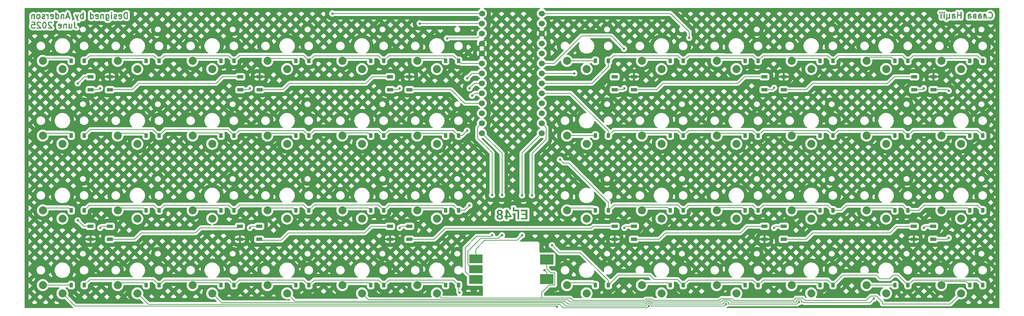
<source format=gbr>
%TF.GenerationSoftware,KiCad,Pcbnew,9.0.2*%
%TF.CreationDate,2025-10-16T11:04:55+03:00*%
%TF.ProjectId,eg48,65673438-2e6b-4696-9361-645f70636258,rev?*%
%TF.SameCoordinates,Original*%
%TF.FileFunction,Copper,L2,Bot*%
%TF.FilePolarity,Positive*%
%FSLAX46Y46*%
G04 Gerber Fmt 4.6, Leading zero omitted, Abs format (unit mm)*
G04 Created by KiCad (PCBNEW 9.0.2) date 2025-10-16 11:04:55*
%MOMM*%
%LPD*%
G01*
G04 APERTURE LIST*
G04 Aperture macros list*
%AMRoundRect*
0 Rectangle with rounded corners*
0 $1 Rounding radius*
0 $2 $3 $4 $5 $6 $7 $8 $9 X,Y pos of 4 corners*
0 Add a 4 corners polygon primitive as box body*
4,1,4,$2,$3,$4,$5,$6,$7,$8,$9,$2,$3,0*
0 Add four circle primitives for the rounded corners*
1,1,$1+$1,$2,$3*
1,1,$1+$1,$4,$5*
1,1,$1+$1,$6,$7*
1,1,$1+$1,$8,$9*
0 Add four rect primitives between the rounded corners*
20,1,$1+$1,$2,$3,$4,$5,0*
20,1,$1+$1,$4,$5,$6,$7,0*
20,1,$1+$1,$6,$7,$8,$9,0*
20,1,$1+$1,$8,$9,$2,$3,0*%
G04 Aperture macros list end*
%TA.AperFunction,NonConductor*%
%ADD10C,0.000000*%
%TD*%
%TA.AperFunction,ComponentPad*%
%ADD11C,1.524000*%
%TD*%
%TA.AperFunction,ComponentPad*%
%ADD12C,2.032000*%
%TD*%
%TA.AperFunction,SMDPad,CuDef*%
%ADD13R,3.450000X2.250000*%
%TD*%
%TA.AperFunction,SMDPad,CuDef*%
%ADD14R,3.450000X2.000000*%
%TD*%
%TA.AperFunction,SMDPad,CuDef*%
%ADD15R,3.450000X2.500000*%
%TD*%
%TA.AperFunction,SMDPad,CuDef*%
%ADD16RoundRect,0.225000X0.225000X0.375000X-0.225000X0.375000X-0.225000X-0.375000X0.225000X-0.375000X0*%
%TD*%
%TA.AperFunction,SMDPad,CuDef*%
%ADD17RoundRect,0.090000X-0.660000X-0.360000X0.660000X-0.360000X0.660000X0.360000X-0.660000X0.360000X0*%
%TD*%
%TA.AperFunction,SMDPad,CuDef*%
%ADD18RoundRect,0.090000X0.660000X0.360000X-0.660000X0.360000X-0.660000X-0.360000X0.660000X-0.360000X0*%
%TD*%
%TA.AperFunction,ViaPad*%
%ADD19C,0.600000*%
%TD*%
%TA.AperFunction,Conductor*%
%ADD20C,0.200000*%
%TD*%
G04 APERTURE END LIST*
D10*
%TA.AperFunction,NonConductor*%
G36*
X28651001Y-23510691D02*
G01*
X28655981Y-23512754D01*
X28661356Y-23513136D01*
X28688819Y-23523645D01*
X28831676Y-23595074D01*
X28836570Y-23598154D01*
X28838878Y-23598924D01*
X28841751Y-23601416D01*
X28856562Y-23610739D01*
X28868886Y-23624950D01*
X28883093Y-23637271D01*
X28892414Y-23652078D01*
X28894908Y-23654954D01*
X28895677Y-23657262D01*
X28898758Y-23662156D01*
X28970186Y-23805014D01*
X28980696Y-23832477D01*
X28981077Y-23837852D01*
X28983140Y-23842831D01*
X28986022Y-23872095D01*
X28986022Y-24157960D01*
X28986023Y-24157966D01*
X28986022Y-24157970D01*
X28986022Y-24443523D01*
X28983140Y-24472787D01*
X28981077Y-24477765D01*
X28980696Y-24483141D01*
X28970187Y-24510604D01*
X28898758Y-24653462D01*
X28895677Y-24658355D01*
X28894908Y-24660665D01*
X28892414Y-24663540D01*
X28883094Y-24678348D01*
X28868883Y-24690672D01*
X28856562Y-24704880D01*
X28841755Y-24714200D01*
X28838879Y-24716695D01*
X28836568Y-24717465D01*
X28831676Y-24720545D01*
X28688819Y-24791973D01*
X28661355Y-24802483D01*
X28655979Y-24802864D01*
X28651001Y-24804927D01*
X28621737Y-24807809D01*
X28336022Y-24807809D01*
X28306758Y-24804927D01*
X28301779Y-24802864D01*
X28296404Y-24802483D01*
X28268941Y-24791973D01*
X28126083Y-24720545D01*
X28101198Y-24704880D01*
X28062851Y-24660665D01*
X28044343Y-24605143D01*
X28048491Y-24546763D01*
X28074666Y-24494414D01*
X28118881Y-24456067D01*
X28174403Y-24437559D01*
X28232783Y-24441707D01*
X28260247Y-24452217D01*
X28371432Y-24507809D01*
X28586327Y-24507809D01*
X28652790Y-24474577D01*
X28686022Y-24408113D01*
X28686022Y-24280779D01*
X28092475Y-24162070D01*
X28092473Y-24162070D01*
X28092471Y-24162069D01*
X28092320Y-24162039D01*
X28064189Y-24153474D01*
X28051977Y-24145295D01*
X28038401Y-24139672D01*
X28027898Y-24129169D01*
X28015560Y-24120906D01*
X28007409Y-24108680D01*
X27997017Y-24098288D01*
X27991333Y-24084567D01*
X27983095Y-24072210D01*
X27980243Y-24057793D01*
X27974619Y-24044216D01*
X27971737Y-24014952D01*
X27971737Y-23893392D01*
X28278792Y-23893392D01*
X28686022Y-23974838D01*
X28686022Y-23907504D01*
X28652790Y-23841041D01*
X28586327Y-23807809D01*
X28371432Y-23807809D01*
X28304968Y-23841041D01*
X28278792Y-23893392D01*
X27971737Y-23893392D01*
X27971737Y-23872095D01*
X27974619Y-23842831D01*
X27976681Y-23837852D01*
X27977063Y-23832477D01*
X27987573Y-23805013D01*
X28059001Y-23662156D01*
X28062079Y-23657265D01*
X28062850Y-23654954D01*
X28065346Y-23652075D01*
X28074666Y-23637270D01*
X28088873Y-23624948D01*
X28101197Y-23610739D01*
X28116006Y-23601416D01*
X28118881Y-23598924D01*
X28121188Y-23598154D01*
X28126083Y-23595074D01*
X28268939Y-23523645D01*
X28296403Y-23513136D01*
X28301777Y-23512754D01*
X28306758Y-23510691D01*
X28336022Y-23507809D01*
X28621737Y-23507809D01*
X28651001Y-23510691D01*
G37*
%TD.AperFunction*%
%TA.AperFunction,NonConductor*%
G36*
X29936715Y-23510691D02*
G01*
X29941695Y-23512754D01*
X29947070Y-23513136D01*
X29974533Y-23523645D01*
X30023407Y-23548082D01*
X30038401Y-23533089D01*
X30092473Y-23510691D01*
X30151001Y-23510691D01*
X30205073Y-23533089D01*
X30246457Y-23574473D01*
X30268855Y-23628545D01*
X30271737Y-23657809D01*
X30271737Y-24657809D01*
X30268855Y-24687073D01*
X30246457Y-24741145D01*
X30205073Y-24782529D01*
X30151001Y-24804927D01*
X30092473Y-24804927D01*
X30038401Y-24782529D01*
X29997017Y-24741145D01*
X29974619Y-24687073D01*
X29971737Y-24657809D01*
X29971737Y-23862798D01*
X29961455Y-23852516D01*
X29872041Y-23807809D01*
X29728575Y-23807809D01*
X29662111Y-23841041D01*
X29628880Y-23907504D01*
X29628880Y-24657809D01*
X29625998Y-24687073D01*
X29603600Y-24741145D01*
X29562216Y-24782529D01*
X29508144Y-24804927D01*
X29449616Y-24804927D01*
X29395544Y-24782529D01*
X29354160Y-24741145D01*
X29331762Y-24687073D01*
X29328880Y-24657809D01*
X29328880Y-23872095D01*
X29331762Y-23842831D01*
X29333824Y-23837852D01*
X29334206Y-23832477D01*
X29344716Y-23805013D01*
X29416144Y-23662156D01*
X29419222Y-23657265D01*
X29419993Y-23654954D01*
X29422489Y-23652075D01*
X29431809Y-23637270D01*
X29446016Y-23624948D01*
X29458340Y-23610739D01*
X29473149Y-23601416D01*
X29476024Y-23598924D01*
X29478331Y-23598154D01*
X29483226Y-23595074D01*
X29626082Y-23523645D01*
X29653546Y-23513136D01*
X29658920Y-23512754D01*
X29663901Y-23510691D01*
X29693165Y-23507809D01*
X29907451Y-23507809D01*
X29936715Y-23510691D01*
G37*
%TD.AperFunction*%
%TA.AperFunction,NonConductor*%
G36*
X265260148Y-20497132D02*
G01*
X265264098Y-20496852D01*
X265269292Y-20498033D01*
X265274601Y-20498556D01*
X265278263Y-20500073D01*
X265292771Y-20503372D01*
X265507057Y-20574800D01*
X265533908Y-20586789D01*
X265537978Y-20590319D01*
X265542958Y-20592382D01*
X265565689Y-20611037D01*
X265708546Y-20753894D01*
X265717986Y-20765396D01*
X265720979Y-20767992D01*
X265723817Y-20772501D01*
X265727201Y-20776624D01*
X265728717Y-20780286D01*
X265736644Y-20792878D01*
X265808073Y-20935734D01*
X265808892Y-20937876D01*
X265809537Y-20938746D01*
X265813921Y-20951017D01*
X265818582Y-20963198D01*
X265818658Y-20964278D01*
X265819430Y-20966437D01*
X265890858Y-21252151D01*
X265891607Y-21257222D01*
X265892455Y-21259267D01*
X265893540Y-21270289D01*
X265895160Y-21281240D01*
X265894834Y-21283427D01*
X265895337Y-21288531D01*
X265895337Y-21502817D01*
X265894834Y-21507920D01*
X265895160Y-21510108D01*
X265893540Y-21521058D01*
X265892455Y-21532081D01*
X265891607Y-21534125D01*
X265890858Y-21539197D01*
X265819430Y-21824911D01*
X265818658Y-21827069D01*
X265818582Y-21828150D01*
X265813921Y-21840330D01*
X265809537Y-21852602D01*
X265808892Y-21853471D01*
X265808073Y-21855614D01*
X265736644Y-21998470D01*
X265728716Y-22011063D01*
X265727201Y-22014723D01*
X265723819Y-22018842D01*
X265720979Y-22023356D01*
X265717984Y-22025952D01*
X265708546Y-22037454D01*
X265565689Y-22180312D01*
X265542959Y-22198967D01*
X265537979Y-22201029D01*
X265533908Y-22204561D01*
X265507057Y-22216549D01*
X265292771Y-22287977D01*
X265278258Y-22291276D01*
X265274601Y-22292792D01*
X265269298Y-22293314D01*
X265264097Y-22294497D01*
X265260142Y-22294215D01*
X265245337Y-22295674D01*
X265102480Y-22295674D01*
X265087674Y-22294215D01*
X265083720Y-22294497D01*
X265078518Y-22293314D01*
X265073216Y-22292792D01*
X265069558Y-22291276D01*
X265055046Y-22287977D01*
X264840760Y-22216549D01*
X264813909Y-22204561D01*
X264809834Y-22201027D01*
X264804858Y-22198966D01*
X264782127Y-22180311D01*
X264710699Y-22108882D01*
X264692045Y-22086151D01*
X264669648Y-22032079D01*
X264669648Y-21973553D01*
X264692046Y-21919481D01*
X264733432Y-21878096D01*
X264787504Y-21855699D01*
X264846030Y-21855699D01*
X264900102Y-21878097D01*
X264922833Y-21896752D01*
X264969220Y-21943140D01*
X265126823Y-21995674D01*
X265220994Y-21995674D01*
X265378596Y-21943140D01*
X265479202Y-21842534D01*
X265532381Y-21736174D01*
X265595337Y-21484353D01*
X265595337Y-21306994D01*
X265532381Y-21055173D01*
X265479202Y-20948814D01*
X265378595Y-20848207D01*
X265220997Y-20795674D01*
X265126823Y-20795674D01*
X264969221Y-20848207D01*
X264922832Y-20894597D01*
X264900101Y-20913252D01*
X264846029Y-20935649D01*
X264787503Y-20935649D01*
X264733431Y-20913252D01*
X264692045Y-20871866D01*
X264669648Y-20817794D01*
X264669648Y-20759268D01*
X264692045Y-20705196D01*
X264710700Y-20682465D01*
X264782128Y-20611037D01*
X264804858Y-20592382D01*
X264809838Y-20590318D01*
X264813909Y-20586789D01*
X264840760Y-20574801D01*
X265055045Y-20503372D01*
X265069554Y-20500072D01*
X265073216Y-20498556D01*
X265078524Y-20498033D01*
X265083719Y-20496852D01*
X265087668Y-20497132D01*
X265102480Y-20495674D01*
X265245337Y-20495674D01*
X265260148Y-20497132D01*
G37*
%TD.AperFunction*%
%TA.AperFunction,NonConductor*%
G36*
X27562218Y-20618173D02*
G01*
X27603602Y-20659557D01*
X27626000Y-20713629D01*
X27628882Y-20742893D01*
X27628882Y-21092893D01*
X27907453Y-21092893D01*
X27936717Y-21095775D01*
X27941697Y-21097838D01*
X27947072Y-21098220D01*
X27974535Y-21108729D01*
X28117392Y-21180158D01*
X28129987Y-21188086D01*
X28133644Y-21189601D01*
X28137761Y-21192980D01*
X28142278Y-21195823D01*
X28144875Y-21198817D01*
X28156375Y-21208255D01*
X28227804Y-21279683D01*
X28237246Y-21291188D01*
X28240238Y-21293783D01*
X28243077Y-21298293D01*
X28246459Y-21302414D01*
X28247974Y-21306073D01*
X28255903Y-21318668D01*
X28327331Y-21461526D01*
X28337841Y-21488989D01*
X28338222Y-21494364D01*
X28340285Y-21499343D01*
X28343167Y-21528607D01*
X28343167Y-21957179D01*
X28340285Y-21986443D01*
X28338222Y-21991421D01*
X28337841Y-21996797D01*
X28327331Y-22024260D01*
X28255903Y-22167118D01*
X28247976Y-22179709D01*
X28246460Y-22183371D01*
X28243076Y-22187493D01*
X28240238Y-22192003D01*
X28237246Y-22194597D01*
X28227805Y-22206102D01*
X28156376Y-22277531D01*
X28144874Y-22286970D01*
X28142278Y-22289964D01*
X28137764Y-22292804D01*
X28133645Y-22296186D01*
X28129985Y-22297701D01*
X28117392Y-22305629D01*
X27974535Y-22377057D01*
X27947071Y-22387567D01*
X27941695Y-22387948D01*
X27936717Y-22390011D01*
X27907453Y-22392893D01*
X27621739Y-22392893D01*
X27592475Y-22390011D01*
X27587496Y-22387948D01*
X27582121Y-22387567D01*
X27554658Y-22377057D01*
X27547753Y-22373604D01*
X27508146Y-22390011D01*
X27449618Y-22390011D01*
X27395546Y-22367613D01*
X27354162Y-22326229D01*
X27331764Y-22272157D01*
X27328882Y-22242893D01*
X27328882Y-22078759D01*
X27628882Y-22078759D01*
X27657149Y-22092893D01*
X27872043Y-22092893D01*
X27961455Y-22048187D01*
X27998460Y-22011182D01*
X28043167Y-21921769D01*
X28043167Y-21564016D01*
X27998461Y-21474604D01*
X27961457Y-21437600D01*
X27872043Y-21392893D01*
X27657149Y-21392893D01*
X27628882Y-21407026D01*
X27628882Y-22078759D01*
X27328882Y-22078759D01*
X27328882Y-21407026D01*
X27328882Y-20742893D01*
X27331764Y-20713629D01*
X27354162Y-20659557D01*
X27395546Y-20618173D01*
X27449618Y-20595775D01*
X27508146Y-20595775D01*
X27562218Y-20618173D01*
G37*
%TD.AperFunction*%
%TA.AperFunction,NonConductor*%
G36*
X24436718Y-21095775D02*
G01*
X24441698Y-21097838D01*
X24447073Y-21098220D01*
X24474536Y-21108729D01*
X24617393Y-21180158D01*
X24622287Y-21183238D01*
X24624595Y-21184008D01*
X24627468Y-21186500D01*
X24642279Y-21195823D01*
X24654603Y-21210034D01*
X24668810Y-21222355D01*
X24678131Y-21237162D01*
X24680625Y-21240038D01*
X24681394Y-21242346D01*
X24684475Y-21247240D01*
X24755903Y-21390098D01*
X24766413Y-21417561D01*
X24766794Y-21422936D01*
X24768857Y-21427915D01*
X24771739Y-21457179D01*
X24771739Y-21528607D01*
X24768857Y-21557871D01*
X24766794Y-21562849D01*
X24766413Y-21568225D01*
X24755904Y-21595688D01*
X24684475Y-21738546D01*
X24681394Y-21743439D01*
X24680625Y-21745749D01*
X24678131Y-21748624D01*
X24668811Y-21763432D01*
X24654600Y-21775756D01*
X24642279Y-21789964D01*
X24627472Y-21799284D01*
X24624596Y-21801779D01*
X24622285Y-21802549D01*
X24617393Y-21805629D01*
X24474536Y-21877057D01*
X24447072Y-21887567D01*
X24441696Y-21887948D01*
X24436718Y-21890011D01*
X24407454Y-21892893D01*
X24228578Y-21892893D01*
X24162114Y-21926124D01*
X24128882Y-21992589D01*
X24128882Y-21993197D01*
X24162114Y-22059661D01*
X24228578Y-22092893D01*
X24443472Y-22092893D01*
X24554658Y-22037301D01*
X24582121Y-22026791D01*
X24640501Y-22022643D01*
X24696024Y-22041151D01*
X24740239Y-22079498D01*
X24766413Y-22131847D01*
X24770561Y-22190227D01*
X24752053Y-22245749D01*
X24713707Y-22289964D01*
X24688821Y-22305629D01*
X24545964Y-22377057D01*
X24518500Y-22387567D01*
X24513124Y-22387948D01*
X24508146Y-22390011D01*
X24478882Y-22392893D01*
X24193168Y-22392893D01*
X24163904Y-22390011D01*
X24158925Y-22387948D01*
X24153550Y-22387567D01*
X24126087Y-22377057D01*
X23983229Y-22305629D01*
X23978335Y-22302548D01*
X23976027Y-22301779D01*
X23973151Y-22299285D01*
X23958344Y-22289964D01*
X23946023Y-22275757D01*
X23931812Y-22263433D01*
X23922489Y-22248622D01*
X23919997Y-22245749D01*
X23919227Y-22243441D01*
X23916147Y-22238547D01*
X23844718Y-22095689D01*
X23834208Y-22068226D01*
X23833825Y-22062848D01*
X23831764Y-22057871D01*
X23828882Y-22028607D01*
X23828882Y-21957179D01*
X23831764Y-21927915D01*
X23833827Y-21922934D01*
X23834209Y-21917560D01*
X23844718Y-21890097D01*
X23916147Y-21747240D01*
X23919225Y-21742349D01*
X23919996Y-21740038D01*
X23922492Y-21737159D01*
X23931812Y-21722354D01*
X23946019Y-21710032D01*
X23958343Y-21695823D01*
X23973152Y-21686500D01*
X23976027Y-21684008D01*
X23978334Y-21683238D01*
X23983229Y-21680158D01*
X24126085Y-21608729D01*
X24153549Y-21598220D01*
X24158923Y-21597838D01*
X24163904Y-21595775D01*
X24193168Y-21592893D01*
X24372044Y-21592893D01*
X24438507Y-21559661D01*
X24471739Y-21493197D01*
X24471739Y-21492588D01*
X24438507Y-21426125D01*
X24372044Y-21392893D01*
X24228578Y-21392893D01*
X24117393Y-21448486D01*
X24089930Y-21458995D01*
X24031550Y-21463144D01*
X23976027Y-21444637D01*
X23931812Y-21406290D01*
X23905638Y-21353941D01*
X23901489Y-21295561D01*
X23919996Y-21240038D01*
X23958343Y-21195823D01*
X23983229Y-21180158D01*
X24126085Y-21108729D01*
X24153549Y-21098220D01*
X24158923Y-21097838D01*
X24163904Y-21095775D01*
X24193168Y-21092893D01*
X24407454Y-21092893D01*
X24436718Y-21095775D01*
G37*
%TD.AperFunction*%
%TA.AperFunction,NonConductor*%
G36*
X256060316Y-20998556D02*
G01*
X256065296Y-21000619D01*
X256070671Y-21001001D01*
X256098134Y-21011510D01*
X256240991Y-21082939D01*
X256265877Y-21098604D01*
X256304223Y-21142819D01*
X256322731Y-21198342D01*
X256318582Y-21256722D01*
X256292408Y-21309071D01*
X256248192Y-21347418D01*
X256192670Y-21365925D01*
X256134290Y-21361776D01*
X256106826Y-21351267D01*
X255995642Y-21295674D01*
X255780747Y-21295674D01*
X255714283Y-21328906D01*
X255681052Y-21395369D01*
X255681052Y-21410112D01*
X255709319Y-21424246D01*
X256031052Y-21424246D01*
X256060316Y-21427128D01*
X256065294Y-21429190D01*
X256070670Y-21429572D01*
X256098134Y-21440082D01*
X256240991Y-21511510D01*
X256245885Y-21514590D01*
X256248193Y-21515360D01*
X256251066Y-21517852D01*
X256265877Y-21527175D01*
X256278201Y-21541386D01*
X256292408Y-21553707D01*
X256301729Y-21568514D01*
X256304223Y-21571390D01*
X256304992Y-21573698D01*
X256308073Y-21578592D01*
X256379501Y-21721450D01*
X256390011Y-21748913D01*
X256390392Y-21754288D01*
X256392455Y-21759267D01*
X256395337Y-21788531D01*
X256395337Y-21931388D01*
X256392455Y-21960652D01*
X256390392Y-21965630D01*
X256390011Y-21971006D01*
X256379502Y-21998469D01*
X256308073Y-22141327D01*
X256304992Y-22146220D01*
X256304223Y-22148530D01*
X256301729Y-22151405D01*
X256292409Y-22166213D01*
X256278198Y-22178537D01*
X256265877Y-22192745D01*
X256251070Y-22202065D01*
X256248194Y-22204560D01*
X256245883Y-22205330D01*
X256240991Y-22208410D01*
X256098134Y-22279838D01*
X256070670Y-22290348D01*
X256065294Y-22290729D01*
X256060316Y-22292792D01*
X256031052Y-22295674D01*
X255673909Y-22295674D01*
X255644645Y-22292792D01*
X255639666Y-22290729D01*
X255634291Y-22290348D01*
X255606828Y-22279838D01*
X255599923Y-22276385D01*
X255560316Y-22292792D01*
X255501788Y-22292792D01*
X255447716Y-22270394D01*
X255406332Y-22229010D01*
X255383934Y-22174938D01*
X255381052Y-22145674D01*
X255381052Y-21981540D01*
X255381052Y-21724246D01*
X255681052Y-21724246D01*
X255681052Y-21981540D01*
X255709319Y-21995674D01*
X255995642Y-21995674D01*
X256062105Y-21962442D01*
X256095337Y-21895978D01*
X256095337Y-21823940D01*
X256062105Y-21757476D01*
X255995642Y-21724246D01*
X255681052Y-21724246D01*
X255381052Y-21724246D01*
X255381052Y-21359960D01*
X255383934Y-21330696D01*
X255385996Y-21325717D01*
X255386378Y-21320342D01*
X255396888Y-21292878D01*
X255468316Y-21150021D01*
X255471394Y-21145130D01*
X255472165Y-21142819D01*
X255474661Y-21139940D01*
X255483981Y-21125135D01*
X255498188Y-21112813D01*
X255510512Y-21098604D01*
X255525321Y-21089281D01*
X255528196Y-21086789D01*
X255530503Y-21086019D01*
X255535398Y-21082939D01*
X255678254Y-21011510D01*
X255705718Y-21001001D01*
X255711092Y-21000619D01*
X255716073Y-20998556D01*
X255745337Y-20995674D01*
X256031052Y-20995674D01*
X256060316Y-20998556D01*
G37*
%TD.AperFunction*%
%TA.AperFunction,NonConductor*%
G36*
X260131745Y-20998556D02*
G01*
X260136725Y-21000619D01*
X260142100Y-21001001D01*
X260169563Y-21011510D01*
X260312420Y-21082939D01*
X260337306Y-21098604D01*
X260375652Y-21142819D01*
X260394160Y-21198342D01*
X260390011Y-21256722D01*
X260363837Y-21309071D01*
X260319621Y-21347418D01*
X260264099Y-21365925D01*
X260205719Y-21361776D01*
X260178255Y-21351267D01*
X260067071Y-21295674D01*
X259852176Y-21295674D01*
X259785712Y-21328906D01*
X259752481Y-21395369D01*
X259752481Y-21410112D01*
X259780748Y-21424246D01*
X260102481Y-21424246D01*
X260131745Y-21427128D01*
X260136723Y-21429190D01*
X260142099Y-21429572D01*
X260169563Y-21440082D01*
X260312420Y-21511510D01*
X260317314Y-21514590D01*
X260319622Y-21515360D01*
X260322495Y-21517852D01*
X260337306Y-21527175D01*
X260349630Y-21541386D01*
X260363837Y-21553707D01*
X260373158Y-21568514D01*
X260375652Y-21571390D01*
X260376421Y-21573698D01*
X260379502Y-21578592D01*
X260450930Y-21721450D01*
X260461440Y-21748913D01*
X260461821Y-21754288D01*
X260463884Y-21759267D01*
X260466766Y-21788531D01*
X260466766Y-21931388D01*
X260463884Y-21960652D01*
X260461821Y-21965630D01*
X260461440Y-21971006D01*
X260450931Y-21998469D01*
X260379502Y-22141327D01*
X260376421Y-22146220D01*
X260375652Y-22148530D01*
X260373158Y-22151405D01*
X260363838Y-22166213D01*
X260349627Y-22178537D01*
X260337306Y-22192745D01*
X260322499Y-22202065D01*
X260319623Y-22204560D01*
X260317312Y-22205330D01*
X260312420Y-22208410D01*
X260169563Y-22279838D01*
X260142099Y-22290348D01*
X260136723Y-22290729D01*
X260131745Y-22292792D01*
X260102481Y-22295674D01*
X259745338Y-22295674D01*
X259716074Y-22292792D01*
X259711095Y-22290729D01*
X259705720Y-22290348D01*
X259678257Y-22279838D01*
X259671352Y-22276385D01*
X259631745Y-22292792D01*
X259573217Y-22292792D01*
X259519145Y-22270394D01*
X259477761Y-22229010D01*
X259455363Y-22174938D01*
X259452481Y-22145674D01*
X259452481Y-21981540D01*
X259452481Y-21724246D01*
X259752481Y-21724246D01*
X259752481Y-21981540D01*
X259780748Y-21995674D01*
X260067071Y-21995674D01*
X260133534Y-21962442D01*
X260166766Y-21895978D01*
X260166766Y-21823940D01*
X260133534Y-21757476D01*
X260067071Y-21724246D01*
X259752481Y-21724246D01*
X259452481Y-21724246D01*
X259452481Y-21359960D01*
X259455363Y-21330696D01*
X259457425Y-21325717D01*
X259457807Y-21320342D01*
X259468317Y-21292878D01*
X259539745Y-21150021D01*
X259542823Y-21145130D01*
X259543594Y-21142819D01*
X259546090Y-21139940D01*
X259555410Y-21125135D01*
X259569617Y-21112813D01*
X259581941Y-21098604D01*
X259596750Y-21089281D01*
X259599625Y-21086789D01*
X259601932Y-21086019D01*
X259606827Y-21082939D01*
X259749683Y-21011510D01*
X259777147Y-21001001D01*
X259782521Y-21000619D01*
X259787502Y-20998556D01*
X259816766Y-20995674D01*
X260102481Y-20995674D01*
X260131745Y-20998556D01*
G37*
%TD.AperFunction*%
%TA.AperFunction,NonConductor*%
G36*
X25222431Y-21095775D02*
G01*
X25227408Y-21097836D01*
X25232786Y-21098219D01*
X25260249Y-21108729D01*
X25356743Y-21156976D01*
X25395546Y-21118173D01*
X25449618Y-21095775D01*
X25508146Y-21095775D01*
X25562218Y-21118173D01*
X25603602Y-21159557D01*
X25626000Y-21213629D01*
X25628882Y-21242893D01*
X25628882Y-22242893D01*
X25626000Y-22272157D01*
X25603602Y-22326229D01*
X25562218Y-22367613D01*
X25508146Y-22390011D01*
X25449618Y-22390011D01*
X25395546Y-22367613D01*
X25354162Y-22326229D01*
X25331764Y-22272157D01*
X25328882Y-22242893D01*
X25328882Y-21564017D01*
X25284175Y-21474604D01*
X25247171Y-21437600D01*
X25157757Y-21392893D01*
X25050310Y-21392893D01*
X25021046Y-21390011D01*
X24966974Y-21367613D01*
X24925590Y-21326229D01*
X24903192Y-21272157D01*
X24903192Y-21213629D01*
X24925590Y-21159557D01*
X24966974Y-21118173D01*
X25021046Y-21095775D01*
X25050310Y-21092893D01*
X25193167Y-21092893D01*
X25222431Y-21095775D01*
G37*
%TD.AperFunction*%
%TA.AperFunction,NonConductor*%
G36*
X253011283Y-20507833D02*
G01*
X253042957Y-20520953D01*
X253065688Y-20539608D01*
X253137117Y-20611037D01*
X253155772Y-20633768D01*
X253178169Y-20687840D01*
X253178169Y-20746366D01*
X253155772Y-20800438D01*
X253155771Y-20800439D01*
X253137116Y-20823170D01*
X253065687Y-20894598D01*
X253042961Y-20913247D01*
X253042957Y-20913252D01*
X253027120Y-20919811D01*
X252988886Y-20935649D01*
X252930358Y-20935649D01*
X252898683Y-20922528D01*
X252876286Y-20913252D01*
X252853556Y-20894597D01*
X252782128Y-20823169D01*
X252763473Y-20800438D01*
X252743302Y-20751740D01*
X252741076Y-20746367D01*
X252741076Y-20687841D01*
X252743303Y-20682465D01*
X252763473Y-20633768D01*
X252763477Y-20633763D01*
X252782127Y-20611038D01*
X252853555Y-20539609D01*
X252876286Y-20520954D01*
X252876287Y-20520953D01*
X252907961Y-20507833D01*
X252930358Y-20498556D01*
X252988886Y-20498556D01*
X253011283Y-20507833D01*
G37*
%TD.AperFunction*%
%TA.AperFunction,NonConductor*%
G36*
X26222430Y-23010691D02*
G01*
X26227410Y-23012754D01*
X26232785Y-23013136D01*
X26260248Y-23023645D01*
X26403105Y-23095074D01*
X26415698Y-23103001D01*
X26419358Y-23104517D01*
X26423477Y-23107898D01*
X26427991Y-23110739D01*
X26430587Y-23113732D01*
X26442089Y-23123172D01*
X26513517Y-23194600D01*
X26532172Y-23217330D01*
X26554568Y-23271403D01*
X26554568Y-23329929D01*
X26532172Y-23384001D01*
X26490786Y-23425387D01*
X26436714Y-23447783D01*
X26378188Y-23447783D01*
X26324115Y-23425387D01*
X26301385Y-23406732D01*
X26247169Y-23352516D01*
X26157756Y-23307809D01*
X25871433Y-23307809D01*
X25782019Y-23352516D01*
X25745015Y-23389519D01*
X25700308Y-23478933D01*
X25700308Y-23562039D01*
X25752841Y-23719638D01*
X26584946Y-24551743D01*
X26603601Y-24574473D01*
X26619437Y-24612708D01*
X26622879Y-24621017D01*
X26625998Y-24628546D01*
X26625998Y-24687072D01*
X26603601Y-24741144D01*
X26562215Y-24782530D01*
X26539417Y-24791973D01*
X26508144Y-24804927D01*
X26478880Y-24807809D01*
X25550308Y-24807809D01*
X25521044Y-24804927D01*
X25466972Y-24782529D01*
X25425588Y-24741145D01*
X25403190Y-24687073D01*
X25403190Y-24628545D01*
X25425588Y-24574473D01*
X25466972Y-24533089D01*
X25521044Y-24510691D01*
X25550308Y-24507809D01*
X26116748Y-24507809D01*
X25515671Y-23906732D01*
X25497016Y-23884001D01*
X25494953Y-23879021D01*
X25491423Y-23874951D01*
X25479435Y-23848100D01*
X25408006Y-23633816D01*
X25404706Y-23619306D01*
X25403190Y-23615645D01*
X25402667Y-23610336D01*
X25401486Y-23605142D01*
X25401766Y-23601192D01*
X25400308Y-23586381D01*
X25400308Y-23443523D01*
X25403190Y-23414259D01*
X25405253Y-23409278D01*
X25405635Y-23403904D01*
X25416144Y-23376441D01*
X25487573Y-23233584D01*
X25495501Y-23220988D01*
X25497017Y-23217330D01*
X25500396Y-23213212D01*
X25503238Y-23208698D01*
X25506232Y-23206101D01*
X25515672Y-23194599D01*
X25587101Y-23123171D01*
X25598601Y-23113732D01*
X25601198Y-23110739D01*
X25605710Y-23107898D01*
X25609831Y-23104517D01*
X25613490Y-23103001D01*
X25626084Y-23095074D01*
X25768940Y-23023645D01*
X25796404Y-23013136D01*
X25801778Y-23012754D01*
X25806759Y-23010691D01*
X25836023Y-23007809D01*
X26193166Y-23007809D01*
X26222430Y-23010691D01*
G37*
%TD.AperFunction*%
%TA.AperFunction,NonConductor*%
G36*
X253511284Y-20507833D02*
G01*
X253542958Y-20520953D01*
X253542959Y-20520954D01*
X253565690Y-20539609D01*
X253637118Y-20611038D01*
X253655772Y-20633768D01*
X253678169Y-20687841D01*
X253678168Y-20729008D01*
X253678168Y-20746366D01*
X253655772Y-20800439D01*
X253637117Y-20823169D01*
X253565689Y-20894597D01*
X253542958Y-20913252D01*
X253511284Y-20926371D01*
X253488887Y-20935649D01*
X253488886Y-20935649D01*
X253430361Y-20935649D01*
X253430360Y-20935649D01*
X253430359Y-20935649D01*
X253407962Y-20926371D01*
X253376288Y-20913252D01*
X253376287Y-20913251D01*
X253353558Y-20894598D01*
X253282129Y-20823170D01*
X253263474Y-20800439D01*
X253263473Y-20800438D01*
X253243302Y-20751740D01*
X253241076Y-20746367D01*
X253241076Y-20687841D01*
X253243303Y-20682465D01*
X253263473Y-20633768D01*
X253282128Y-20611037D01*
X253353557Y-20539608D01*
X253376288Y-20520953D01*
X253407962Y-20507833D01*
X253430359Y-20498556D01*
X253488887Y-20498556D01*
X253511284Y-20507833D01*
G37*
%TD.AperFunction*%
%TA.AperFunction,NonConductor*%
G36*
X36347932Y-20618173D02*
G01*
X36389316Y-20659557D01*
X36411714Y-20713629D01*
X36414596Y-20742893D01*
X36414596Y-21092893D01*
X36693167Y-21092893D01*
X36722431Y-21095775D01*
X36727411Y-21097838D01*
X36732786Y-21098220D01*
X36760249Y-21108729D01*
X36903106Y-21180158D01*
X36915701Y-21188086D01*
X36919358Y-21189601D01*
X36923475Y-21192980D01*
X36927992Y-21195823D01*
X36930589Y-21198817D01*
X36942089Y-21208255D01*
X37013518Y-21279683D01*
X37022960Y-21291188D01*
X37025952Y-21293783D01*
X37028791Y-21298293D01*
X37032173Y-21302414D01*
X37033688Y-21306073D01*
X37041617Y-21318668D01*
X37113045Y-21461526D01*
X37123555Y-21488989D01*
X37123936Y-21494364D01*
X37125999Y-21499343D01*
X37128881Y-21528607D01*
X37128881Y-21957179D01*
X37125999Y-21986443D01*
X37123936Y-21991421D01*
X37123555Y-21996797D01*
X37113045Y-22024260D01*
X37041617Y-22167118D01*
X37033690Y-22179709D01*
X37032174Y-22183371D01*
X37028790Y-22187493D01*
X37025952Y-22192003D01*
X37022960Y-22194597D01*
X37013519Y-22206102D01*
X36942090Y-22277531D01*
X36930588Y-22286970D01*
X36927992Y-22289964D01*
X36923478Y-22292804D01*
X36919359Y-22296186D01*
X36915699Y-22297701D01*
X36903106Y-22305629D01*
X36760249Y-22377057D01*
X36732785Y-22387567D01*
X36727409Y-22387948D01*
X36722431Y-22390011D01*
X36693167Y-22392893D01*
X36407453Y-22392893D01*
X36378189Y-22390011D01*
X36373210Y-22387948D01*
X36367835Y-22387567D01*
X36340372Y-22377057D01*
X36333467Y-22373604D01*
X36293860Y-22390011D01*
X36235332Y-22390011D01*
X36181260Y-22367613D01*
X36139876Y-22326229D01*
X36117478Y-22272157D01*
X36114596Y-22242893D01*
X36114596Y-22078759D01*
X36414596Y-22078759D01*
X36442863Y-22092893D01*
X36657757Y-22092893D01*
X36747169Y-22048187D01*
X36784174Y-22011182D01*
X36828881Y-21921769D01*
X36828881Y-21564016D01*
X36784175Y-21474604D01*
X36747171Y-21437600D01*
X36657757Y-21392893D01*
X36442863Y-21392893D01*
X36414596Y-21407026D01*
X36414596Y-22078759D01*
X36114596Y-22078759D01*
X36114596Y-21407026D01*
X36114596Y-20742893D01*
X36117478Y-20713629D01*
X36139876Y-20659557D01*
X36181260Y-20618173D01*
X36235332Y-20595775D01*
X36293860Y-20595775D01*
X36347932Y-20618173D01*
G37*
%TD.AperFunction*%
%TA.AperFunction,NonConductor*%
G36*
X263846030Y-20998556D02*
G01*
X263851010Y-21000619D01*
X263856385Y-21001001D01*
X263883848Y-21011510D01*
X264026705Y-21082939D01*
X264031595Y-21086017D01*
X264033907Y-21086788D01*
X264036785Y-21089284D01*
X264051591Y-21098604D01*
X264063912Y-21112811D01*
X264078122Y-21125135D01*
X264087444Y-21139944D01*
X264089937Y-21142819D01*
X264090706Y-21145126D01*
X264093787Y-21150021D01*
X264165216Y-21292877D01*
X264171530Y-21309380D01*
X264173404Y-21312674D01*
X264174290Y-21316592D01*
X264175725Y-21320341D01*
X264175993Y-21324117D01*
X264179894Y-21341355D01*
X264248135Y-21887288D01*
X264285712Y-21962442D01*
X264383848Y-22011510D01*
X264408734Y-22027175D01*
X264447080Y-22071390D01*
X264465588Y-22126912D01*
X264461440Y-22185292D01*
X264435266Y-22237641D01*
X264391051Y-22275988D01*
X264335528Y-22294496D01*
X264277148Y-22290348D01*
X264249685Y-22279838D01*
X264106827Y-22208410D01*
X264101933Y-22205329D01*
X264099625Y-22204560D01*
X264096749Y-22202066D01*
X264081942Y-22192745D01*
X264069621Y-22178538D01*
X264055410Y-22166214D01*
X264046087Y-22151403D01*
X264043595Y-22148530D01*
X264042825Y-22146222D01*
X264039745Y-22141328D01*
X263968316Y-21998470D01*
X263961999Y-21981965D01*
X263960128Y-21978674D01*
X263959242Y-21974760D01*
X263957806Y-21971007D01*
X263957537Y-21967224D01*
X263953638Y-21949993D01*
X263885396Y-21404059D01*
X263847820Y-21328906D01*
X263781356Y-21295674D01*
X263752480Y-21295674D01*
X263752480Y-22145674D01*
X263749598Y-22174938D01*
X263727200Y-22229010D01*
X263685816Y-22270394D01*
X263631744Y-22292792D01*
X263573216Y-22292792D01*
X263519144Y-22270394D01*
X263477760Y-22229010D01*
X263455362Y-22174938D01*
X263452480Y-22145674D01*
X263452480Y-21145674D01*
X263455362Y-21116410D01*
X263477760Y-21062338D01*
X263519144Y-21020954D01*
X263573216Y-20998556D01*
X263602480Y-20995674D01*
X263816766Y-20995674D01*
X263846030Y-20998556D01*
G37*
%TD.AperFunction*%
%TA.AperFunction,NonConductor*%
G36*
X39365288Y-21095775D02*
G01*
X39370268Y-21097838D01*
X39375643Y-21098220D01*
X39403106Y-21108729D01*
X39451980Y-21133166D01*
X39466974Y-21118173D01*
X39521046Y-21095775D01*
X39579574Y-21095775D01*
X39633646Y-21118173D01*
X39675030Y-21159557D01*
X39697428Y-21213629D01*
X39700310Y-21242893D01*
X39700310Y-22242893D01*
X39697428Y-22272157D01*
X39675030Y-22326229D01*
X39633646Y-22367613D01*
X39579574Y-22390011D01*
X39521046Y-22390011D01*
X39466974Y-22367613D01*
X39425590Y-22326229D01*
X39403192Y-22272157D01*
X39400310Y-22242893D01*
X39400310Y-21447882D01*
X39390028Y-21437600D01*
X39300614Y-21392893D01*
X39157148Y-21392893D01*
X39090684Y-21426125D01*
X39057453Y-21492588D01*
X39057453Y-22242893D01*
X39054571Y-22272157D01*
X39032173Y-22326229D01*
X38990789Y-22367613D01*
X38936717Y-22390011D01*
X38878189Y-22390011D01*
X38824117Y-22367613D01*
X38782733Y-22326229D01*
X38760335Y-22272157D01*
X38757453Y-22242893D01*
X38757453Y-21457179D01*
X38760335Y-21427915D01*
X38762397Y-21422936D01*
X38762779Y-21417561D01*
X38773289Y-21390097D01*
X38844717Y-21247240D01*
X38847795Y-21242349D01*
X38848566Y-21240038D01*
X38851062Y-21237159D01*
X38860382Y-21222354D01*
X38874589Y-21210032D01*
X38886913Y-21195823D01*
X38901722Y-21186500D01*
X38904597Y-21184008D01*
X38906904Y-21183238D01*
X38911799Y-21180158D01*
X39054655Y-21108729D01*
X39082119Y-21098220D01*
X39087493Y-21097838D01*
X39092474Y-21095775D01*
X39121738Y-21092893D01*
X39336024Y-21092893D01*
X39365288Y-21095775D01*
G37*
%TD.AperFunction*%
%TA.AperFunction,NonConductor*%
G36*
X41705075Y-21118173D02*
G01*
X41746459Y-21159557D01*
X41768857Y-21213629D01*
X41771739Y-21242893D01*
X41771739Y-22242893D01*
X41768857Y-22272157D01*
X41746459Y-22326229D01*
X41705075Y-22367613D01*
X41651003Y-22390011D01*
X41592475Y-22390011D01*
X41538403Y-22367613D01*
X41497019Y-22326229D01*
X41474621Y-22272157D01*
X41471739Y-22242893D01*
X41471739Y-21242893D01*
X41474621Y-21213629D01*
X41497019Y-21159557D01*
X41538403Y-21118173D01*
X41592475Y-21095775D01*
X41651003Y-21095775D01*
X41705075Y-21118173D01*
G37*
%TD.AperFunction*%
%TA.AperFunction,NonConductor*%
G36*
X144159838Y-70940955D02*
G01*
X145348385Y-70940955D01*
X145348385Y-73427500D01*
X144868600Y-73427500D01*
X144868600Y-71330369D01*
X143739740Y-71330369D01*
X143739740Y-71328690D01*
X143683412Y-71328690D01*
X143683412Y-70314166D01*
X144159838Y-70314166D01*
X144159838Y-70940955D01*
G37*
%TD.AperFunction*%
%TA.AperFunction,NonConductor*%
G36*
X38079574Y-21095775D02*
G01*
X38084554Y-21097838D01*
X38089929Y-21098220D01*
X38117392Y-21108729D01*
X38260249Y-21180158D01*
X38265143Y-21183238D01*
X38267451Y-21184008D01*
X38270324Y-21186500D01*
X38285135Y-21195823D01*
X38297459Y-21210034D01*
X38311666Y-21222355D01*
X38320987Y-21237162D01*
X38323481Y-21240038D01*
X38324250Y-21242346D01*
X38327331Y-21247240D01*
X38398759Y-21390098D01*
X38409269Y-21417561D01*
X38409650Y-21422936D01*
X38411713Y-21427915D01*
X38414595Y-21457179D01*
X38414595Y-21743044D01*
X38414596Y-21743050D01*
X38414595Y-21743054D01*
X38414595Y-22028607D01*
X38411713Y-22057871D01*
X38409650Y-22062849D01*
X38409269Y-22068225D01*
X38398760Y-22095688D01*
X38327331Y-22238546D01*
X38324250Y-22243439D01*
X38323481Y-22245749D01*
X38320987Y-22248624D01*
X38311667Y-22263432D01*
X38297456Y-22275756D01*
X38285135Y-22289964D01*
X38270328Y-22299284D01*
X38267452Y-22301779D01*
X38265141Y-22302549D01*
X38260249Y-22305629D01*
X38117392Y-22377057D01*
X38089928Y-22387567D01*
X38084552Y-22387948D01*
X38079574Y-22390011D01*
X38050310Y-22392893D01*
X37764595Y-22392893D01*
X37735331Y-22390011D01*
X37730352Y-22387948D01*
X37724977Y-22387567D01*
X37697514Y-22377057D01*
X37554656Y-22305629D01*
X37529771Y-22289964D01*
X37491424Y-22245749D01*
X37472916Y-22190227D01*
X37477064Y-22131847D01*
X37503239Y-22079498D01*
X37547454Y-22041151D01*
X37602976Y-22022643D01*
X37661356Y-22026791D01*
X37688820Y-22037301D01*
X37800005Y-22092893D01*
X38014900Y-22092893D01*
X38081363Y-22059661D01*
X38114595Y-21993197D01*
X38114595Y-21865863D01*
X37521048Y-21747154D01*
X37521046Y-21747154D01*
X37521044Y-21747153D01*
X37520893Y-21747123D01*
X37492762Y-21738558D01*
X37480550Y-21730379D01*
X37466974Y-21724756D01*
X37456471Y-21714253D01*
X37444133Y-21705990D01*
X37435982Y-21693764D01*
X37425590Y-21683372D01*
X37419906Y-21669651D01*
X37411668Y-21657294D01*
X37408816Y-21642877D01*
X37403192Y-21629300D01*
X37400310Y-21600036D01*
X37400310Y-21478476D01*
X37707365Y-21478476D01*
X38114595Y-21559922D01*
X38114595Y-21492588D01*
X38081363Y-21426125D01*
X38014900Y-21392893D01*
X37800005Y-21392893D01*
X37733541Y-21426125D01*
X37707365Y-21478476D01*
X37400310Y-21478476D01*
X37400310Y-21457179D01*
X37403192Y-21427915D01*
X37405254Y-21422936D01*
X37405636Y-21417561D01*
X37416146Y-21390097D01*
X37487574Y-21247240D01*
X37490652Y-21242349D01*
X37491423Y-21240038D01*
X37493919Y-21237159D01*
X37503239Y-21222354D01*
X37517446Y-21210032D01*
X37529770Y-21195823D01*
X37544579Y-21186500D01*
X37547454Y-21184008D01*
X37549761Y-21183238D01*
X37554656Y-21180158D01*
X37697512Y-21108729D01*
X37724976Y-21098220D01*
X37730350Y-21097838D01*
X37735331Y-21095775D01*
X37764595Y-21092893D01*
X38050310Y-21092893D01*
X38079574Y-21095775D01*
G37*
%TD.AperFunction*%
%TA.AperFunction,NonConductor*%
G36*
X33270207Y-21114188D02*
G01*
X33313596Y-21153468D01*
X33338650Y-21206360D01*
X33341557Y-21264815D01*
X33334428Y-21293344D01*
X32996376Y-22239886D01*
X33106718Y-22515741D01*
X33139163Y-22548186D01*
X33260249Y-22608729D01*
X33285135Y-22624394D01*
X33323481Y-22668609D01*
X33341989Y-22724131D01*
X33337841Y-22782511D01*
X33311667Y-22834860D01*
X33267452Y-22873207D01*
X33211929Y-22891715D01*
X33153549Y-22887567D01*
X33126086Y-22877057D01*
X32983228Y-22805629D01*
X32970636Y-22797702D01*
X32966975Y-22796186D01*
X32962852Y-22792802D01*
X32958343Y-22789964D01*
X32955748Y-22786972D01*
X32944244Y-22777531D01*
X32872815Y-22706102D01*
X32854160Y-22683371D01*
X32853803Y-22682510D01*
X32853154Y-22681845D01*
X32839610Y-22655745D01*
X32696752Y-22298602D01*
X32695964Y-22295887D01*
X32694763Y-22293343D01*
X32337620Y-21293343D01*
X32330491Y-21264815D01*
X32333398Y-21206360D01*
X32358452Y-21153468D01*
X32401841Y-21114188D01*
X32456959Y-21094503D01*
X32515414Y-21097410D01*
X32568306Y-21122464D01*
X32607586Y-21165853D01*
X32620142Y-21192443D01*
X32836024Y-21796912D01*
X33051906Y-21192443D01*
X33064462Y-21165853D01*
X33103742Y-21122464D01*
X33156634Y-21097410D01*
X33215089Y-21094503D01*
X33270207Y-21114188D01*
G37*
%TD.AperFunction*%
%TA.AperFunction,NonConductor*%
G36*
X45651003Y-20595775D02*
G01*
X45705075Y-20618173D01*
X45746459Y-20659557D01*
X45768857Y-20713629D01*
X45771739Y-20742893D01*
X45771739Y-22242893D01*
X45768857Y-22272157D01*
X45746459Y-22326229D01*
X45705075Y-22367613D01*
X45651003Y-22390011D01*
X45621739Y-22392893D01*
X45264596Y-22392893D01*
X45249790Y-22391434D01*
X45245836Y-22391716D01*
X45240634Y-22390533D01*
X45235332Y-22390011D01*
X45231674Y-22388495D01*
X45217162Y-22385196D01*
X45002876Y-22313768D01*
X44976025Y-22301780D01*
X44971953Y-22298248D01*
X44966974Y-22296186D01*
X44944244Y-22277531D01*
X44801387Y-22134673D01*
X44791947Y-22123171D01*
X44788954Y-22120575D01*
X44786113Y-22116061D01*
X44782732Y-22111942D01*
X44781216Y-22108282D01*
X44773289Y-22095689D01*
X44701860Y-21952832D01*
X44701040Y-21950691D01*
X44700396Y-21949821D01*
X44696009Y-21937543D01*
X44691351Y-21925369D01*
X44691274Y-21924288D01*
X44690503Y-21922130D01*
X44619075Y-21636416D01*
X44618325Y-21631344D01*
X44617478Y-21629300D01*
X44616392Y-21618277D01*
X44614773Y-21607327D01*
X44615098Y-21605139D01*
X44614596Y-21600036D01*
X44614596Y-21581572D01*
X44914596Y-21581572D01*
X44977550Y-21833393D01*
X45030731Y-21939753D01*
X45131336Y-22040359D01*
X45288939Y-22092893D01*
X45471739Y-22092893D01*
X45471739Y-20892893D01*
X45288939Y-20892893D01*
X45131337Y-20945426D01*
X45030731Y-21046032D01*
X44977550Y-21152392D01*
X44914596Y-21404213D01*
X44914596Y-21581572D01*
X44614596Y-21581572D01*
X44614596Y-21404213D01*
X44614596Y-21385750D01*
X44615098Y-21380646D01*
X44614773Y-21378459D01*
X44616392Y-21367508D01*
X44617478Y-21356486D01*
X44618325Y-21354441D01*
X44619075Y-21349370D01*
X44690503Y-21063656D01*
X44691274Y-21061497D01*
X44691351Y-21060417D01*
X44696009Y-21048242D01*
X44700396Y-21035965D01*
X44701040Y-21035094D01*
X44701860Y-21032954D01*
X44773289Y-20890097D01*
X44781216Y-20877503D01*
X44782732Y-20873844D01*
X44786113Y-20869724D01*
X44788954Y-20865211D01*
X44791947Y-20862614D01*
X44801387Y-20851113D01*
X44944244Y-20708256D01*
X44966974Y-20689601D01*
X44971955Y-20687537D01*
X44976025Y-20684008D01*
X45002876Y-20672020D01*
X45217161Y-20600591D01*
X45231670Y-20597291D01*
X45235332Y-20595775D01*
X45240640Y-20595252D01*
X45245835Y-20594071D01*
X45249784Y-20594351D01*
X45264596Y-20592893D01*
X45621739Y-20592893D01*
X45651003Y-20595775D01*
G37*
%TD.AperFunction*%
%TA.AperFunction,NonConductor*%
G36*
X256971531Y-20520954D02*
G01*
X257012915Y-20562338D01*
X257035313Y-20616410D01*
X257038195Y-20645674D01*
X257038195Y-21209960D01*
X257595338Y-21209960D01*
X257595338Y-20645674D01*
X257598220Y-20616410D01*
X257620618Y-20562338D01*
X257662002Y-20520954D01*
X257716074Y-20498556D01*
X257774602Y-20498556D01*
X257828674Y-20520954D01*
X257870058Y-20562338D01*
X257892456Y-20616410D01*
X257895338Y-20645674D01*
X257895338Y-22145674D01*
X257892456Y-22174938D01*
X257870058Y-22229010D01*
X257828674Y-22270394D01*
X257774602Y-22292792D01*
X257716074Y-22292792D01*
X257662002Y-22270394D01*
X257620618Y-22229010D01*
X257598220Y-22174938D01*
X257595338Y-22145674D01*
X257595338Y-21509960D01*
X257038195Y-21509960D01*
X257038195Y-22145674D01*
X257035313Y-22174938D01*
X257012915Y-22229010D01*
X256971531Y-22270394D01*
X256917459Y-22292792D01*
X256858931Y-22292792D01*
X256804859Y-22270394D01*
X256763475Y-22229010D01*
X256741077Y-22174938D01*
X256738195Y-22145674D01*
X256738195Y-20645674D01*
X256741077Y-20616410D01*
X256763475Y-20562338D01*
X256804859Y-20520954D01*
X256858931Y-20498556D01*
X256917459Y-20498556D01*
X256971531Y-20520954D01*
G37*
%TD.AperFunction*%
%TA.AperFunction,NonConductor*%
G36*
X30919359Y-23533089D02*
G01*
X30960743Y-23574473D01*
X30983141Y-23628545D01*
X30986023Y-23657809D01*
X30986023Y-24452820D01*
X30996305Y-24463103D01*
X31085718Y-24507809D01*
X31229184Y-24507809D01*
X31295647Y-24474577D01*
X31328880Y-24408113D01*
X31328880Y-23657809D01*
X31331762Y-23628545D01*
X31354160Y-23574473D01*
X31395544Y-23533089D01*
X31449616Y-23510691D01*
X31508144Y-23510691D01*
X31562216Y-23533089D01*
X31603600Y-23574473D01*
X31625998Y-23628545D01*
X31628880Y-23657809D01*
X31628880Y-24443523D01*
X31625998Y-24472787D01*
X31623936Y-24477764D01*
X31623554Y-24483142D01*
X31613044Y-24510605D01*
X31541615Y-24653463D01*
X31538534Y-24658357D01*
X31537765Y-24660665D01*
X31535272Y-24663539D01*
X31525950Y-24678349D01*
X31511741Y-24690671D01*
X31499419Y-24704880D01*
X31484609Y-24714202D01*
X31481735Y-24716695D01*
X31479427Y-24717464D01*
X31474533Y-24720545D01*
X31331676Y-24791973D01*
X31304212Y-24802483D01*
X31298836Y-24802864D01*
X31293858Y-24804927D01*
X31264594Y-24807809D01*
X31050308Y-24807809D01*
X31021044Y-24804927D01*
X31016065Y-24802864D01*
X31010690Y-24802483D01*
X30983227Y-24791973D01*
X30934352Y-24767535D01*
X30919359Y-24782529D01*
X30865287Y-24804927D01*
X30806759Y-24804927D01*
X30752687Y-24782529D01*
X30711303Y-24741145D01*
X30688905Y-24687073D01*
X30686023Y-24657809D01*
X30686023Y-23657809D01*
X30688905Y-23628545D01*
X30711303Y-23574473D01*
X30752687Y-23533089D01*
X30806759Y-23510691D01*
X30865287Y-23510691D01*
X30919359Y-23533089D01*
G37*
%TD.AperFunction*%
%TA.AperFunction,NonConductor*%
G36*
X40722431Y-21095775D02*
G01*
X40727411Y-21097838D01*
X40732786Y-21098220D01*
X40760249Y-21108729D01*
X40903106Y-21180158D01*
X40915701Y-21188086D01*
X40919358Y-21189601D01*
X40923475Y-21192980D01*
X40927992Y-21195823D01*
X40930589Y-21198817D01*
X40942089Y-21208255D01*
X41013518Y-21279683D01*
X41022960Y-21291188D01*
X41025952Y-21293783D01*
X41028791Y-21298293D01*
X41032173Y-21302414D01*
X41033688Y-21306073D01*
X41041617Y-21318668D01*
X41113045Y-21461526D01*
X41123555Y-21488989D01*
X41123936Y-21494364D01*
X41125999Y-21499343D01*
X41128881Y-21528607D01*
X41128881Y-21957179D01*
X41125999Y-21986443D01*
X41123936Y-21991421D01*
X41123555Y-21996797D01*
X41113045Y-22024260D01*
X41041617Y-22167118D01*
X41033690Y-22179709D01*
X41032174Y-22183371D01*
X41028790Y-22187493D01*
X41025952Y-22192003D01*
X41022960Y-22194597D01*
X41013519Y-22206102D01*
X40942090Y-22277531D01*
X40930588Y-22286970D01*
X40927992Y-22289964D01*
X40923478Y-22292804D01*
X40919359Y-22296186D01*
X40915699Y-22297701D01*
X40903106Y-22305629D01*
X40760249Y-22377057D01*
X40732785Y-22387567D01*
X40727409Y-22387948D01*
X40722431Y-22390011D01*
X40693167Y-22392893D01*
X40414596Y-22392893D01*
X40414596Y-22421769D01*
X40459301Y-22511181D01*
X40496306Y-22548186D01*
X40585720Y-22592893D01*
X40729186Y-22592893D01*
X40840372Y-22537301D01*
X40867835Y-22526791D01*
X40926215Y-22522643D01*
X40981738Y-22541151D01*
X41025953Y-22579498D01*
X41052127Y-22631847D01*
X41056275Y-22690227D01*
X41037767Y-22745749D01*
X40999421Y-22789964D01*
X40974535Y-22805629D01*
X40831678Y-22877057D01*
X40804214Y-22887567D01*
X40798838Y-22887948D01*
X40793860Y-22890011D01*
X40764596Y-22892893D01*
X40550310Y-22892893D01*
X40521046Y-22890011D01*
X40516067Y-22887948D01*
X40510692Y-22887567D01*
X40483229Y-22877057D01*
X40340371Y-22805629D01*
X40327779Y-22797702D01*
X40324118Y-22796186D01*
X40319995Y-22792802D01*
X40315486Y-22789964D01*
X40312891Y-22786972D01*
X40301387Y-22777531D01*
X40229958Y-22706102D01*
X40220518Y-22694600D01*
X40217525Y-22692004D01*
X40214684Y-22687490D01*
X40211303Y-22683371D01*
X40209787Y-22679711D01*
X40201860Y-22667118D01*
X40130432Y-22524261D01*
X40119922Y-22496797D01*
X40119540Y-22491421D01*
X40117478Y-22486443D01*
X40114596Y-22457179D01*
X40114596Y-22078759D01*
X40414596Y-22078759D01*
X40442863Y-22092893D01*
X40657757Y-22092893D01*
X40747169Y-22048187D01*
X40784174Y-22011182D01*
X40828881Y-21921769D01*
X40828881Y-21564016D01*
X40784175Y-21474604D01*
X40747171Y-21437600D01*
X40657757Y-21392893D01*
X40442863Y-21392893D01*
X40414596Y-21407026D01*
X40414596Y-22078759D01*
X40114596Y-22078759D01*
X40114596Y-21407026D01*
X40114596Y-21242893D01*
X40117478Y-21213629D01*
X40139876Y-21159557D01*
X40181260Y-21118173D01*
X40235332Y-21095775D01*
X40293860Y-21095775D01*
X40333466Y-21112180D01*
X40340370Y-21108729D01*
X40367834Y-21098220D01*
X40373208Y-21097838D01*
X40378189Y-21095775D01*
X40407453Y-21092893D01*
X40693167Y-21092893D01*
X40722431Y-21095775D01*
G37*
%TD.AperFunction*%
%TA.AperFunction,NonConductor*%
G36*
X143409249Y-72590662D02*
G01*
X143390473Y-72887875D01*
X142357173Y-72887875D01*
X142357173Y-73427500D01*
X141882426Y-73427500D01*
X141882426Y-72887875D01*
X141593914Y-72887875D01*
X141593914Y-72503651D01*
X141882426Y-72503651D01*
X141882426Y-71579650D01*
X142357173Y-71579650D01*
X142357173Y-72503651D01*
X142943051Y-72503651D01*
X142403274Y-71661624D01*
X142357173Y-71579650D01*
X141882426Y-71579650D01*
X141882426Y-70940955D01*
X142364042Y-70940955D01*
X143409249Y-72590662D01*
G37*
%TD.AperFunction*%
%TA.AperFunction,NonConductor*%
G36*
X23151003Y-21095775D02*
G01*
X23155983Y-21097838D01*
X23161358Y-21098220D01*
X23188821Y-21108729D01*
X23331678Y-21180158D01*
X23344273Y-21188086D01*
X23347930Y-21189601D01*
X23352047Y-21192980D01*
X23356564Y-21195823D01*
X23359161Y-21198817D01*
X23370661Y-21208255D01*
X23442090Y-21279683D01*
X23451532Y-21291188D01*
X23454524Y-21293783D01*
X23457363Y-21298293D01*
X23460745Y-21302414D01*
X23462260Y-21306073D01*
X23470189Y-21318668D01*
X23541617Y-21461526D01*
X23552127Y-21488989D01*
X23552508Y-21494364D01*
X23554571Y-21499343D01*
X23557453Y-21528607D01*
X23557453Y-21957179D01*
X23554571Y-21986443D01*
X23552508Y-21991421D01*
X23552127Y-21996797D01*
X23541617Y-22024260D01*
X23470189Y-22167118D01*
X23462262Y-22179709D01*
X23460746Y-22183371D01*
X23457362Y-22187493D01*
X23454524Y-22192003D01*
X23451532Y-22194597D01*
X23442091Y-22206102D01*
X23370662Y-22277531D01*
X23359160Y-22286970D01*
X23356564Y-22289964D01*
X23352050Y-22292804D01*
X23347931Y-22296186D01*
X23344271Y-22297701D01*
X23331678Y-22305629D01*
X23188821Y-22377057D01*
X23161357Y-22387567D01*
X23155981Y-22387948D01*
X23151003Y-22390011D01*
X23121739Y-22392893D01*
X22907453Y-22392893D01*
X22878189Y-22390011D01*
X22873210Y-22387948D01*
X22867835Y-22387567D01*
X22840372Y-22377057D01*
X22697514Y-22305629D01*
X22684919Y-22297700D01*
X22681260Y-22296185D01*
X22677139Y-22292803D01*
X22672629Y-22289964D01*
X22670034Y-22286972D01*
X22658529Y-22277530D01*
X22587101Y-22206101D01*
X22577663Y-22194601D01*
X22574669Y-22192004D01*
X22571826Y-22187487D01*
X22568447Y-22183370D01*
X22566932Y-22179713D01*
X22559004Y-22167118D01*
X22487575Y-22024261D01*
X22477066Y-21996798D01*
X22476684Y-21991423D01*
X22474621Y-21986443D01*
X22471739Y-21957179D01*
X22471739Y-21921768D01*
X22771739Y-21921768D01*
X22816446Y-22011183D01*
X22853450Y-22048187D01*
X22942863Y-22092893D01*
X23086329Y-22092893D01*
X23175741Y-22048187D01*
X23212746Y-22011182D01*
X23257453Y-21921769D01*
X23257453Y-21564016D01*
X23212747Y-21474604D01*
X23175743Y-21437600D01*
X23086329Y-21392893D01*
X22942863Y-21392893D01*
X22853450Y-21437599D01*
X22816446Y-21474603D01*
X22771739Y-21564017D01*
X22771739Y-21921768D01*
X22471739Y-21921768D01*
X22471739Y-21564017D01*
X22471739Y-21528607D01*
X22474621Y-21499343D01*
X22476684Y-21494362D01*
X22477066Y-21488988D01*
X22487575Y-21461525D01*
X22559004Y-21318668D01*
X22566931Y-21306074D01*
X22568447Y-21302415D01*
X22571828Y-21298295D01*
X22574669Y-21293782D01*
X22577662Y-21291185D01*
X22587102Y-21279684D01*
X22658530Y-21208256D01*
X22670032Y-21198815D01*
X22672628Y-21195823D01*
X22677137Y-21192984D01*
X22681260Y-21189601D01*
X22684922Y-21188084D01*
X22697514Y-21180158D01*
X22840370Y-21108729D01*
X22867834Y-21098220D01*
X22873208Y-21097838D01*
X22878189Y-21095775D01*
X22907453Y-21092893D01*
X23121739Y-21092893D01*
X23151003Y-21095775D01*
G37*
%TD.AperFunction*%
%TA.AperFunction,NonConductor*%
G36*
X23365288Y-23010691D02*
G01*
X23370268Y-23012754D01*
X23375643Y-23013136D01*
X23403106Y-23023645D01*
X23545963Y-23095074D01*
X23558556Y-23103001D01*
X23562216Y-23104517D01*
X23566335Y-23107898D01*
X23570849Y-23110739D01*
X23573445Y-23113732D01*
X23584947Y-23123172D01*
X23656375Y-23194600D01*
X23675030Y-23217330D01*
X23697426Y-23271403D01*
X23697426Y-23329929D01*
X23675030Y-23384001D01*
X23633644Y-23425387D01*
X23579572Y-23447783D01*
X23521046Y-23447783D01*
X23466973Y-23425387D01*
X23444243Y-23406732D01*
X23390027Y-23352516D01*
X23300614Y-23307809D01*
X23014291Y-23307809D01*
X22924877Y-23352516D01*
X22887873Y-23389519D01*
X22843166Y-23478933D01*
X22843166Y-23562039D01*
X22895699Y-23719638D01*
X23727804Y-24551743D01*
X23746459Y-24574473D01*
X23762295Y-24612708D01*
X23765737Y-24621017D01*
X23768856Y-24628546D01*
X23768856Y-24687072D01*
X23746459Y-24741144D01*
X23705073Y-24782530D01*
X23682275Y-24791973D01*
X23651002Y-24804927D01*
X23621738Y-24807809D01*
X22693166Y-24807809D01*
X22663902Y-24804927D01*
X22609830Y-24782529D01*
X22568446Y-24741145D01*
X22546048Y-24687073D01*
X22546048Y-24628545D01*
X22568446Y-24574473D01*
X22609830Y-24533089D01*
X22663902Y-24510691D01*
X22693166Y-24507809D01*
X23259606Y-24507809D01*
X22658529Y-23906732D01*
X22639874Y-23884001D01*
X22637811Y-23879021D01*
X22634281Y-23874951D01*
X22622293Y-23848100D01*
X22550864Y-23633816D01*
X22547564Y-23619306D01*
X22546048Y-23615645D01*
X22545525Y-23610336D01*
X22544344Y-23605142D01*
X22544624Y-23601192D01*
X22543166Y-23586381D01*
X22543166Y-23443523D01*
X22546048Y-23414259D01*
X22548111Y-23409278D01*
X22548493Y-23403904D01*
X22559002Y-23376441D01*
X22630431Y-23233584D01*
X22638359Y-23220988D01*
X22639875Y-23217330D01*
X22643254Y-23213212D01*
X22646096Y-23208698D01*
X22649090Y-23206101D01*
X22658530Y-23194599D01*
X22729959Y-23123171D01*
X22741459Y-23113732D01*
X22744056Y-23110739D01*
X22748568Y-23107898D01*
X22752689Y-23104517D01*
X22756348Y-23103001D01*
X22768942Y-23095074D01*
X22911798Y-23023645D01*
X22939262Y-23013136D01*
X22944636Y-23012754D01*
X22949617Y-23010691D01*
X22978881Y-23007809D01*
X23336024Y-23007809D01*
X23365288Y-23010691D01*
G37*
%TD.AperFunction*%
%TA.AperFunction,NonConductor*%
G36*
X34490789Y-20618173D02*
G01*
X34532173Y-20659557D01*
X34554571Y-20713629D01*
X34557453Y-20742893D01*
X34557453Y-22242893D01*
X34554571Y-22272157D01*
X34532173Y-22326229D01*
X34490789Y-22367613D01*
X34436717Y-22390011D01*
X34378189Y-22390011D01*
X34338582Y-22373604D01*
X34331678Y-22377057D01*
X34304214Y-22387567D01*
X34298838Y-22387948D01*
X34293860Y-22390011D01*
X34264596Y-22392893D01*
X33978881Y-22392893D01*
X33949617Y-22390011D01*
X33944638Y-22387948D01*
X33939263Y-22387567D01*
X33911800Y-22377057D01*
X33768942Y-22305629D01*
X33756347Y-22297700D01*
X33752688Y-22296185D01*
X33748567Y-22292803D01*
X33744057Y-22289964D01*
X33741462Y-22286972D01*
X33729957Y-22277530D01*
X33658529Y-22206101D01*
X33649091Y-22194601D01*
X33646097Y-22192004D01*
X33643254Y-22187487D01*
X33639875Y-22183370D01*
X33638360Y-22179713D01*
X33630432Y-22167118D01*
X33559003Y-22024261D01*
X33548494Y-21996798D01*
X33548112Y-21991423D01*
X33546049Y-21986443D01*
X33543167Y-21957179D01*
X33543167Y-21921768D01*
X33843167Y-21921768D01*
X33887874Y-22011183D01*
X33924878Y-22048187D01*
X34014291Y-22092893D01*
X34229186Y-22092893D01*
X34257453Y-22078759D01*
X34257453Y-21407026D01*
X34229186Y-21392893D01*
X34014291Y-21392893D01*
X33924878Y-21437599D01*
X33887874Y-21474603D01*
X33843167Y-21564017D01*
X33843167Y-21921768D01*
X33543167Y-21921768D01*
X33543167Y-21564017D01*
X33543167Y-21528607D01*
X33546049Y-21499343D01*
X33548112Y-21494362D01*
X33548494Y-21488988D01*
X33559003Y-21461525D01*
X33630432Y-21318668D01*
X33638359Y-21306074D01*
X33639875Y-21302415D01*
X33643256Y-21298295D01*
X33646097Y-21293782D01*
X33649090Y-21291185D01*
X33658530Y-21279684D01*
X33729958Y-21208256D01*
X33741460Y-21198815D01*
X33744056Y-21195823D01*
X33748565Y-21192984D01*
X33752688Y-21189601D01*
X33756350Y-21188084D01*
X33768942Y-21180158D01*
X33911798Y-21108729D01*
X33939262Y-21098220D01*
X33944636Y-21097838D01*
X33949617Y-21095775D01*
X33978881Y-21092893D01*
X34257453Y-21092893D01*
X34257453Y-20742893D01*
X34260335Y-20713629D01*
X34282733Y-20659557D01*
X34324117Y-20618173D01*
X34378189Y-20595775D01*
X34436717Y-20595775D01*
X34490789Y-20618173D01*
G37*
%TD.AperFunction*%
%TA.AperFunction,NonConductor*%
G36*
X41673400Y-20605052D02*
G01*
X41705074Y-20618172D01*
X41705075Y-20618173D01*
X41727806Y-20636828D01*
X41799234Y-20708257D01*
X41817888Y-20730987D01*
X41840285Y-20785060D01*
X41840284Y-20826227D01*
X41840284Y-20843585D01*
X41817888Y-20897658D01*
X41799233Y-20920388D01*
X41727805Y-20991816D01*
X41705074Y-21010471D01*
X41673400Y-21023590D01*
X41651003Y-21032868D01*
X41651002Y-21032868D01*
X41592477Y-21032868D01*
X41592476Y-21032868D01*
X41592475Y-21032868D01*
X41570078Y-21023590D01*
X41538404Y-21010471D01*
X41538403Y-21010470D01*
X41515674Y-20991817D01*
X41444245Y-20920389D01*
X41425590Y-20897658D01*
X41425589Y-20897657D01*
X41405418Y-20848959D01*
X41403192Y-20843586D01*
X41403192Y-20785060D01*
X41405419Y-20779684D01*
X41425589Y-20730987D01*
X41444244Y-20708256D01*
X41515673Y-20636827D01*
X41538404Y-20618172D01*
X41570078Y-20605052D01*
X41592475Y-20595775D01*
X41651003Y-20595775D01*
X41673400Y-20605052D01*
G37*
%TD.AperFunction*%
%TA.AperFunction,NonConductor*%
G36*
X24651001Y-23010691D02*
G01*
X24655978Y-23012752D01*
X24661356Y-23013135D01*
X24688819Y-23023645D01*
X24831677Y-23095074D01*
X24844270Y-23103001D01*
X24847930Y-23104517D01*
X24852049Y-23107898D01*
X24856563Y-23110739D01*
X24859159Y-23113732D01*
X24870661Y-23123172D01*
X24942089Y-23194600D01*
X24951529Y-23206102D01*
X24954522Y-23208698D01*
X24957360Y-23213207D01*
X24960744Y-23217330D01*
X24962260Y-23220992D01*
X24970187Y-23233584D01*
X25041616Y-23376440D01*
X25042435Y-23378582D01*
X25043080Y-23379452D01*
X25047464Y-23391723D01*
X25052125Y-23403904D01*
X25052201Y-23404984D01*
X25052973Y-23407143D01*
X25124401Y-23692858D01*
X25125150Y-23697929D01*
X25125998Y-23699974D01*
X25127083Y-23710996D01*
X25128703Y-23721947D01*
X25128377Y-23724134D01*
X25128880Y-23729238D01*
X25128880Y-24086381D01*
X25128377Y-24091484D01*
X25128703Y-24093672D01*
X25127083Y-24104622D01*
X25125998Y-24115645D01*
X25125150Y-24117689D01*
X25124401Y-24122761D01*
X25052973Y-24408475D01*
X25052201Y-24410633D01*
X25052125Y-24411714D01*
X25047464Y-24423894D01*
X25043080Y-24436166D01*
X25042435Y-24437035D01*
X25041616Y-24439178D01*
X24970187Y-24582034D01*
X24962259Y-24594627D01*
X24960744Y-24598287D01*
X24957362Y-24602407D01*
X24954522Y-24606920D01*
X24951528Y-24609516D01*
X24942090Y-24621017D01*
X24870662Y-24692446D01*
X24859156Y-24701888D01*
X24856562Y-24704880D01*
X24852051Y-24707719D01*
X24847931Y-24711101D01*
X24844271Y-24712616D01*
X24831677Y-24720545D01*
X24688818Y-24791973D01*
X24661355Y-24802483D01*
X24655979Y-24802864D01*
X24651001Y-24804927D01*
X24621737Y-24807809D01*
X24478880Y-24807809D01*
X24449616Y-24804927D01*
X24444637Y-24802864D01*
X24439262Y-24802483D01*
X24411799Y-24791973D01*
X24268941Y-24720545D01*
X24256346Y-24712616D01*
X24252687Y-24711101D01*
X24248566Y-24707719D01*
X24244056Y-24704880D01*
X24241461Y-24701888D01*
X24229956Y-24692446D01*
X24158528Y-24621017D01*
X24149090Y-24609517D01*
X24146096Y-24606920D01*
X24143253Y-24602403D01*
X24139874Y-24598286D01*
X24138359Y-24594629D01*
X24130431Y-24582034D01*
X24059002Y-24439177D01*
X24058182Y-24437036D01*
X24057538Y-24436166D01*
X24053151Y-24423888D01*
X24048493Y-24411714D01*
X24048416Y-24410633D01*
X24047645Y-24408475D01*
X23976216Y-24122762D01*
X23975465Y-24117689D01*
X23974619Y-24115645D01*
X23973533Y-24104623D01*
X23971914Y-24093672D01*
X23972239Y-24091484D01*
X23971737Y-24086381D01*
X23971737Y-24067915D01*
X24271737Y-24067915D01*
X24334693Y-24319739D01*
X24387873Y-24426099D01*
X24424877Y-24463103D01*
X24514290Y-24507809D01*
X24586328Y-24507809D01*
X24675741Y-24463102D01*
X24712744Y-24426098D01*
X24765924Y-24319738D01*
X24828880Y-24067917D01*
X24828880Y-23747701D01*
X24765924Y-23495879D01*
X24712745Y-23389520D01*
X24675741Y-23352516D01*
X24586327Y-23307809D01*
X24514290Y-23307809D01*
X24424877Y-23352515D01*
X24387873Y-23389519D01*
X24334693Y-23495878D01*
X24271737Y-23747702D01*
X24271737Y-24067915D01*
X23971737Y-24067915D01*
X23971737Y-23747702D01*
X23971737Y-23729238D01*
X23972239Y-23724134D01*
X23971914Y-23721947D01*
X23973533Y-23710996D01*
X23974619Y-23699974D01*
X23975466Y-23697929D01*
X23976216Y-23692858D01*
X24047645Y-23407143D01*
X24048416Y-23404984D01*
X24048493Y-23403904D01*
X24053151Y-23391729D01*
X24057538Y-23379452D01*
X24058182Y-23378581D01*
X24059002Y-23376441D01*
X24130431Y-23233584D01*
X24138358Y-23220990D01*
X24139874Y-23217331D01*
X24143255Y-23213211D01*
X24146096Y-23208698D01*
X24149089Y-23206101D01*
X24158529Y-23194600D01*
X24229957Y-23123172D01*
X24241459Y-23113731D01*
X24244055Y-23110739D01*
X24248564Y-23107900D01*
X24252687Y-23104517D01*
X24256349Y-23103000D01*
X24268941Y-23095074D01*
X24411797Y-23023645D01*
X24439261Y-23013136D01*
X24444635Y-23012754D01*
X24449616Y-23010691D01*
X24478880Y-23007809D01*
X24621737Y-23007809D01*
X24651001Y-23010691D01*
G37*
%TD.AperFunction*%
%TA.AperFunction,NonConductor*%
G36*
X21793860Y-21095775D02*
G01*
X21798840Y-21097838D01*
X21804215Y-21098220D01*
X21831678Y-21108729D01*
X21880552Y-21133166D01*
X21895546Y-21118173D01*
X21949618Y-21095775D01*
X22008146Y-21095775D01*
X22062218Y-21118173D01*
X22103602Y-21159557D01*
X22126000Y-21213629D01*
X22128882Y-21242893D01*
X22128882Y-22242893D01*
X22126000Y-22272157D01*
X22103602Y-22326229D01*
X22062218Y-22367613D01*
X22008146Y-22390011D01*
X21949618Y-22390011D01*
X21895546Y-22367613D01*
X21854162Y-22326229D01*
X21831764Y-22272157D01*
X21828882Y-22242893D01*
X21828882Y-21447882D01*
X21818600Y-21437600D01*
X21729186Y-21392893D01*
X21585720Y-21392893D01*
X21519256Y-21426125D01*
X21486025Y-21492588D01*
X21486025Y-22242893D01*
X21483143Y-22272157D01*
X21460745Y-22326229D01*
X21419361Y-22367613D01*
X21365289Y-22390011D01*
X21306761Y-22390011D01*
X21252689Y-22367613D01*
X21211305Y-22326229D01*
X21188907Y-22272157D01*
X21186025Y-22242893D01*
X21186025Y-21457179D01*
X21188907Y-21427915D01*
X21190969Y-21422936D01*
X21191351Y-21417561D01*
X21201861Y-21390097D01*
X21273289Y-21247240D01*
X21276367Y-21242349D01*
X21277138Y-21240038D01*
X21279634Y-21237159D01*
X21288954Y-21222354D01*
X21303161Y-21210032D01*
X21315485Y-21195823D01*
X21330294Y-21186500D01*
X21333169Y-21184008D01*
X21335476Y-21183238D01*
X21340371Y-21180158D01*
X21483227Y-21108729D01*
X21510691Y-21098220D01*
X21516065Y-21097838D01*
X21521046Y-21095775D01*
X21550310Y-21092893D01*
X21764596Y-21092893D01*
X21793860Y-21095775D01*
G37*
%TD.AperFunction*%
%TA.AperFunction,NonConductor*%
G36*
X140558932Y-70918442D02*
G01*
X140705786Y-70952098D01*
X140839955Y-71008963D01*
X140951708Y-71086127D01*
X141043388Y-71184509D01*
X141113214Y-71303961D01*
X141156058Y-71439518D01*
X141171221Y-71601937D01*
X141160844Y-71719845D01*
X141130594Y-71826358D01*
X141080699Y-71923727D01*
X141013377Y-72010441D01*
X140930809Y-72084503D01*
X140831266Y-72146598D01*
X140917879Y-72194158D01*
X140994451Y-72249944D01*
X141061879Y-72314647D01*
X141118251Y-72386567D01*
X141163457Y-72466002D01*
X141197630Y-72554026D01*
X141218691Y-72647281D01*
X141225871Y-72747741D01*
X141209136Y-72916428D01*
X141161757Y-73057014D01*
X141085234Y-73179633D01*
X140984986Y-73279885D01*
X140863973Y-73357754D01*
X140719525Y-73415593D01*
X140562567Y-73449867D01*
X140389034Y-73461693D01*
X140216976Y-73449874D01*
X140061138Y-73415593D01*
X139917470Y-73357757D01*
X139797203Y-73279885D01*
X139697604Y-73179683D01*
X139621348Y-73057014D01*
X139573969Y-72916428D01*
X139557234Y-72747741D01*
X139560209Y-72715379D01*
X140033813Y-72715379D01*
X140040688Y-72797806D01*
X140060222Y-72868183D01*
X140092132Y-72931280D01*
X140133647Y-72983435D01*
X140184885Y-73025332D01*
X140245541Y-73056098D01*
X140312753Y-73074454D01*
X140389034Y-73080827D01*
X140495465Y-73069189D01*
X140581638Y-73036469D01*
X140652053Y-72983588D01*
X140704696Y-72913064D01*
X140737531Y-72825311D01*
X140749292Y-72715379D01*
X140742661Y-72632671D01*
X140723799Y-72561659D01*
X140692657Y-72497609D01*
X140652053Y-72444727D01*
X140601281Y-72402013D01*
X140540159Y-72370386D01*
X140471690Y-72351392D01*
X140392392Y-72344740D01*
X140313114Y-72351395D01*
X140244778Y-72370386D01*
X140183388Y-72401986D01*
X140131968Y-72444727D01*
X140090674Y-72497682D01*
X140059459Y-72561659D01*
X140040482Y-72632679D01*
X140033813Y-72715379D01*
X139560209Y-72715379D01*
X139569581Y-72613429D01*
X139605345Y-72494348D01*
X139664090Y-72387483D01*
X139742735Y-72293351D01*
X139837992Y-72213895D01*
X139951839Y-72148430D01*
X139852188Y-72085290D01*
X139769349Y-72010602D01*
X139701643Y-71923727D01*
X139651221Y-71826303D01*
X139620678Y-71719796D01*
X139612171Y-71624071D01*
X140083272Y-71624071D01*
X140088788Y-71697109D01*
X140104643Y-71761611D01*
X140130872Y-71820117D01*
X140165246Y-71868314D01*
X140208559Y-71907646D01*
X140260959Y-71937465D01*
X140319917Y-71955774D01*
X140389034Y-71962195D01*
X140458275Y-71955796D01*
X140518025Y-71937465D01*
X140571107Y-71907651D01*
X140615264Y-71868314D01*
X140650151Y-71820020D01*
X140675866Y-71761611D01*
X140691037Y-71697150D01*
X140696322Y-71624071D01*
X140686676Y-71523280D01*
X140659974Y-71443367D01*
X140617859Y-71379829D01*
X140559965Y-71331606D01*
X140486904Y-71301707D01*
X140394071Y-71290985D01*
X140324810Y-71297198D01*
X140265233Y-71314952D01*
X140211983Y-71343997D01*
X140167841Y-71382424D01*
X140132577Y-71429793D01*
X140105559Y-71487448D01*
X140089036Y-71551196D01*
X140083272Y-71624071D01*
X139612171Y-71624071D01*
X139610204Y-71601937D01*
X139625597Y-71439571D01*
X139669128Y-71303961D01*
X139739881Y-71184603D01*
X139833076Y-71086127D01*
X139946358Y-71008933D01*
X140081593Y-70952098D01*
X140229225Y-70918422D01*
X140394071Y-70906761D01*
X140558932Y-70918442D01*
G37*
%TD.AperFunction*%
%TA.AperFunction,NonConductor*%
G36*
X29293860Y-21095775D02*
G01*
X29298840Y-21097838D01*
X29304215Y-21098220D01*
X29331678Y-21108729D01*
X29380552Y-21133166D01*
X29395546Y-21118173D01*
X29449618Y-21095775D01*
X29508146Y-21095775D01*
X29562218Y-21118173D01*
X29603602Y-21159557D01*
X29626000Y-21213629D01*
X29628882Y-21242893D01*
X29628882Y-22242893D01*
X29626000Y-22272157D01*
X29603602Y-22326229D01*
X29562218Y-22367613D01*
X29508146Y-22390011D01*
X29449618Y-22390011D01*
X29395546Y-22367613D01*
X29354162Y-22326229D01*
X29331764Y-22272157D01*
X29328882Y-22242893D01*
X29328882Y-21447882D01*
X29318600Y-21437600D01*
X29229186Y-21392893D01*
X29085720Y-21392893D01*
X29019256Y-21426125D01*
X28986025Y-21492588D01*
X28986025Y-22242893D01*
X28983143Y-22272157D01*
X28960745Y-22326229D01*
X28919361Y-22367613D01*
X28865289Y-22390011D01*
X28806761Y-22390011D01*
X28752689Y-22367613D01*
X28711305Y-22326229D01*
X28688907Y-22272157D01*
X28686025Y-22242893D01*
X28686025Y-21457179D01*
X28688907Y-21427915D01*
X28690969Y-21422936D01*
X28691351Y-21417561D01*
X28701861Y-21390097D01*
X28773289Y-21247240D01*
X28776367Y-21242349D01*
X28777138Y-21240038D01*
X28779634Y-21237159D01*
X28788954Y-21222354D01*
X28803161Y-21210032D01*
X28815485Y-21195823D01*
X28830294Y-21186500D01*
X28833169Y-21184008D01*
X28835476Y-21183238D01*
X28840371Y-21180158D01*
X28983227Y-21108729D01*
X29010691Y-21098220D01*
X29016065Y-21097838D01*
X29021046Y-21095775D01*
X29050310Y-21092893D01*
X29264596Y-21092893D01*
X29293860Y-21095775D01*
G37*
%TD.AperFunction*%
%TA.AperFunction,NonConductor*%
G36*
X262774602Y-20998556D02*
G01*
X262779582Y-21000619D01*
X262784957Y-21001001D01*
X262812420Y-21011510D01*
X262955277Y-21082939D01*
X262980163Y-21098604D01*
X263018509Y-21142819D01*
X263037017Y-21198342D01*
X263032868Y-21256722D01*
X263006694Y-21309071D01*
X262962478Y-21347418D01*
X262906956Y-21365925D01*
X262848576Y-21361776D01*
X262821112Y-21351267D01*
X262709928Y-21295674D01*
X262495033Y-21295674D01*
X262428569Y-21328906D01*
X262395338Y-21395369D01*
X262395338Y-21410112D01*
X262423605Y-21424246D01*
X262745338Y-21424246D01*
X262774602Y-21427128D01*
X262779580Y-21429190D01*
X262784956Y-21429572D01*
X262812420Y-21440082D01*
X262955277Y-21511510D01*
X262960171Y-21514590D01*
X262962479Y-21515360D01*
X262965352Y-21517852D01*
X262980163Y-21527175D01*
X262992487Y-21541386D01*
X263006694Y-21553707D01*
X263016015Y-21568514D01*
X263018509Y-21571390D01*
X263019278Y-21573698D01*
X263022359Y-21578592D01*
X263093787Y-21721450D01*
X263104297Y-21748913D01*
X263104678Y-21754288D01*
X263106741Y-21759267D01*
X263109623Y-21788531D01*
X263109623Y-21931388D01*
X263106741Y-21960652D01*
X263104678Y-21965630D01*
X263104297Y-21971006D01*
X263093788Y-21998469D01*
X263022359Y-22141327D01*
X263019278Y-22146220D01*
X263018509Y-22148530D01*
X263016015Y-22151405D01*
X263006695Y-22166213D01*
X262992484Y-22178537D01*
X262980163Y-22192745D01*
X262965356Y-22202065D01*
X262962480Y-22204560D01*
X262960169Y-22205330D01*
X262955277Y-22208410D01*
X262812420Y-22279838D01*
X262784956Y-22290348D01*
X262779580Y-22290729D01*
X262774602Y-22292792D01*
X262745338Y-22295674D01*
X262388195Y-22295674D01*
X262358931Y-22292792D01*
X262353952Y-22290729D01*
X262348577Y-22290348D01*
X262321114Y-22279838D01*
X262314209Y-22276385D01*
X262274602Y-22292792D01*
X262216074Y-22292792D01*
X262162002Y-22270394D01*
X262120618Y-22229010D01*
X262098220Y-22174938D01*
X262095338Y-22145674D01*
X262095338Y-21981540D01*
X262095338Y-21724246D01*
X262395338Y-21724246D01*
X262395338Y-21981540D01*
X262423605Y-21995674D01*
X262709928Y-21995674D01*
X262776391Y-21962442D01*
X262809623Y-21895978D01*
X262809623Y-21823940D01*
X262776391Y-21757476D01*
X262709928Y-21724246D01*
X262395338Y-21724246D01*
X262095338Y-21724246D01*
X262095338Y-21359960D01*
X262098220Y-21330696D01*
X262100282Y-21325717D01*
X262100664Y-21320342D01*
X262111174Y-21292878D01*
X262182602Y-21150021D01*
X262185680Y-21145130D01*
X262186451Y-21142819D01*
X262188947Y-21139940D01*
X262198267Y-21125135D01*
X262212474Y-21112813D01*
X262224798Y-21098604D01*
X262239607Y-21089281D01*
X262242482Y-21086789D01*
X262244789Y-21086019D01*
X262249684Y-21082939D01*
X262392540Y-21011510D01*
X262420004Y-21001001D01*
X262425378Y-21000619D01*
X262430359Y-20998556D01*
X262459623Y-20995674D01*
X262745338Y-20995674D01*
X262774602Y-20998556D01*
G37*
%TD.AperFunction*%
%TA.AperFunction,NonConductor*%
G36*
X254257245Y-21020954D02*
G01*
X254298629Y-21062338D01*
X254321027Y-21116410D01*
X254323909Y-21145674D01*
X254323909Y-21995674D01*
X254666766Y-21995674D01*
X254666766Y-21145674D01*
X254669648Y-21116410D01*
X254692046Y-21062338D01*
X254733430Y-21020954D01*
X254787502Y-20998556D01*
X254846030Y-20998556D01*
X254900102Y-21020954D01*
X254941486Y-21062338D01*
X254963884Y-21116410D01*
X254966766Y-21145674D01*
X254966766Y-22145674D01*
X254963884Y-22174938D01*
X254941486Y-22229010D01*
X254900102Y-22270394D01*
X254846030Y-22292792D01*
X254816766Y-22295674D01*
X254181051Y-22295674D01*
X254181051Y-22502817D01*
X254178169Y-22532081D01*
X254155771Y-22586153D01*
X254114387Y-22627537D01*
X254060315Y-22649935D01*
X254001787Y-22649935D01*
X253947715Y-22627537D01*
X253906331Y-22586153D01*
X253883933Y-22532081D01*
X253881051Y-22502817D01*
X253881051Y-22145674D01*
X253883933Y-22116410D01*
X253906331Y-22062338D01*
X253947715Y-22020954D01*
X254001787Y-21998556D01*
X254023909Y-21996377D01*
X254023909Y-21145674D01*
X254026791Y-21116410D01*
X254049189Y-21062338D01*
X254090573Y-21020954D01*
X254144645Y-20998556D01*
X254203173Y-20998556D01*
X254257245Y-21020954D01*
G37*
%TD.AperFunction*%
%TA.AperFunction,NonConductor*%
G36*
X252439855Y-20507833D02*
G01*
X252471529Y-20520953D01*
X252471530Y-20520954D01*
X252494261Y-20539609D01*
X252565689Y-20611038D01*
X252584343Y-20633768D01*
X252606740Y-20687841D01*
X252606739Y-20729008D01*
X252606739Y-20746366D01*
X252584343Y-20800439D01*
X252565688Y-20823169D01*
X252494260Y-20894597D01*
X252471529Y-20913252D01*
X252439855Y-20926371D01*
X252417458Y-20935649D01*
X252417457Y-20935649D01*
X252358932Y-20935649D01*
X252358931Y-20935649D01*
X252358930Y-20935649D01*
X252336533Y-20926371D01*
X252304859Y-20913252D01*
X252304858Y-20913251D01*
X252282129Y-20894598D01*
X252210700Y-20823170D01*
X252192045Y-20800439D01*
X252192044Y-20800438D01*
X252171873Y-20751740D01*
X252169647Y-20746367D01*
X252169647Y-20687841D01*
X252171874Y-20682465D01*
X252192044Y-20633768D01*
X252210699Y-20611037D01*
X252282128Y-20539608D01*
X252304859Y-20520953D01*
X252336533Y-20507833D01*
X252358930Y-20498556D01*
X252417458Y-20498556D01*
X252439855Y-20507833D01*
G37*
%TD.AperFunction*%
%TA.AperFunction,NonConductor*%
G36*
X252757244Y-21020954D02*
G01*
X252798628Y-21062338D01*
X252821026Y-21116410D01*
X252823908Y-21145674D01*
X252823908Y-22145674D01*
X252821026Y-22174938D01*
X252798628Y-22229010D01*
X252757244Y-22270394D01*
X252703172Y-22292792D01*
X252644644Y-22292792D01*
X252590572Y-22270394D01*
X252549188Y-22229010D01*
X252526790Y-22174938D01*
X252523908Y-22145674D01*
X252523908Y-21145674D01*
X252526790Y-21116410D01*
X252549188Y-21062338D01*
X252590572Y-21020954D01*
X252644644Y-20998556D01*
X252703172Y-20998556D01*
X252757244Y-21020954D01*
G37*
%TD.AperFunction*%
%TA.AperFunction,NonConductor*%
G36*
X26651003Y-21095775D02*
G01*
X26655983Y-21097838D01*
X26661358Y-21098220D01*
X26688821Y-21108729D01*
X26831678Y-21180158D01*
X26836572Y-21183238D01*
X26838880Y-21184008D01*
X26841753Y-21186500D01*
X26856564Y-21195823D01*
X26868888Y-21210034D01*
X26883095Y-21222355D01*
X26892416Y-21237162D01*
X26894910Y-21240038D01*
X26895679Y-21242346D01*
X26898760Y-21247240D01*
X26970188Y-21390098D01*
X26980698Y-21417561D01*
X26981079Y-21422936D01*
X26983142Y-21427915D01*
X26986024Y-21457179D01*
X26986024Y-21743044D01*
X26986025Y-21743050D01*
X26986024Y-21743054D01*
X26986024Y-22028607D01*
X26983142Y-22057871D01*
X26981079Y-22062849D01*
X26980698Y-22068225D01*
X26970189Y-22095688D01*
X26898760Y-22238546D01*
X26895679Y-22243439D01*
X26894910Y-22245749D01*
X26892416Y-22248624D01*
X26883096Y-22263432D01*
X26868885Y-22275756D01*
X26856564Y-22289964D01*
X26841757Y-22299284D01*
X26838881Y-22301779D01*
X26836570Y-22302549D01*
X26831678Y-22305629D01*
X26688821Y-22377057D01*
X26661357Y-22387567D01*
X26655981Y-22387948D01*
X26651003Y-22390011D01*
X26621739Y-22392893D01*
X26336024Y-22392893D01*
X26306760Y-22390011D01*
X26301781Y-22387948D01*
X26296406Y-22387567D01*
X26268943Y-22377057D01*
X26126085Y-22305629D01*
X26101200Y-22289964D01*
X26062853Y-22245749D01*
X26044345Y-22190227D01*
X26048493Y-22131847D01*
X26074668Y-22079498D01*
X26118883Y-22041151D01*
X26174405Y-22022643D01*
X26232785Y-22026791D01*
X26260249Y-22037301D01*
X26371434Y-22092893D01*
X26586329Y-22092893D01*
X26652792Y-22059661D01*
X26686024Y-21993197D01*
X26686024Y-21865863D01*
X26092477Y-21747154D01*
X26092475Y-21747154D01*
X26092473Y-21747153D01*
X26092322Y-21747123D01*
X26064191Y-21738558D01*
X26051979Y-21730379D01*
X26038403Y-21724756D01*
X26027900Y-21714253D01*
X26015562Y-21705990D01*
X26007411Y-21693764D01*
X25997019Y-21683372D01*
X25991335Y-21669651D01*
X25983097Y-21657294D01*
X25980245Y-21642877D01*
X25974621Y-21629300D01*
X25971739Y-21600036D01*
X25971739Y-21478476D01*
X26278794Y-21478476D01*
X26686024Y-21559922D01*
X26686024Y-21492588D01*
X26652792Y-21426125D01*
X26586329Y-21392893D01*
X26371434Y-21392893D01*
X26304970Y-21426125D01*
X26278794Y-21478476D01*
X25971739Y-21478476D01*
X25971739Y-21457179D01*
X25974621Y-21427915D01*
X25976683Y-21422936D01*
X25977065Y-21417561D01*
X25987575Y-21390097D01*
X26059003Y-21247240D01*
X26062081Y-21242349D01*
X26062852Y-21240038D01*
X26065348Y-21237159D01*
X26074668Y-21222354D01*
X26088875Y-21210032D01*
X26101199Y-21195823D01*
X26116008Y-21186500D01*
X26118883Y-21184008D01*
X26121190Y-21183238D01*
X26126085Y-21180158D01*
X26268941Y-21108729D01*
X26296405Y-21098220D01*
X26301779Y-21097838D01*
X26306760Y-21095775D01*
X26336024Y-21092893D01*
X26621739Y-21092893D01*
X26651003Y-21095775D01*
G37*
%TD.AperFunction*%
%TA.AperFunction,NonConductor*%
G36*
X30507812Y-20597460D02*
G01*
X30518501Y-20598220D01*
X30535322Y-20606630D01*
X30553166Y-20612579D01*
X30561262Y-20619601D01*
X30570848Y-20624394D01*
X30583171Y-20638602D01*
X30597380Y-20650926D01*
X30602172Y-20660511D01*
X30609195Y-20668608D01*
X30621183Y-20695459D01*
X31121184Y-22195459D01*
X31127704Y-22224133D01*
X31123554Y-22282513D01*
X31097380Y-22334860D01*
X31053166Y-22373207D01*
X30997642Y-22391716D01*
X30939262Y-22387566D01*
X30886914Y-22361393D01*
X30848567Y-22317178D01*
X30836579Y-22290327D01*
X30727911Y-21964322D01*
X30229852Y-21964322D01*
X30121183Y-22290327D01*
X30109195Y-22317178D01*
X30070848Y-22361392D01*
X30018501Y-22387566D01*
X29960120Y-22391715D01*
X29904596Y-22373207D01*
X29860382Y-22334860D01*
X29834208Y-22282513D01*
X29830059Y-22224132D01*
X29836579Y-22195459D01*
X30013625Y-21664322D01*
X30329852Y-21664322D01*
X30627911Y-21664322D01*
X30478881Y-21217234D01*
X30329852Y-21664322D01*
X30013625Y-21664322D01*
X30336579Y-20695459D01*
X30348567Y-20668608D01*
X30355589Y-20660510D01*
X30360382Y-20650926D01*
X30374588Y-20638604D01*
X30386914Y-20624393D01*
X30396501Y-20619599D01*
X30404596Y-20612579D01*
X30422438Y-20606631D01*
X30439262Y-20598220D01*
X30449952Y-20597460D01*
X30460120Y-20594071D01*
X30478876Y-20595403D01*
X30497642Y-20594070D01*
X30507812Y-20597460D01*
G37*
%TD.AperFunction*%
%TA.AperFunction,NonConductor*%
G36*
X42722432Y-21095775D02*
G01*
X42727412Y-21097838D01*
X42732787Y-21098220D01*
X42760250Y-21108729D01*
X42903107Y-21180158D01*
X42908001Y-21183238D01*
X42910309Y-21184008D01*
X42913182Y-21186500D01*
X42927993Y-21195823D01*
X42940317Y-21210034D01*
X42954524Y-21222355D01*
X42963845Y-21237162D01*
X42966339Y-21240038D01*
X42967108Y-21242346D01*
X42970189Y-21247240D01*
X43041617Y-21390098D01*
X43052127Y-21417561D01*
X43052508Y-21422936D01*
X43054571Y-21427915D01*
X43057453Y-21457179D01*
X43057453Y-21528607D01*
X43054571Y-21557871D01*
X43052508Y-21562849D01*
X43052127Y-21568225D01*
X43041618Y-21595688D01*
X42970189Y-21738546D01*
X42967108Y-21743439D01*
X42966339Y-21745749D01*
X42963845Y-21748624D01*
X42954525Y-21763432D01*
X42940314Y-21775756D01*
X42927993Y-21789964D01*
X42913186Y-21799284D01*
X42910310Y-21801779D01*
X42907999Y-21802549D01*
X42903107Y-21805629D01*
X42760250Y-21877057D01*
X42732786Y-21887567D01*
X42727410Y-21887948D01*
X42722432Y-21890011D01*
X42693168Y-21892893D01*
X42514292Y-21892893D01*
X42447828Y-21926124D01*
X42414596Y-21992589D01*
X42414596Y-21993197D01*
X42447828Y-22059661D01*
X42514292Y-22092893D01*
X42729186Y-22092893D01*
X42840372Y-22037301D01*
X42867835Y-22026791D01*
X42926215Y-22022643D01*
X42981738Y-22041151D01*
X43025953Y-22079498D01*
X43052127Y-22131847D01*
X43056275Y-22190227D01*
X43037767Y-22245749D01*
X42999421Y-22289964D01*
X42974535Y-22305629D01*
X42831678Y-22377057D01*
X42804214Y-22387567D01*
X42798838Y-22387948D01*
X42793860Y-22390011D01*
X42764596Y-22392893D01*
X42478882Y-22392893D01*
X42449618Y-22390011D01*
X42444639Y-22387948D01*
X42439264Y-22387567D01*
X42411801Y-22377057D01*
X42268943Y-22305629D01*
X42264049Y-22302548D01*
X42261741Y-22301779D01*
X42258865Y-22299285D01*
X42244058Y-22289964D01*
X42231737Y-22275757D01*
X42217526Y-22263433D01*
X42208203Y-22248622D01*
X42205711Y-22245749D01*
X42204941Y-22243441D01*
X42201861Y-22238547D01*
X42130432Y-22095689D01*
X42119922Y-22068226D01*
X42119539Y-22062848D01*
X42117478Y-22057871D01*
X42114596Y-22028607D01*
X42114596Y-21957179D01*
X42117478Y-21927915D01*
X42119541Y-21922934D01*
X42119923Y-21917560D01*
X42130432Y-21890097D01*
X42201861Y-21747240D01*
X42204939Y-21742349D01*
X42205710Y-21740038D01*
X42208206Y-21737159D01*
X42217526Y-21722354D01*
X42231733Y-21710032D01*
X42244057Y-21695823D01*
X42258866Y-21686500D01*
X42261741Y-21684008D01*
X42264048Y-21683238D01*
X42268943Y-21680158D01*
X42411799Y-21608729D01*
X42439263Y-21598220D01*
X42444637Y-21597838D01*
X42449618Y-21595775D01*
X42478882Y-21592893D01*
X42657758Y-21592893D01*
X42724221Y-21559661D01*
X42757453Y-21493197D01*
X42757453Y-21492588D01*
X42724221Y-21426125D01*
X42657758Y-21392893D01*
X42514292Y-21392893D01*
X42403107Y-21448486D01*
X42375644Y-21458995D01*
X42317264Y-21463144D01*
X42261741Y-21444637D01*
X42217526Y-21406290D01*
X42191352Y-21353941D01*
X42187203Y-21295561D01*
X42205710Y-21240038D01*
X42244057Y-21195823D01*
X42268943Y-21180158D01*
X42411799Y-21108729D01*
X42439263Y-21098220D01*
X42444637Y-21097838D01*
X42449618Y-21095775D01*
X42478882Y-21092893D01*
X42693168Y-21092893D01*
X42722432Y-21095775D01*
G37*
%TD.AperFunction*%
%TA.AperFunction,NonConductor*%
G36*
X147454979Y-73427500D02*
G01*
X145779626Y-73427500D01*
X145779626Y-73039764D01*
X146973516Y-73039764D01*
X146973516Y-72337871D01*
X145952123Y-72337871D01*
X145952123Y-71958837D01*
X146973516Y-71958837D01*
X146973516Y-71332049D01*
X145784816Y-71332049D01*
X145784816Y-70940955D01*
X147454979Y-70940955D01*
X147454979Y-73427500D01*
G37*
%TD.AperFunction*%
%TA.AperFunction,NonConductor*%
G36*
X32276501Y-23033089D02*
G01*
X32317885Y-23074473D01*
X32340283Y-23128545D01*
X32343165Y-23157809D01*
X32343165Y-24204896D01*
X32395698Y-24362495D01*
X32488477Y-24455275D01*
X32646080Y-24507809D01*
X32764594Y-24507809D01*
X32793858Y-24510691D01*
X32847930Y-24533089D01*
X32889314Y-24574473D01*
X32911712Y-24628545D01*
X32911712Y-24687073D01*
X32889314Y-24741145D01*
X32847930Y-24782529D01*
X32793858Y-24804927D01*
X32764594Y-24807809D01*
X32621737Y-24807809D01*
X32606931Y-24806350D01*
X32602977Y-24806632D01*
X32597775Y-24805449D01*
X32592473Y-24804927D01*
X32588815Y-24803411D01*
X32574303Y-24800112D01*
X32360017Y-24728684D01*
X32333166Y-24716696D01*
X32329094Y-24713164D01*
X32324115Y-24711102D01*
X32301385Y-24692447D01*
X32158528Y-24549589D01*
X32139873Y-24526858D01*
X32137810Y-24521878D01*
X32134280Y-24517808D01*
X32122292Y-24490957D01*
X32050863Y-24276673D01*
X32047563Y-24262163D01*
X32046047Y-24258502D01*
X32045524Y-24253193D01*
X32044343Y-24247999D01*
X32044623Y-24244049D01*
X32043165Y-24229238D01*
X32043165Y-23157809D01*
X32046047Y-23128545D01*
X32068445Y-23074473D01*
X32109829Y-23033089D01*
X32163901Y-23010691D01*
X32222429Y-23010691D01*
X32276501Y-23033089D01*
G37*
%TD.AperFunction*%
%TA.AperFunction,NonConductor*%
G36*
X261560316Y-20998556D02*
G01*
X261614388Y-21020954D01*
X261655772Y-21062338D01*
X261678170Y-21116410D01*
X261681052Y-21145674D01*
X261681052Y-22145674D01*
X261678170Y-22174938D01*
X261655772Y-22229010D01*
X261614388Y-22270394D01*
X261560316Y-22292792D01*
X261531052Y-22295674D01*
X261102480Y-22295674D01*
X261073216Y-22292792D01*
X261068237Y-22290729D01*
X261062862Y-22290348D01*
X261035399Y-22279838D01*
X260892541Y-22208410D01*
X260887648Y-22205330D01*
X260885338Y-22204560D01*
X260882460Y-22202064D01*
X260867656Y-22192745D01*
X260855333Y-22178537D01*
X260841124Y-22166213D01*
X260831802Y-22151404D01*
X260829309Y-22148530D01*
X260828539Y-22146221D01*
X260825459Y-22141328D01*
X260754031Y-21998469D01*
X260743521Y-21971006D01*
X260743139Y-21965630D01*
X260741077Y-21960652D01*
X260738195Y-21931388D01*
X260738195Y-21895979D01*
X261038195Y-21895979D01*
X261071426Y-21962442D01*
X261137890Y-21995674D01*
X261381052Y-21995674D01*
X261381052Y-21795674D01*
X261198252Y-21795674D01*
X261066000Y-21839757D01*
X261038195Y-21895369D01*
X261038195Y-21895979D01*
X260738195Y-21895979D01*
X260738195Y-21895369D01*
X260738195Y-21859960D01*
X260741077Y-21830696D01*
X260743139Y-21825717D01*
X260743521Y-21820342D01*
X260754031Y-21792878D01*
X260825459Y-21650021D01*
X260841124Y-21625135D01*
X260874373Y-21596298D01*
X260825459Y-21498470D01*
X260814949Y-21471007D01*
X260814566Y-21465629D01*
X260812505Y-21460652D01*
X260809623Y-21431388D01*
X260809623Y-21395978D01*
X261109623Y-21395978D01*
X261142855Y-21462442D01*
X261209319Y-21495674D01*
X261381052Y-21495674D01*
X261381052Y-21295674D01*
X261209319Y-21295674D01*
X261142855Y-21328905D01*
X261109623Y-21395370D01*
X261109623Y-21395978D01*
X260809623Y-21395978D01*
X260809623Y-21395370D01*
X260809623Y-21359960D01*
X260812505Y-21330696D01*
X260814568Y-21325715D01*
X260814950Y-21320341D01*
X260825459Y-21292878D01*
X260896888Y-21150021D01*
X260899966Y-21145130D01*
X260900737Y-21142819D01*
X260903233Y-21139940D01*
X260912553Y-21125135D01*
X260926760Y-21112813D01*
X260939084Y-21098604D01*
X260953893Y-21089281D01*
X260956768Y-21086789D01*
X260959075Y-21086019D01*
X260963970Y-21082939D01*
X261106826Y-21011510D01*
X261134290Y-21001001D01*
X261139664Y-21000619D01*
X261144645Y-20998556D01*
X261173909Y-20995674D01*
X261531052Y-20995674D01*
X261560316Y-20998556D01*
G37*
%TD.AperFunction*%
%TA.AperFunction,NonConductor*%
G36*
X22061132Y-23008874D02*
G01*
X22064790Y-23008509D01*
X22068362Y-23009586D01*
X22079574Y-23010691D01*
X22099833Y-23019082D01*
X22120822Y-23025416D01*
X22126666Y-23030197D01*
X22133646Y-23033089D01*
X22149151Y-23048594D01*
X22166119Y-23062477D01*
X22169689Y-23069132D01*
X22175030Y-23074473D01*
X22183421Y-23094730D01*
X22193786Y-23114052D01*
X22196000Y-23125099D01*
X22197428Y-23128545D01*
X22197428Y-23132219D01*
X22199566Y-23142884D01*
X22270994Y-23857169D01*
X22271038Y-23886575D01*
X22268855Y-23893809D01*
X22268855Y-23901359D01*
X22260465Y-23921612D01*
X22254131Y-23942607D01*
X22249348Y-23948451D01*
X22246458Y-23955431D01*
X22230950Y-23970937D01*
X22217070Y-23987903D01*
X22210414Y-23991473D01*
X22205072Y-23996816D01*
X22184814Y-24005206D01*
X22165495Y-24015571D01*
X22157978Y-24016322D01*
X22151000Y-24019213D01*
X22129074Y-24019212D01*
X22107258Y-24021394D01*
X22100026Y-24019212D01*
X22092474Y-24019212D01*
X22072217Y-24010821D01*
X22051226Y-24004488D01*
X22045380Y-23999705D01*
X22038402Y-23996815D01*
X22015671Y-23978160D01*
X21961454Y-23923943D01*
X21872043Y-23879238D01*
X21585720Y-23879238D01*
X21496306Y-23923944D01*
X21459302Y-23960948D01*
X21414595Y-24050362D01*
X21414595Y-24336684D01*
X21459302Y-24426098D01*
X21496306Y-24463102D01*
X21585720Y-24507809D01*
X21872043Y-24507809D01*
X21961454Y-24463103D01*
X22015671Y-24408887D01*
X22038402Y-24390232D01*
X22092474Y-24367835D01*
X22151000Y-24367834D01*
X22205072Y-24390231D01*
X22246458Y-24431616D01*
X22268855Y-24485688D01*
X22268856Y-24544214D01*
X22246459Y-24598287D01*
X22227805Y-24621017D01*
X22156377Y-24692446D01*
X22144874Y-24701885D01*
X22142278Y-24704880D01*
X22137763Y-24707721D01*
X22133646Y-24711101D01*
X22129987Y-24712616D01*
X22117392Y-24720545D01*
X21974535Y-24791973D01*
X21947071Y-24802483D01*
X21941695Y-24802864D01*
X21936717Y-24804927D01*
X21907453Y-24807809D01*
X21550310Y-24807809D01*
X21521046Y-24804927D01*
X21516067Y-24802864D01*
X21510692Y-24802483D01*
X21483229Y-24791973D01*
X21340371Y-24720545D01*
X21327779Y-24712618D01*
X21324118Y-24711102D01*
X21319995Y-24707718D01*
X21315486Y-24704880D01*
X21312891Y-24701888D01*
X21301387Y-24692447D01*
X21229958Y-24621018D01*
X21220518Y-24609516D01*
X21217525Y-24606920D01*
X21214684Y-24602406D01*
X21211303Y-24598287D01*
X21209787Y-24594627D01*
X21201860Y-24582034D01*
X21130431Y-24439177D01*
X21119922Y-24411714D01*
X21119540Y-24406339D01*
X21117477Y-24401359D01*
X21114595Y-24372095D01*
X21114595Y-24014952D01*
X21117477Y-23985688D01*
X21119540Y-23980707D01*
X21119922Y-23975333D01*
X21130431Y-23947870D01*
X21201860Y-23805013D01*
X21209787Y-23792419D01*
X21211303Y-23788760D01*
X21214684Y-23784640D01*
X21217525Y-23780127D01*
X21220518Y-23777530D01*
X21229958Y-23766029D01*
X21301387Y-23694600D01*
X21312891Y-23685158D01*
X21315486Y-23682167D01*
X21319995Y-23679328D01*
X21324118Y-23675945D01*
X21327779Y-23674428D01*
X21340371Y-23666502D01*
X21483229Y-23595074D01*
X21510692Y-23584564D01*
X21516067Y-23584182D01*
X21521046Y-23582120D01*
X21550310Y-23579238D01*
X21907453Y-23579238D01*
X21936717Y-23582120D01*
X21941695Y-23584182D01*
X21942202Y-23584218D01*
X21914561Y-23307809D01*
X21336024Y-23307809D01*
X21306760Y-23304927D01*
X21252688Y-23282529D01*
X21211304Y-23241145D01*
X21188906Y-23187073D01*
X21188906Y-23128545D01*
X21211304Y-23074473D01*
X21252688Y-23033089D01*
X21306760Y-23010691D01*
X21336024Y-23007809D01*
X22050310Y-23007809D01*
X22061132Y-23008874D01*
G37*
%TD.AperFunction*%
%TA.AperFunction,NonConductor*%
G36*
X44008146Y-21095775D02*
G01*
X44013126Y-21097838D01*
X44018501Y-21098220D01*
X44045964Y-21108729D01*
X44188821Y-21180158D01*
X44193715Y-21183238D01*
X44196023Y-21184008D01*
X44198896Y-21186500D01*
X44213707Y-21195823D01*
X44226031Y-21210034D01*
X44240238Y-21222355D01*
X44249559Y-21237162D01*
X44252053Y-21240038D01*
X44252822Y-21242346D01*
X44255903Y-21247240D01*
X44327331Y-21390098D01*
X44337841Y-21417561D01*
X44338222Y-21422936D01*
X44340285Y-21427915D01*
X44343167Y-21457179D01*
X44343167Y-21743044D01*
X44343168Y-21743050D01*
X44343167Y-21743054D01*
X44343167Y-22028607D01*
X44340285Y-22057871D01*
X44338222Y-22062849D01*
X44337841Y-22068225D01*
X44327332Y-22095688D01*
X44255903Y-22238546D01*
X44252822Y-22243439D01*
X44252053Y-22245749D01*
X44249559Y-22248624D01*
X44240239Y-22263432D01*
X44226028Y-22275756D01*
X44213707Y-22289964D01*
X44198900Y-22299284D01*
X44196024Y-22301779D01*
X44193713Y-22302549D01*
X44188821Y-22305629D01*
X44045964Y-22377057D01*
X44018500Y-22387567D01*
X44013124Y-22387948D01*
X44008146Y-22390011D01*
X43978882Y-22392893D01*
X43693167Y-22392893D01*
X43663903Y-22390011D01*
X43658924Y-22387948D01*
X43653549Y-22387567D01*
X43626086Y-22377057D01*
X43483228Y-22305629D01*
X43458343Y-22289964D01*
X43419996Y-22245749D01*
X43401488Y-22190227D01*
X43405636Y-22131847D01*
X43431811Y-22079498D01*
X43476026Y-22041151D01*
X43531548Y-22022643D01*
X43589928Y-22026791D01*
X43617392Y-22037301D01*
X43728577Y-22092893D01*
X43943472Y-22092893D01*
X44009935Y-22059661D01*
X44043167Y-21993197D01*
X44043167Y-21865863D01*
X43449620Y-21747154D01*
X43449618Y-21747154D01*
X43449616Y-21747153D01*
X43449465Y-21747123D01*
X43421334Y-21738558D01*
X43409122Y-21730379D01*
X43395546Y-21724756D01*
X43385043Y-21714253D01*
X43372705Y-21705990D01*
X43364554Y-21693764D01*
X43354162Y-21683372D01*
X43348478Y-21669651D01*
X43340240Y-21657294D01*
X43337388Y-21642877D01*
X43331764Y-21629300D01*
X43328882Y-21600036D01*
X43328882Y-21478476D01*
X43635937Y-21478476D01*
X44043167Y-21559922D01*
X44043167Y-21492588D01*
X44009935Y-21426125D01*
X43943472Y-21392893D01*
X43728577Y-21392893D01*
X43662113Y-21426125D01*
X43635937Y-21478476D01*
X43328882Y-21478476D01*
X43328882Y-21457179D01*
X43331764Y-21427915D01*
X43333826Y-21422936D01*
X43334208Y-21417561D01*
X43344718Y-21390097D01*
X43416146Y-21247240D01*
X43419224Y-21242349D01*
X43419995Y-21240038D01*
X43422491Y-21237159D01*
X43431811Y-21222354D01*
X43446018Y-21210032D01*
X43458342Y-21195823D01*
X43473151Y-21186500D01*
X43476026Y-21184008D01*
X43478333Y-21183238D01*
X43483228Y-21180158D01*
X43626084Y-21108729D01*
X43653548Y-21098220D01*
X43658922Y-21097838D01*
X43663903Y-21095775D01*
X43693167Y-21092893D01*
X43978882Y-21092893D01*
X44008146Y-21095775D01*
G37*
%TD.AperFunction*%
%TA.AperFunction,NonConductor*%
G36*
X253542959Y-21020954D02*
G01*
X253584343Y-21062338D01*
X253606741Y-21116410D01*
X253609623Y-21145674D01*
X253609623Y-22145674D01*
X253606741Y-22174938D01*
X253584343Y-22229010D01*
X253542959Y-22270394D01*
X253488887Y-22292792D01*
X253430359Y-22292792D01*
X253376287Y-22270394D01*
X253334903Y-22229010D01*
X253312505Y-22174938D01*
X253309623Y-22145674D01*
X253309623Y-21145674D01*
X253312505Y-21116410D01*
X253334903Y-21062338D01*
X253376287Y-21020954D01*
X253430359Y-20998556D01*
X253488887Y-20998556D01*
X253542959Y-21020954D01*
G37*
%TD.AperFunction*%
D11*
%TO.P,U1,0,GP0*%
%TO.N,/COL5*%
X135840000Y-23495000D03*
%TO.P,U1,1,GP1*%
%TO.N,/COL6*%
X135840000Y-26035000D03*
%TO.P,U1,2,GP2*%
%TO.N,/ROW1*%
X135840000Y-33655000D03*
%TO.P,U1,3,GP3*%
%TO.N,/ROW3*%
X135840000Y-36195000D03*
%TO.P,U1,3V3,3V3*%
%TO.N,unconnected-(U1-Pad3V3)*%
X151080000Y-31115000D03*
%TO.P,U1,4,GP4*%
%TO.N,/ROW5*%
X135840000Y-38735000D03*
%TO.P,U1,5,GP5*%
%TO.N,/ROW7*%
X135840000Y-41275000D03*
%TO.P,U1,5V,5V*%
%TO.N,+5V*%
X151080000Y-23495000D03*
%TO.P,U1,6,GP6*%
%TO.N,/LED*%
X135840000Y-43815000D03*
%TO.P,U1,7,GP7*%
%TO.N,unconnected-(U1-GP7-Pad7)*%
X135840000Y-46355000D03*
%TO.P,U1,8,GP8*%
%TO.N,Net-(U1-GP8)*%
X135840000Y-48895000D03*
%TO.P,U1,9,GP9*%
%TO.N,Net-(U1-GP9)*%
X135840000Y-51435000D03*
%TO.P,U1,10,GP10*%
%TO.N,/COL4*%
X135890000Y-20955000D03*
%TO.P,U1,11,GP11*%
%TO.N,/COL3*%
X151080000Y-20955000D03*
%TO.P,U1,20,GP20*%
%TO.N,/ROW8*%
X151080000Y-46355000D03*
%TO.P,U1,21,GP21*%
%TO.N,Net-(U1-GP21)*%
X151080000Y-51435000D03*
%TO.P,U1,22,GP22*%
%TO.N,/ROW6*%
X151080000Y-43815000D03*
%TO.P,U1,23,GP23*%
%TO.N,/ROW9*%
X151080000Y-48895000D03*
%TO.P,U1,26,GP26*%
%TO.N,/ROW4*%
X151080000Y-41275000D03*
%TO.P,U1,27,GP27*%
%TO.N,/ROW2*%
X151080000Y-38735000D03*
%TO.P,U1,28,GP28*%
%TO.N,/COL1*%
X151080000Y-36195000D03*
%TO.P,U1,29,GP29*%
%TO.N,/COL2*%
X151080000Y-33655000D03*
%TO.P,U1,GND,GND*%
%TO.N,GND*%
X135840000Y-28575000D03*
X135840000Y-31115000D03*
X151080000Y-26035000D03*
%TO.P,U1,RST,RST*%
%TO.N,unconnected-(U1-PadRST)*%
X151080000Y-28575000D03*
%TD*%
D12*
%TO.P,SW34,1,A*%
%TO.N,/COL4*%
X219630000Y-73220000D03*
%TO.P,SW34,2,B*%
%TO.N,Net-(D34-A)*%
X214630000Y-71120000D03*
%TD*%
%TO.P,SW2,1,A*%
%TO.N,/COL2*%
X48180000Y-35120000D03*
%TO.P,SW2,2,B*%
%TO.N,Net-(D2-A)*%
X43180000Y-33020000D03*
%TD*%
%TO.P,SW13,1,A*%
%TO.N,/COL1*%
X29130000Y-54170000D03*
%TO.P,SW13,2,B*%
%TO.N,Net-(D13-A)*%
X24130000Y-52070000D03*
%TD*%
%TO.P,SW38,1,A*%
%TO.N,/COL2*%
X48180000Y-92270000D03*
%TO.P,SW38,2,B*%
%TO.N,Net-(D38-A)*%
X43180000Y-90170000D03*
%TD*%
%TO.P,SW40,1,A*%
%TO.N,/COL4*%
X86280000Y-92270000D03*
%TO.P,SW40,2,B*%
%TO.N,Net-(D40-A)*%
X81280000Y-90170000D03*
%TD*%
%TO.P,SW37,1,A*%
%TO.N,/COL1*%
X29130000Y-92270000D03*
%TO.P,SW37,2,B*%
%TO.N,Net-(D37-A)*%
X24130000Y-90170000D03*
%TD*%
%TO.P,SW11,1,A*%
%TO.N,/COL5*%
X238680000Y-35110000D03*
%TO.P,SW11,2,B*%
%TO.N,Net-(D11-A)*%
X233680000Y-33010000D03*
%TD*%
%TO.P,SW22,1,A*%
%TO.N,/COL4*%
X219630000Y-54170000D03*
%TO.P,SW22,2,B*%
%TO.N,Net-(D22-A)*%
X214630000Y-52070000D03*
%TD*%
%TO.P,SW42,1,A*%
%TO.N,/COL6*%
X124380000Y-92270000D03*
%TO.P,SW42,2,B*%
%TO.N,Net-(D42-A)*%
X119380000Y-90170000D03*
%TD*%
%TO.P,SW16,1,A*%
%TO.N,/COL4*%
X86280000Y-54170000D03*
%TO.P,SW16,2,B*%
%TO.N,Net-(D16-A)*%
X81280000Y-52070000D03*
%TD*%
%TO.P,SW24,1,A*%
%TO.N,/COL6*%
X257730000Y-54170000D03*
%TO.P,SW24,2,B*%
%TO.N,Net-(D24-A)*%
X252730000Y-52070000D03*
%TD*%
%TO.P,SW20,1,A*%
%TO.N,/COL2*%
X181530000Y-54170000D03*
%TO.P,SW20,2,B*%
%TO.N,Net-(D20-A)*%
X176530000Y-52070000D03*
%TD*%
%TO.P,SW35,1,A*%
%TO.N,/COL5*%
X238680000Y-73220000D03*
%TO.P,SW35,2,B*%
%TO.N,Net-(D35-A)*%
X233680000Y-71120000D03*
%TD*%
%TO.P,SW7,1,A*%
%TO.N,/COL1*%
X162480000Y-35120000D03*
%TO.P,SW7,2,B*%
%TO.N,Net-(D7-A)*%
X157480000Y-33020000D03*
%TD*%
%TO.P,SW14,1,A*%
%TO.N,/COL2*%
X48180000Y-54170000D03*
%TO.P,SW14,2,B*%
%TO.N,Net-(D14-A)*%
X43180000Y-52070000D03*
%TD*%
%TO.P,SW3,1,A*%
%TO.N,/COL3*%
X67230000Y-35120000D03*
%TO.P,SW3,2,B*%
%TO.N,Net-(D3-A)*%
X62230000Y-33020000D03*
%TD*%
%TO.P,SW44,1,A*%
%TO.N,/COL2*%
X181530000Y-92270000D03*
%TO.P,SW44,2,B*%
%TO.N,Net-(D44-A)*%
X176530000Y-90170000D03*
%TD*%
%TO.P,SW4,1,A*%
%TO.N,/COL4*%
X86280000Y-35120000D03*
%TO.P,SW4,2,B*%
%TO.N,Net-(D4-A)*%
X81280000Y-33020000D03*
%TD*%
%TO.P,SW9,1,A*%
%TO.N,/COL3*%
X200580000Y-35120000D03*
%TO.P,SW9,2,B*%
%TO.N,Net-(D9-A)*%
X195580000Y-33020000D03*
%TD*%
%TO.P,SW10,1,A*%
%TO.N,/COL4*%
X219630000Y-35120000D03*
%TO.P,SW10,2,B*%
%TO.N,Net-(D10-A)*%
X214630000Y-33020000D03*
%TD*%
%TO.P,SW31,1,A*%
%TO.N,/COL1*%
X162480000Y-73220000D03*
%TO.P,SW31,2,B*%
%TO.N,Net-(D31-A)*%
X157480000Y-71120000D03*
%TD*%
%TO.P,SW12,1,A*%
%TO.N,/COL6*%
X257730000Y-35120000D03*
%TO.P,SW12,2,B*%
%TO.N,Net-(D12-A)*%
X252730000Y-33020000D03*
%TD*%
%TO.P,SW21,1,A*%
%TO.N,/COL3*%
X200580000Y-54170000D03*
%TO.P,SW21,2,B*%
%TO.N,Net-(D21-A)*%
X195580000Y-52070000D03*
%TD*%
%TO.P,SW25,1,A*%
%TO.N,/COL1*%
X29130000Y-73220000D03*
%TO.P,SW25,2,B*%
%TO.N,Net-(D25-A)*%
X24130000Y-71120000D03*
%TD*%
%TO.P,SW48,1,A*%
%TO.N,/COL6*%
X257730000Y-92270000D03*
%TO.P,SW48,2,B*%
%TO.N,Net-(D48-A)*%
X252730000Y-90170000D03*
%TD*%
%TO.P,SW43,1,A*%
%TO.N,/COL1*%
X162480000Y-92270000D03*
%TO.P,SW43,2,B*%
%TO.N,Net-(D43-A)*%
X157480000Y-90170000D03*
%TD*%
%TO.P,SW6,1,A*%
%TO.N,/COL6*%
X124380000Y-35120000D03*
%TO.P,SW6,2,B*%
%TO.N,Net-(D6-A)*%
X119380000Y-33020000D03*
%TD*%
%TO.P,SW47,1,A*%
%TO.N,/COL5*%
X238680000Y-92270000D03*
%TO.P,SW47,2,B*%
%TO.N,Net-(D47-A)*%
X233680000Y-90170000D03*
%TD*%
%TO.P,SW23,1,A*%
%TO.N,/COL5*%
X238680000Y-54170000D03*
%TO.P,SW23,2,B*%
%TO.N,Net-(D23-A)*%
X233680000Y-52070000D03*
%TD*%
%TO.P,SW8,1,A*%
%TO.N,/COL2*%
X181530000Y-35120000D03*
%TO.P,SW8,2,B*%
%TO.N,Net-(D8-A)*%
X176530000Y-33020000D03*
%TD*%
%TO.P,SW41,1,A*%
%TO.N,/COL5*%
X105330000Y-92270000D03*
%TO.P,SW41,2,B*%
%TO.N,Net-(D41-A)*%
X100330000Y-90170000D03*
%TD*%
%TO.P,SW1,1,A*%
%TO.N,/COL1*%
X29130000Y-35120000D03*
%TO.P,SW1,2,B*%
%TO.N,Net-(D1-A)*%
X24130000Y-33020000D03*
%TD*%
%TO.P,SW17,1,A*%
%TO.N,/COL5*%
X105330000Y-54170000D03*
%TO.P,SW17,2,B*%
%TO.N,Net-(D17-A)*%
X100330000Y-52070000D03*
%TD*%
%TO.P,SW18,1,A*%
%TO.N,/COL6*%
X124380000Y-54170000D03*
%TO.P,SW18,2,B*%
%TO.N,Net-(D18-A)*%
X119380000Y-52070000D03*
%TD*%
%TO.P,SW46,1,A*%
%TO.N,/COL4*%
X219630000Y-92270000D03*
%TO.P,SW46,2,B*%
%TO.N,Net-(D46-A)*%
X214630000Y-90170000D03*
%TD*%
%TO.P,SW5,1,A*%
%TO.N,/COL5*%
X105330000Y-35120000D03*
%TO.P,SW5,2,B*%
%TO.N,Net-(D5-A)*%
X100330000Y-33020000D03*
%TD*%
%TO.P,SW15,1,A*%
%TO.N,/COL3*%
X67230000Y-54170000D03*
%TO.P,SW15,2,B*%
%TO.N,Net-(D15-A)*%
X62230000Y-52070000D03*
%TD*%
%TO.P,SW39,1,A*%
%TO.N,/COL3*%
X67230000Y-92270000D03*
%TO.P,SW39,2,B*%
%TO.N,Net-(D39-A)*%
X62230000Y-90170000D03*
%TD*%
%TO.P,SW45,1,A*%
%TO.N,/COL3*%
X200580000Y-92270000D03*
%TO.P,SW45,2,B*%
%TO.N,Net-(D45-A)*%
X195580000Y-90170000D03*
%TD*%
D13*
%TO.P,SW49,A,A*%
%TO.N,Net-(U1-GP21)*%
X134293500Y-83481000D03*
%TO.P,SW49,B,B*%
%TO.N,Net-(U1-GP8)*%
X134293500Y-88731000D03*
D14*
%TO.P,SW49,C,C*%
%TO.N,Net-(U1-GP9)*%
X134293500Y-86106000D03*
D15*
%TO.P,SW49,S1,S1*%
%TO.N,/ROW9*%
X152343500Y-88606000D03*
%TO.P,SW49,S2,S2*%
%TO.N,/COL6*%
X152343500Y-83606000D03*
%TD*%
D12*
%TO.P,SW26,1,A*%
%TO.N,/COL2*%
X48180000Y-73220000D03*
%TO.P,SW26,2,B*%
%TO.N,Net-(D26-A)*%
X43180000Y-71120000D03*
%TD*%
%TO.P,SW30,1,A*%
%TO.N,/COL6*%
X124380000Y-73220000D03*
%TO.P,SW30,2,B*%
%TO.N,Net-(D30-A)*%
X119380000Y-71120000D03*
%TD*%
%TO.P,SW19,1,A*%
%TO.N,/COL1*%
X162480000Y-54170000D03*
%TO.P,SW19,2,B*%
%TO.N,Net-(D19-A)*%
X157480000Y-52070000D03*
%TD*%
%TO.P,SW32,1,A*%
%TO.N,/COL2*%
X181530000Y-73220000D03*
%TO.P,SW32,2,B*%
%TO.N,Net-(D32-A)*%
X176530000Y-71120000D03*
%TD*%
%TO.P,SW36,1,A*%
%TO.N,/COL6*%
X257730000Y-73220000D03*
%TO.P,SW36,2,B*%
%TO.N,Net-(D36-A)*%
X252730000Y-71120000D03*
%TD*%
%TO.P,SW27,1,A*%
%TO.N,/COL3*%
X67230000Y-73220000D03*
%TO.P,SW27,2,B*%
%TO.N,Net-(D27-A)*%
X62230000Y-71120000D03*
%TD*%
%TO.P,SW28,1,A*%
%TO.N,/COL4*%
X86280000Y-73220000D03*
%TO.P,SW28,2,B*%
%TO.N,Net-(D28-A)*%
X81280000Y-71120000D03*
%TD*%
%TO.P,SW33,1,A*%
%TO.N,/COL3*%
X200580000Y-73220000D03*
%TO.P,SW33,2,B*%
%TO.N,Net-(D33-A)*%
X195580000Y-71120000D03*
%TD*%
%TO.P,SW29,1,A*%
%TO.N,/COL5*%
X105330000Y-73220000D03*
%TO.P,SW29,2,B*%
%TO.N,Net-(D29-A)*%
X100330000Y-71120000D03*
%TD*%
D16*
%TO.P,D25,1,K*%
%TO.N,/ROW5*%
X34670000Y-71120000D03*
%TO.P,D25,2,A*%
%TO.N,Net-(D25-A)*%
X31370000Y-71120000D03*
%TD*%
%TO.P,D15,1,K*%
%TO.N,/ROW3*%
X72770000Y-52070000D03*
%TO.P,D15,2,A*%
%TO.N,Net-(D15-A)*%
X69470000Y-52070000D03*
%TD*%
%TO.P,D40,1,K*%
%TO.N,/ROW7*%
X91820000Y-90170000D03*
%TO.P,D40,2,A*%
%TO.N,Net-(D40-A)*%
X88520000Y-90170000D03*
%TD*%
D17*
%TO.P,LED11,1,VDD*%
%TO.N,+5V*%
X207735000Y-40385000D03*
%TO.P,LED11,2,DOUT*%
%TO.N,Net-(LED11-DOUT)*%
X207735000Y-37085000D03*
%TO.P,LED11,3,VSS*%
%TO.N,GND*%
X212635000Y-37085000D03*
%TO.P,LED11,4,DIN*%
%TO.N,Net-(LED10-DOUT)*%
X212635000Y-40385000D03*
%TD*%
D16*
%TO.P,D2,1,K*%
%TO.N,/ROW1*%
X53720000Y-33020000D03*
%TO.P,D2,2,A*%
%TO.N,Net-(D2-A)*%
X50420000Y-33020000D03*
%TD*%
%TO.P,D32,1,K*%
%TO.N,/ROW6*%
X187070000Y-71120000D03*
%TO.P,D32,2,A*%
%TO.N,Net-(D32-A)*%
X183770000Y-71120000D03*
%TD*%
%TO.P,D11,1,K*%
%TO.N,/ROW2*%
X244220000Y-33020000D03*
%TO.P,D11,2,A*%
%TO.N,Net-(D11-A)*%
X240920000Y-33020000D03*
%TD*%
%TO.P,D17,1,K*%
%TO.N,/ROW3*%
X110870000Y-52070000D03*
%TO.P,D17,2,A*%
%TO.N,Net-(D17-A)*%
X107570000Y-52070000D03*
%TD*%
D17*
%TO.P,LED12,1,VDD*%
%TO.N,+5V*%
X169635000Y-40385000D03*
%TO.P,LED12,2,DOUT*%
%TO.N,unconnected-(LED12-DOUT-Pad2)*%
X169635000Y-37085000D03*
%TO.P,LED12,3,VSS*%
%TO.N,GND*%
X174535000Y-37085000D03*
%TO.P,LED12,4,DIN*%
%TO.N,Net-(LED11-DOUT)*%
X174535000Y-40385000D03*
%TD*%
D16*
%TO.P,D4,1,K*%
%TO.N,/ROW1*%
X91820000Y-33020000D03*
%TO.P,D4,2,A*%
%TO.N,Net-(D4-A)*%
X88520000Y-33020000D03*
%TD*%
D18*
%TO.P,LED7,1,VDD*%
%TO.N,+5V*%
X174535000Y-75185000D03*
%TO.P,LED7,2,DOUT*%
%TO.N,Net-(LED7-DOUT)*%
X174535000Y-78485000D03*
%TO.P,LED7,3,VSS*%
%TO.N,GND*%
X169635000Y-78485000D03*
%TO.P,LED7,4,DIN*%
%TO.N,Net-(LED6-DOUT)*%
X169635000Y-75185000D03*
%TD*%
D16*
%TO.P,D27,1,K*%
%TO.N,/ROW5*%
X72770000Y-71120000D03*
%TO.P,D27,2,A*%
%TO.N,Net-(D27-A)*%
X69470000Y-71120000D03*
%TD*%
D17*
%TO.P,LED3,1,VDD*%
%TO.N,+5V*%
X36285000Y-40385000D03*
%TO.P,LED3,2,DOUT*%
%TO.N,Net-(LED3-DOUT)*%
X36285000Y-37085000D03*
%TO.P,LED3,3,VSS*%
%TO.N,GND*%
X41185000Y-37085000D03*
%TO.P,LED3,4,DIN*%
%TO.N,Net-(LED2-DOUT)*%
X41185000Y-40385000D03*
%TD*%
D16*
%TO.P,D10,1,K*%
%TO.N,/ROW2*%
X225170000Y-33020000D03*
%TO.P,D10,2,A*%
%TO.N,Net-(D10-A)*%
X221870000Y-33020000D03*
%TD*%
%TO.P,D29,1,K*%
%TO.N,/ROW5*%
X110870000Y-71120000D03*
%TO.P,D29,2,A*%
%TO.N,Net-(D29-A)*%
X107570000Y-71120000D03*
%TD*%
%TO.P,D28,1,K*%
%TO.N,/ROW5*%
X91820000Y-71120000D03*
%TO.P,D28,2,A*%
%TO.N,Net-(D28-A)*%
X88520000Y-71120000D03*
%TD*%
%TO.P,D46,1,K*%
%TO.N,/ROW8*%
X225170000Y-90170000D03*
%TO.P,D46,2,A*%
%TO.N,Net-(D46-A)*%
X221870000Y-90170000D03*
%TD*%
%TO.P,D8,1,K*%
%TO.N,/ROW2*%
X187070000Y-33020000D03*
%TO.P,D8,2,A*%
%TO.N,Net-(D8-A)*%
X183770000Y-33020000D03*
%TD*%
%TO.P,D24,1,K*%
%TO.N,/ROW4*%
X263270000Y-52070000D03*
%TO.P,D24,2,A*%
%TO.N,Net-(D24-A)*%
X259970000Y-52070000D03*
%TD*%
%TO.P,D16,1,K*%
%TO.N,/ROW3*%
X91820000Y-52070000D03*
%TO.P,D16,2,A*%
%TO.N,Net-(D16-A)*%
X88520000Y-52070000D03*
%TD*%
%TO.P,D21,1,K*%
%TO.N,/ROW4*%
X206120000Y-52070000D03*
%TO.P,D21,2,A*%
%TO.N,Net-(D21-A)*%
X202820000Y-52070000D03*
%TD*%
%TO.P,D42,1,K*%
%TO.N,/ROW7*%
X129920000Y-90170000D03*
%TO.P,D42,2,A*%
%TO.N,Net-(D42-A)*%
X126620000Y-90170000D03*
%TD*%
%TO.P,D30,1,K*%
%TO.N,/ROW5*%
X129920000Y-71120000D03*
%TO.P,D30,2,A*%
%TO.N,Net-(D30-A)*%
X126620000Y-71120000D03*
%TD*%
%TO.P,D38,1,K*%
%TO.N,/ROW7*%
X53720000Y-90170000D03*
%TO.P,D38,2,A*%
%TO.N,Net-(D38-A)*%
X50420000Y-90170000D03*
%TD*%
%TO.P,D39,1,K*%
%TO.N,/ROW7*%
X72770000Y-90170000D03*
%TO.P,D39,2,A*%
%TO.N,Net-(D39-A)*%
X69470000Y-90170000D03*
%TD*%
D18*
%TO.P,LED8,1,VDD*%
%TO.N,+5V*%
X212635000Y-75185000D03*
%TO.P,LED8,2,DOUT*%
%TO.N,Net-(LED8-DOUT)*%
X212635000Y-78485000D03*
%TO.P,LED8,3,VSS*%
%TO.N,GND*%
X207735000Y-78485000D03*
%TO.P,LED8,4,DIN*%
%TO.N,Net-(LED7-DOUT)*%
X207735000Y-75185000D03*
%TD*%
D16*
%TO.P,D12,1,K*%
%TO.N,/ROW2*%
X263270000Y-33020000D03*
%TO.P,D12,2,A*%
%TO.N,Net-(D12-A)*%
X259970000Y-33020000D03*
%TD*%
%TO.P,D22,1,K*%
%TO.N,/ROW4*%
X225170000Y-52070000D03*
%TO.P,D22,2,A*%
%TO.N,Net-(D22-A)*%
X221870000Y-52070000D03*
%TD*%
%TO.P,D5,1,K*%
%TO.N,/ROW1*%
X110870000Y-33020000D03*
%TO.P,D5,2,A*%
%TO.N,Net-(D5-A)*%
X107570000Y-33020000D03*
%TD*%
%TO.P,D19,1,K*%
%TO.N,/ROW4*%
X168020000Y-52070000D03*
%TO.P,D19,2,A*%
%TO.N,Net-(D19-A)*%
X164720000Y-52070000D03*
%TD*%
D17*
%TO.P,LED2,1,VDD*%
%TO.N,+5V*%
X74385000Y-40385000D03*
%TO.P,LED2,2,DOUT*%
%TO.N,Net-(LED2-DOUT)*%
X74385000Y-37085000D03*
%TO.P,LED2,3,VSS*%
%TO.N,GND*%
X79285000Y-37085000D03*
%TO.P,LED2,4,DIN*%
%TO.N,Net-(LED1-DOUT)*%
X79285000Y-40385000D03*
%TD*%
D16*
%TO.P,D18,1,K*%
%TO.N,/ROW3*%
X129920000Y-52070000D03*
%TO.P,D18,2,A*%
%TO.N,Net-(D18-A)*%
X126620000Y-52070000D03*
%TD*%
%TO.P,D36,1,K*%
%TO.N,/ROW6*%
X263270000Y-71120000D03*
%TO.P,D36,2,A*%
%TO.N,Net-(D36-A)*%
X259970000Y-71120000D03*
%TD*%
%TO.P,D9,1,K*%
%TO.N,/ROW2*%
X206120000Y-33020000D03*
%TO.P,D9,2,A*%
%TO.N,Net-(D9-A)*%
X202820000Y-33020000D03*
%TD*%
D17*
%TO.P,LED10,1,VDD*%
%TO.N,+5V*%
X245835000Y-40385000D03*
%TO.P,LED10,2,DOUT*%
%TO.N,Net-(LED10-DOUT)*%
X245835000Y-37085000D03*
%TO.P,LED10,3,VSS*%
%TO.N,GND*%
X250735000Y-37085000D03*
%TO.P,LED10,4,DIN*%
%TO.N,Net-(LED10-DIN)*%
X250735000Y-40385000D03*
%TD*%
D16*
%TO.P,D35,1,K*%
%TO.N,/ROW6*%
X244220000Y-71120000D03*
%TO.P,D35,2,A*%
%TO.N,Net-(D35-A)*%
X240920000Y-71120000D03*
%TD*%
%TO.P,D23,1,K*%
%TO.N,/ROW4*%
X244220000Y-52070000D03*
%TO.P,D23,2,A*%
%TO.N,Net-(D23-A)*%
X240920000Y-52070000D03*
%TD*%
%TO.P,D41,1,K*%
%TO.N,/ROW7*%
X110870000Y-90170000D03*
%TO.P,D41,2,A*%
%TO.N,Net-(D41-A)*%
X107570000Y-90170000D03*
%TD*%
%TO.P,D3,1,K*%
%TO.N,/ROW1*%
X72770000Y-33020000D03*
%TO.P,D3,2,A*%
%TO.N,Net-(D3-A)*%
X69470000Y-33020000D03*
%TD*%
D18*
%TO.P,LED9,1,VDD*%
%TO.N,+5V*%
X250645000Y-75185000D03*
%TO.P,LED9,2,DOUT*%
%TO.N,Net-(LED10-DIN)*%
X250645000Y-78485000D03*
%TO.P,LED9,3,VSS*%
%TO.N,GND*%
X245745000Y-78485000D03*
%TO.P,LED9,4,DIN*%
%TO.N,Net-(LED8-DOUT)*%
X245745000Y-75185000D03*
%TD*%
D16*
%TO.P,D43,1,K*%
%TO.N,/ROW8*%
X168020000Y-90170000D03*
%TO.P,D43,2,A*%
%TO.N,Net-(D43-A)*%
X164720000Y-90170000D03*
%TD*%
%TO.P,D47,1,K*%
%TO.N,/ROW8*%
X244220000Y-90170000D03*
%TO.P,D47,2,A*%
%TO.N,Net-(D47-A)*%
X240920000Y-90170000D03*
%TD*%
%TO.P,D34,1,K*%
%TO.N,/ROW6*%
X225170000Y-71120000D03*
%TO.P,D34,2,A*%
%TO.N,Net-(D34-A)*%
X221870000Y-71120000D03*
%TD*%
%TO.P,D44,1,K*%
%TO.N,/ROW8*%
X187070000Y-90170000D03*
%TO.P,D44,2,A*%
%TO.N,Net-(D44-A)*%
X183770000Y-90170000D03*
%TD*%
D18*
%TO.P,LED5,1,VDD*%
%TO.N,+5V*%
X79195000Y-75185000D03*
%TO.P,LED5,2,DOUT*%
%TO.N,Net-(LED5-DOUT)*%
X79195000Y-78485000D03*
%TO.P,LED5,3,VSS*%
%TO.N,GND*%
X74295000Y-78485000D03*
%TO.P,LED5,4,DIN*%
%TO.N,Net-(LED4-DOUT)*%
X74295000Y-75185000D03*
%TD*%
D16*
%TO.P,D33,1,K*%
%TO.N,/ROW6*%
X206120000Y-71120000D03*
%TO.P,D33,2,A*%
%TO.N,Net-(D33-A)*%
X202820000Y-71120000D03*
%TD*%
%TO.P,D31,1,K*%
%TO.N,/ROW6*%
X168020000Y-71120000D03*
%TO.P,D31,2,A*%
%TO.N,Net-(D31-A)*%
X164720000Y-71120000D03*
%TD*%
%TO.P,D14,1,K*%
%TO.N,/ROW3*%
X53720000Y-52070000D03*
%TO.P,D14,2,A*%
%TO.N,Net-(D14-A)*%
X50420000Y-52070000D03*
%TD*%
D17*
%TO.P,LED1,1,VDD*%
%TO.N,+5V*%
X112485000Y-40385000D03*
%TO.P,LED1,2,DOUT*%
%TO.N,Net-(LED1-DOUT)*%
X112485000Y-37085000D03*
%TO.P,LED1,3,VSS*%
%TO.N,GND*%
X117385000Y-37085000D03*
%TO.P,LED1,4,DIN*%
%TO.N,/LED*%
X117385000Y-40385000D03*
%TD*%
D16*
%TO.P,D37,1,K*%
%TO.N,/ROW7*%
X34670000Y-90170000D03*
%TO.P,D37,2,A*%
%TO.N,Net-(D37-A)*%
X31370000Y-90170000D03*
%TD*%
D18*
%TO.P,LED6,1,VDD*%
%TO.N,+5V*%
X117385000Y-75185000D03*
%TO.P,LED6,2,DOUT*%
%TO.N,Net-(LED6-DOUT)*%
X117385000Y-78485000D03*
%TO.P,LED6,3,VSS*%
%TO.N,GND*%
X112485000Y-78485000D03*
%TO.P,LED6,4,DIN*%
%TO.N,Net-(LED5-DOUT)*%
X112485000Y-75185000D03*
%TD*%
D16*
%TO.P,D6,1,K*%
%TO.N,/ROW1*%
X129920000Y-33020000D03*
%TO.P,D6,2,A*%
%TO.N,Net-(D6-A)*%
X126620000Y-33020000D03*
%TD*%
%TO.P,D26,1,K*%
%TO.N,/ROW5*%
X53720000Y-71120000D03*
%TO.P,D26,2,A*%
%TO.N,Net-(D26-A)*%
X50420000Y-71120000D03*
%TD*%
%TO.P,D13,1,K*%
%TO.N,/ROW3*%
X34670000Y-52070000D03*
%TO.P,D13,2,A*%
%TO.N,Net-(D13-A)*%
X31370000Y-52070000D03*
%TD*%
D18*
%TO.P,LED4,1,VDD*%
%TO.N,+5V*%
X41185000Y-75185000D03*
%TO.P,LED4,2,DOUT*%
%TO.N,Net-(LED4-DOUT)*%
X41185000Y-78485000D03*
%TO.P,LED4,3,VSS*%
%TO.N,GND*%
X36285000Y-78485000D03*
%TO.P,LED4,4,DIN*%
%TO.N,Net-(LED3-DOUT)*%
X36285000Y-75185000D03*
%TD*%
D16*
%TO.P,D48,1,K*%
%TO.N,/ROW8*%
X263270000Y-90170000D03*
%TO.P,D48,2,A*%
%TO.N,Net-(D48-A)*%
X259970000Y-90170000D03*
%TD*%
%TO.P,D1,1,K*%
%TO.N,/ROW1*%
X34670000Y-33020000D03*
%TO.P,D1,2,A*%
%TO.N,Net-(D1-A)*%
X31370000Y-33020000D03*
%TD*%
%TO.P,D45,1,K*%
%TO.N,/ROW8*%
X206120000Y-90170000D03*
%TO.P,D45,2,A*%
%TO.N,Net-(D45-A)*%
X202820000Y-90170000D03*
%TD*%
%TO.P,D20,1,K*%
%TO.N,/ROW4*%
X187070000Y-52070000D03*
%TO.P,D20,2,A*%
%TO.N,Net-(D20-A)*%
X183770000Y-52070000D03*
%TD*%
%TO.P,D7,1,K*%
%TO.N,/ROW2*%
X168020000Y-33020000D03*
%TO.P,D7,2,A*%
%TO.N,Net-(D7-A)*%
X164720000Y-33020000D03*
%TD*%
D19*
%TO.N,/ROW3*%
X132080000Y-50800000D03*
X132080000Y-37465000D03*
%TO.N,/ROW5*%
X132715000Y-40005000D03*
X132699717Y-69827504D03*
%TO.N,/ROW7*%
X133350000Y-41910000D03*
X130175000Y-92075000D03*
%TO.N,/ROW6*%
X155702000Y-58166000D03*
%TO.N,/ROW8*%
X153670000Y-80010000D03*
%TO.N,+5V*%
X76835000Y-75565000D03*
X114935000Y-40005000D03*
X210189793Y-39890864D03*
X210185000Y-75565000D03*
X38735000Y-40005000D03*
X248285000Y-75565000D03*
X172085000Y-75565000D03*
X172085000Y-40005000D03*
X114935000Y-75565000D03*
X76835000Y-40005000D03*
X248285000Y-40005000D03*
X38735000Y-75565000D03*
%TO.N,Net-(LED3-DOUT)*%
X33020000Y-38735000D03*
X33020000Y-73660000D03*
%TO.N,Net-(LED10-DIN)*%
X254635000Y-78105000D03*
X254635000Y-40640000D03*
%TO.N,/COL1*%
X159385000Y-36195000D03*
X154940000Y-95675000D03*
%TO.N,/COL2*%
X178308000Y-95504000D03*
X172000250Y-29929750D03*
%TO.N,/COL3*%
X197993000Y-94996000D03*
X188595000Y-27155500D03*
%TO.N,/COL4*%
X97790000Y-20955000D03*
X216535000Y-94474000D03*
%TO.N,/COL5*%
X120015000Y-23495000D03*
X235585000Y-93586000D03*
%TO.N,/COL6*%
X127000000Y-27305000D03*
%TO.N,Net-(U1-GP8)*%
X138430000Y-77470000D03*
X138430000Y-67224646D03*
%TO.N,/ROW9*%
X151765000Y-86360000D03*
X148590000Y-67310000D03*
%TO.N,Net-(U1-GP9)*%
X140970000Y-67192992D03*
X140970000Y-77470000D03*
%TO.N,Net-(U1-GP21)*%
X146050000Y-77470000D03*
X146050000Y-67310000D03*
%TD*%
D20*
%TO.N,Net-(D1-A)*%
X24823749Y-32326251D02*
X24130000Y-33020000D01*
X30676251Y-32326251D02*
X24823749Y-32326251D01*
X31370000Y-33020000D02*
X30676251Y-32326251D01*
%TO.N,/ROW1*%
X90423000Y-31623000D02*
X91820000Y-33020000D01*
X55036000Y-31704000D02*
X71454000Y-31704000D01*
X52404000Y-31704000D02*
X53720000Y-33020000D01*
X93136000Y-31704000D02*
X109554000Y-31704000D01*
X34670000Y-33020000D02*
X35986000Y-31704000D01*
X72770000Y-33020000D02*
X74167000Y-31623000D01*
X35986000Y-31704000D02*
X52404000Y-31704000D01*
X109554000Y-31704000D02*
X110870000Y-33020000D01*
X110870000Y-33020000D02*
X112186000Y-31704000D01*
X71454000Y-31704000D02*
X72770000Y-33020000D01*
X130555000Y-33655000D02*
X129920000Y-33020000D01*
X53720000Y-33020000D02*
X55036000Y-31704000D01*
X112186000Y-31704000D02*
X128604000Y-31704000D01*
X74167000Y-31623000D02*
X90423000Y-31623000D01*
X128604000Y-31704000D02*
X129920000Y-33020000D01*
X91820000Y-33020000D02*
X93136000Y-31704000D01*
X135840000Y-33655000D02*
X130555000Y-33655000D01*
%TO.N,Net-(D2-A)*%
X49785000Y-32385000D02*
X43815000Y-32385000D01*
X50420000Y-33020000D02*
X49785000Y-32385000D01*
X43815000Y-32385000D02*
X43180000Y-33020000D01*
%TO.N,Net-(D3-A)*%
X69470000Y-33020000D02*
X68835000Y-32385000D01*
X62865000Y-32385000D02*
X62230000Y-33020000D01*
X68835000Y-32385000D02*
X62865000Y-32385000D01*
%TO.N,Net-(D4-A)*%
X88520000Y-33020000D02*
X87885000Y-32385000D01*
X87885000Y-32385000D02*
X81915000Y-32385000D01*
X81915000Y-32385000D02*
X81280000Y-33020000D01*
%TO.N,Net-(D5-A)*%
X107570000Y-33020000D02*
X106935000Y-32385000D01*
X106935000Y-32385000D02*
X100965000Y-32385000D01*
X100965000Y-32385000D02*
X100330000Y-33020000D01*
%TO.N,Net-(D6-A)*%
X126620000Y-33020000D02*
X125985000Y-32385000D01*
X120015000Y-32385000D02*
X119380000Y-33020000D01*
X125985000Y-32385000D02*
X120015000Y-32385000D01*
%TO.N,/ROW3*%
X55244000Y-50546000D02*
X71246000Y-50546000D01*
X90504000Y-50754000D02*
X91820000Y-52070000D01*
X34670000Y-52070000D02*
X36194000Y-50546000D01*
X128604000Y-50754000D02*
X129920000Y-52070000D01*
X93136000Y-50754000D02*
X109554000Y-50754000D01*
X110870000Y-52070000D02*
X112186000Y-50754000D01*
X109554000Y-50754000D02*
X110870000Y-52070000D01*
X72770000Y-52070000D02*
X74086000Y-50754000D01*
X133350000Y-36195000D02*
X135840000Y-36195000D01*
X112186000Y-50754000D02*
X128604000Y-50754000D01*
X36194000Y-50546000D02*
X52196000Y-50546000D01*
X52196000Y-50546000D02*
X53720000Y-52070000D01*
X129920000Y-52070000D02*
X130810000Y-52070000D01*
X130810000Y-52070000D02*
X132080000Y-50800000D01*
X91820000Y-52070000D02*
X93136000Y-50754000D01*
X53720000Y-52070000D02*
X55244000Y-50546000D01*
X74086000Y-50754000D02*
X90504000Y-50754000D01*
X132080000Y-37465000D02*
X133350000Y-36195000D01*
X71246000Y-50546000D02*
X72770000Y-52070000D01*
%TO.N,Net-(D7-A)*%
X157480000Y-33020000D02*
X164720000Y-33020000D01*
%TO.N,Net-(D8-A)*%
X176530000Y-33020000D02*
X177165000Y-32385000D01*
X183135000Y-32385000D02*
X183770000Y-33020000D01*
X177165000Y-32385000D02*
X183135000Y-32385000D01*
%TO.N,Net-(D9-A)*%
X202185000Y-32385000D02*
X202820000Y-33020000D01*
X196215000Y-32385000D02*
X202185000Y-32385000D01*
X195580000Y-33020000D02*
X196215000Y-32385000D01*
%TO.N,Net-(D10-A)*%
X215265000Y-32385000D02*
X221235000Y-32385000D01*
X221235000Y-32385000D02*
X221870000Y-33020000D01*
X214630000Y-33020000D02*
X215265000Y-32385000D01*
%TO.N,Net-(D11-A)*%
X240920000Y-33020000D02*
X239995000Y-32095000D01*
X239995000Y-32095000D02*
X234595000Y-32095000D01*
X234595000Y-32095000D02*
X233680000Y-33010000D01*
%TO.N,Net-(D12-A)*%
X259970000Y-33020000D02*
X259335000Y-32385000D01*
X253365000Y-32385000D02*
X252730000Y-33020000D01*
X259335000Y-32385000D02*
X253365000Y-32385000D01*
%TO.N,/ROW5*%
X132699717Y-39995283D02*
X133960000Y-38735000D01*
X52404000Y-69804000D02*
X53720000Y-71120000D01*
X93217000Y-69723000D02*
X109473000Y-69723000D01*
X109473000Y-69723000D02*
X110870000Y-71120000D01*
X74166572Y-69723428D02*
X90423428Y-69723428D01*
X34670000Y-71120000D02*
X35986000Y-69804000D01*
X35986000Y-69804000D02*
X52404000Y-69804000D01*
X53720000Y-71120000D02*
X55036000Y-69804000D01*
X112186000Y-69804000D02*
X128604000Y-69804000D01*
X129920000Y-71120000D02*
X131445000Y-71120000D01*
X128604000Y-69804000D02*
X129920000Y-71120000D01*
X133960000Y-38735000D02*
X135840000Y-38735000D01*
X72770000Y-71120000D02*
X74166572Y-69723428D01*
X71454000Y-69804000D02*
X72770000Y-71120000D01*
X131445000Y-71120000D02*
X132715000Y-69850000D01*
X55036000Y-69804000D02*
X71454000Y-69804000D01*
X90423428Y-69723428D02*
X91820000Y-71120000D01*
X110870000Y-71120000D02*
X112186000Y-69804000D01*
X91820000Y-71120000D02*
X93217000Y-69723000D01*
%TO.N,Net-(D13-A)*%
X24765000Y-51435000D02*
X30735000Y-51435000D01*
X30735000Y-51435000D02*
X31370000Y-52070000D01*
X24130000Y-52070000D02*
X24765000Y-51435000D01*
%TO.N,Net-(D14-A)*%
X49785000Y-51435000D02*
X50420000Y-52070000D01*
X43815000Y-51435000D02*
X49785000Y-51435000D01*
X43180000Y-52070000D02*
X43815000Y-51435000D01*
%TO.N,Net-(D15-A)*%
X69470000Y-52070000D02*
X68812258Y-51412258D01*
X68812258Y-51412258D02*
X62887742Y-51412258D01*
X62887742Y-51412258D02*
X62230000Y-52070000D01*
%TO.N,Net-(D16-A)*%
X88520000Y-52070000D02*
X87885000Y-51435000D01*
X87885000Y-51435000D02*
X81915000Y-51435000D01*
X81915000Y-51435000D02*
X81280000Y-52070000D01*
%TO.N,Net-(D17-A)*%
X107570000Y-52070000D02*
X106912258Y-51412258D01*
X100987742Y-51412258D02*
X100330000Y-52070000D01*
X106912258Y-51412258D02*
X100987742Y-51412258D01*
%TO.N,Net-(D18-A)*%
X120015000Y-51435000D02*
X119380000Y-52070000D01*
X125985000Y-51435000D02*
X120015000Y-51435000D01*
X126620000Y-52070000D02*
X125985000Y-51435000D01*
%TO.N,Net-(D19-A)*%
X157480000Y-52070000D02*
X164720000Y-52070000D01*
%TO.N,/ROW7*%
X129920000Y-91820000D02*
X129920000Y-90170000D01*
X93136000Y-88854000D02*
X91820000Y-90170000D01*
X133985000Y-41275000D02*
X135840000Y-41275000D01*
X72770000Y-90170000D02*
X71454000Y-88854000D01*
X90504000Y-88854000D02*
X74086000Y-88854000D01*
X112186000Y-88854000D02*
X110870000Y-90170000D01*
X91820000Y-90170000D02*
X90504000Y-88854000D01*
X55036000Y-88854000D02*
X53720000Y-90170000D01*
X53720000Y-90170000D02*
X52323000Y-88773000D01*
X129920000Y-90170000D02*
X128604000Y-88854000D01*
X74086000Y-88854000D02*
X72770000Y-90170000D01*
X110870000Y-90170000D02*
X109554000Y-88854000D01*
X36067000Y-88773000D02*
X34670000Y-90170000D01*
X133350000Y-41910000D02*
X133985000Y-41275000D01*
X109554000Y-88854000D02*
X93136000Y-88854000D01*
X71454000Y-88854000D02*
X55036000Y-88854000D01*
X52323000Y-88773000D02*
X36067000Y-88773000D01*
X130175000Y-92075000D02*
X129920000Y-91820000D01*
X128604000Y-88854000D02*
X112186000Y-88854000D01*
%TO.N,Net-(D20-A)*%
X177165000Y-51435000D02*
X176530000Y-52070000D01*
X183770000Y-52070000D02*
X183135000Y-51435000D01*
X183135000Y-51435000D02*
X177165000Y-51435000D01*
%TO.N,Net-(D21-A)*%
X195580000Y-52070000D02*
X196215000Y-51435000D01*
X202185000Y-51435000D02*
X202820000Y-52070000D01*
X196215000Y-51435000D02*
X202185000Y-51435000D01*
%TO.N,Net-(D22-A)*%
X221870000Y-52070000D02*
X221235000Y-51435000D01*
X215265000Y-51435000D02*
X214630000Y-52070000D01*
X221235000Y-51435000D02*
X215265000Y-51435000D01*
%TO.N,Net-(D23-A)*%
X234315000Y-51435000D02*
X233680000Y-52070000D01*
X240920000Y-52070000D02*
X240285000Y-51435000D01*
X240285000Y-51435000D02*
X234315000Y-51435000D01*
%TO.N,Net-(D24-A)*%
X259970000Y-52070000D02*
X259335000Y-51435000D01*
X253365000Y-51435000D02*
X252730000Y-52070000D01*
X259335000Y-51435000D02*
X253365000Y-51435000D01*
%TO.N,Net-(D25-A)*%
X30735000Y-70485000D02*
X24765000Y-70485000D01*
X24765000Y-70485000D02*
X24130000Y-71120000D01*
X31370000Y-71120000D02*
X30735000Y-70485000D01*
%TO.N,/ROW2*%
X169336000Y-31704000D02*
X185754000Y-31704000D01*
X204850000Y-31750000D02*
X197485000Y-31750000D01*
X197439000Y-31704000D02*
X188386000Y-31704000D01*
X223854000Y-31704000D02*
X225170000Y-33020000D01*
X188386000Y-31704000D02*
X187070000Y-33020000D01*
X163829000Y-38735000D02*
X151080000Y-38735000D01*
X206120000Y-33020000D02*
X204850000Y-31750000D01*
X244220000Y-33020000D02*
X245536000Y-31704000D01*
X168020000Y-33020000D02*
X168020000Y-34544000D01*
X242894000Y-31694000D02*
X244220000Y-33020000D01*
X206120000Y-33020000D02*
X207436000Y-31704000D01*
X185754000Y-31704000D02*
X187070000Y-33020000D01*
X168020000Y-33020000D02*
X169336000Y-31704000D01*
X245536000Y-31704000D02*
X261954000Y-31704000D01*
X226496000Y-31694000D02*
X242894000Y-31694000D01*
X168020000Y-34544000D02*
X163829000Y-38735000D01*
X261954000Y-31704000D02*
X263270000Y-33020000D01*
X225170000Y-33020000D02*
X226496000Y-31694000D01*
X197485000Y-31750000D02*
X197439000Y-31704000D01*
X207436000Y-31704000D02*
X223854000Y-31704000D01*
%TO.N,Net-(D26-A)*%
X49785000Y-70485000D02*
X43815000Y-70485000D01*
X43815000Y-70485000D02*
X43180000Y-71120000D01*
X50420000Y-71120000D02*
X49785000Y-70485000D01*
%TO.N,Net-(D27-A)*%
X62865000Y-70485000D02*
X62230000Y-71120000D01*
X68835000Y-70485000D02*
X62865000Y-70485000D01*
X69470000Y-71120000D02*
X68835000Y-70485000D01*
%TO.N,Net-(D28-A)*%
X87885000Y-70485000D02*
X88520000Y-71120000D01*
X81915000Y-70485000D02*
X87885000Y-70485000D01*
X81280000Y-71120000D02*
X81915000Y-70485000D01*
%TO.N,Net-(D29-A)*%
X100965000Y-70485000D02*
X106935000Y-70485000D01*
X100330000Y-71120000D02*
X100965000Y-70485000D01*
X106935000Y-70485000D02*
X107570000Y-71120000D01*
%TO.N,Net-(D30-A)*%
X119380000Y-71120000D02*
X120015000Y-70485000D01*
X120015000Y-70485000D02*
X125985000Y-70485000D01*
X125985000Y-70485000D02*
X126620000Y-71120000D01*
%TO.N,Net-(D31-A)*%
X164085000Y-70485000D02*
X164720000Y-71120000D01*
X158115000Y-70485000D02*
X164085000Y-70485000D01*
X157480000Y-71120000D02*
X158115000Y-70485000D01*
%TO.N,/ROW4*%
X242904000Y-50754000D02*
X244220000Y-52070000D01*
X169336000Y-50754000D02*
X185754000Y-50754000D01*
X206120000Y-52070000D02*
X207436000Y-50754000D01*
X226486000Y-50754000D02*
X242904000Y-50754000D01*
X168020000Y-52070000D02*
X168020000Y-50890356D01*
X188386000Y-50754000D02*
X187070000Y-52070000D01*
X225170000Y-52070000D02*
X226486000Y-50754000D01*
X168020000Y-52070000D02*
X169336000Y-50754000D01*
X168020000Y-50890356D02*
X158404644Y-41275000D01*
X204804000Y-50754000D02*
X188386000Y-50754000D01*
X185754000Y-50754000D02*
X187070000Y-52070000D01*
X207436000Y-50754000D02*
X223854000Y-50754000D01*
X223854000Y-50754000D02*
X225170000Y-52070000D01*
X244220000Y-52070000D02*
X245536000Y-50754000D01*
X158404644Y-41275000D02*
X151080000Y-41275000D01*
X206120000Y-52070000D02*
X204804000Y-50754000D01*
X261954000Y-50754000D02*
X263270000Y-52070000D01*
X245536000Y-50754000D02*
X261954000Y-50754000D01*
%TO.N,Net-(D32-A)*%
X177277618Y-70372382D02*
X176530000Y-71120000D01*
X183770000Y-71120000D02*
X183022382Y-70372382D01*
X183022382Y-70372382D02*
X177277618Y-70372382D01*
%TO.N,Net-(D33-A)*%
X196298260Y-70401740D02*
X195580000Y-71120000D01*
X202820000Y-71120000D02*
X202101740Y-70401740D01*
X202101740Y-70401740D02*
X196298260Y-70401740D01*
%TO.N,Net-(D34-A)*%
X221235000Y-70485000D02*
X215265000Y-70485000D01*
X215265000Y-70485000D02*
X214630000Y-71120000D01*
X221870000Y-71120000D02*
X221235000Y-70485000D01*
%TO.N,Net-(D35-A)*%
X240285000Y-70485000D02*
X234315000Y-70485000D01*
X234315000Y-70485000D02*
X233680000Y-71120000D01*
X240920000Y-71120000D02*
X240285000Y-70485000D01*
%TO.N,Net-(D36-A)*%
X253365000Y-70485000D02*
X252730000Y-71120000D01*
X259970000Y-71120000D02*
X259335000Y-70485000D01*
X259335000Y-70485000D02*
X253365000Y-70485000D01*
%TO.N,/ROW6*%
X206120000Y-71120000D02*
X207436000Y-69804000D01*
X188386000Y-69804000D02*
X204804000Y-69804000D01*
X169417000Y-69723000D02*
X185673000Y-69723000D01*
X204804000Y-69804000D02*
X206120000Y-71120000D01*
X223854000Y-69804000D02*
X225170000Y-71120000D01*
X247015000Y-71120000D02*
X248331000Y-69804000D01*
X155702000Y-58166000D02*
X156591000Y-59055000D01*
X244220000Y-71120000D02*
X247015000Y-71120000D01*
X168020000Y-71120000D02*
X169417000Y-69723000D01*
X185673000Y-69723000D02*
X187070000Y-71120000D01*
X261954000Y-69804000D02*
X263270000Y-71120000D01*
X156591000Y-59055000D02*
X158016671Y-59055000D01*
X168020000Y-69058329D02*
X168020000Y-71120000D01*
X228646000Y-69804000D02*
X242904000Y-69804000D01*
X207436000Y-69804000D02*
X223854000Y-69804000D01*
X227330000Y-71120000D02*
X228646000Y-69804000D01*
X248331000Y-69804000D02*
X261954000Y-69804000D01*
X187070000Y-71120000D02*
X188386000Y-69804000D01*
X242904000Y-69804000D02*
X244220000Y-71120000D01*
X225170000Y-71120000D02*
X227330000Y-71120000D01*
X158016671Y-59055000D02*
X168020000Y-69058329D01*
%TO.N,Net-(D37-A)*%
X31370000Y-90170000D02*
X24130000Y-90170000D01*
%TO.N,Net-(D38-A)*%
X43815000Y-89535000D02*
X43180000Y-90170000D01*
X49785000Y-89535000D02*
X43815000Y-89535000D01*
X50420000Y-90170000D02*
X49785000Y-89535000D01*
%TO.N,Net-(D39-A)*%
X69470000Y-90170000D02*
X68835000Y-89535000D01*
X68835000Y-89535000D02*
X62865000Y-89535000D01*
X62865000Y-89535000D02*
X62230000Y-90170000D01*
%TO.N,Net-(D40-A)*%
X81915000Y-89535000D02*
X81280000Y-90170000D01*
X88520000Y-90170000D02*
X87885000Y-89535000D01*
X87885000Y-89535000D02*
X81915000Y-89535000D01*
%TO.N,Net-(D41-A)*%
X100965000Y-89535000D02*
X100330000Y-90170000D01*
X107570000Y-90170000D02*
X106935000Y-89535000D01*
X106935000Y-89535000D02*
X100965000Y-89535000D01*
%TO.N,Net-(D42-A)*%
X119380000Y-90170000D02*
X120015000Y-89535000D01*
X120015000Y-89535000D02*
X125985000Y-89535000D01*
X125985000Y-89535000D02*
X126620000Y-90170000D01*
%TO.N,Net-(D43-A)*%
X158115000Y-89535000D02*
X157480000Y-90170000D01*
X164720000Y-90170000D02*
X164085000Y-89535000D01*
X164085000Y-89535000D02*
X158115000Y-89535000D01*
%TO.N,/ROW8*%
X179627670Y-88695670D02*
X178562000Y-87630000D01*
X261954000Y-88854000D02*
X245536000Y-88854000D01*
X207436000Y-88854000D02*
X206120000Y-90170000D01*
X241680000Y-87630000D02*
X240474500Y-87630000D01*
X223854000Y-88854000D02*
X207436000Y-88854000D01*
X227710000Y-87630000D02*
X225170000Y-90170000D01*
X153670000Y-80010000D02*
X155575000Y-81915000D01*
X160944644Y-81915000D02*
X168020000Y-88990356D01*
X170560000Y-87630000D02*
X168020000Y-90170000D01*
X185595670Y-88695670D02*
X179627670Y-88695670D01*
X263270000Y-90170000D02*
X261954000Y-88854000D01*
X240474500Y-87630000D02*
X239585500Y-88519000D01*
X244220000Y-90170000D02*
X241680000Y-87630000D01*
X188386000Y-88854000D02*
X187070000Y-90170000D01*
X236220000Y-87630000D02*
X227710000Y-87630000D01*
X245536000Y-88854000D02*
X244220000Y-90170000D01*
X187070000Y-90170000D02*
X185595670Y-88695670D01*
X204804000Y-88854000D02*
X188386000Y-88854000D01*
X225170000Y-90170000D02*
X223854000Y-88854000D01*
X239585500Y-88519000D02*
X237109000Y-88519000D01*
X155575000Y-81915000D02*
X160944644Y-81915000D01*
X237109000Y-88519000D02*
X236220000Y-87630000D01*
X178562000Y-87630000D02*
X170560000Y-87630000D01*
X206120000Y-90170000D02*
X204804000Y-88854000D01*
X168020000Y-88990356D02*
X168020000Y-90170000D01*
%TO.N,Net-(D44-A)*%
X183135000Y-89535000D02*
X177165000Y-89535000D01*
X177165000Y-89535000D02*
X176530000Y-90170000D01*
X183770000Y-90170000D02*
X183135000Y-89535000D01*
%TO.N,Net-(D45-A)*%
X202820000Y-90170000D02*
X202185000Y-89535000D01*
X196215000Y-89535000D02*
X195580000Y-90170000D01*
X202185000Y-89535000D02*
X196215000Y-89535000D01*
%TO.N,Net-(D46-A)*%
X215265000Y-89535000D02*
X214630000Y-90170000D01*
X221870000Y-90170000D02*
X221235000Y-89535000D01*
X221235000Y-89535000D02*
X215265000Y-89535000D01*
%TO.N,Net-(D47-A)*%
X240920000Y-90170000D02*
X233680000Y-90170000D01*
%TO.N,Net-(D48-A)*%
X253645000Y-89255000D02*
X252730000Y-90170000D01*
X259970000Y-90170000D02*
X259055000Y-89255000D01*
X259055000Y-89255000D02*
X253645000Y-89255000D01*
%TO.N,Net-(LED1-DOUT)*%
X112485000Y-37085000D02*
X107996304Y-37085000D01*
X86928696Y-38735000D02*
X85278696Y-40385000D01*
X106346304Y-38735000D02*
X86928696Y-38735000D01*
X107996304Y-37085000D02*
X106346304Y-38735000D01*
X85278696Y-40385000D02*
X79285000Y-40385000D01*
%TO.N,/LED*%
X117385000Y-40385000D02*
X128015000Y-40385000D01*
X131445000Y-43815000D02*
X135840000Y-43815000D01*
X128015000Y-40385000D02*
X131445000Y-43815000D01*
%TO.N,+5V*%
X74385000Y-40385000D02*
X76455000Y-40385000D01*
X174535000Y-75185000D02*
X172465000Y-75185000D01*
X77215000Y-75185000D02*
X76835000Y-75565000D01*
X248665000Y-75185000D02*
X248285000Y-75565000D01*
X117385000Y-75185000D02*
X115315000Y-75185000D01*
X79195000Y-75185000D02*
X77215000Y-75185000D01*
X209805000Y-40385000D02*
X210185000Y-40005000D01*
X169635000Y-40385000D02*
X171705000Y-40385000D01*
X212635000Y-75185000D02*
X210565000Y-75185000D01*
X115315000Y-75185000D02*
X114935000Y-75565000D01*
X210565000Y-75185000D02*
X210185000Y-75565000D01*
X114935000Y-40005000D02*
X114555000Y-40385000D01*
X172465000Y-75185000D02*
X172085000Y-75565000D01*
X38355000Y-40385000D02*
X38735000Y-40005000D01*
X36285000Y-40385000D02*
X38355000Y-40385000D01*
X207735000Y-40385000D02*
X209805000Y-40385000D01*
X39115000Y-75185000D02*
X38735000Y-75565000D01*
X76455000Y-40385000D02*
X76835000Y-40005000D01*
X250645000Y-75185000D02*
X248665000Y-75185000D01*
X247905000Y-40385000D02*
X248285000Y-40005000D01*
X171705000Y-40385000D02*
X172085000Y-40005000D01*
X41185000Y-75185000D02*
X39115000Y-75185000D01*
X245835000Y-40385000D02*
X247905000Y-40385000D01*
X114555000Y-40385000D02*
X112485000Y-40385000D01*
%TO.N,Net-(LED2-DOUT)*%
X69896304Y-37085000D02*
X68246304Y-38735000D01*
X48593696Y-38735000D02*
X46943696Y-40385000D01*
X68246304Y-38735000D02*
X48593696Y-38735000D01*
X74385000Y-37085000D02*
X69896304Y-37085000D01*
X46943696Y-40385000D02*
X41185000Y-40385000D01*
%TO.N,Net-(LED3-DOUT)*%
X34545000Y-75185000D02*
X36285000Y-75185000D01*
X33020000Y-73660000D02*
X34545000Y-75185000D01*
X34670000Y-37085000D02*
X36285000Y-37085000D01*
X33020000Y-38735000D02*
X34670000Y-37085000D01*
%TO.N,Net-(LED4-DOUT)*%
X73915000Y-75565000D02*
X74295000Y-75185000D01*
X62970000Y-76835000D02*
X64240000Y-75565000D01*
X41185000Y-78485000D02*
X47546304Y-78485000D01*
X49196304Y-76835000D02*
X62970000Y-76835000D01*
X64240000Y-75565000D02*
X73915000Y-75565000D01*
X47546304Y-78485000D02*
X49196304Y-76835000D01*
%TO.N,Net-(LED5-DOUT)*%
X86693696Y-76835000D02*
X106045000Y-76835000D01*
X84788696Y-78740000D02*
X86693696Y-76835000D01*
X107695000Y-75185000D02*
X112485000Y-75185000D01*
X106045000Y-76835000D02*
X107695000Y-75185000D01*
X79320000Y-78740000D02*
X84788696Y-78740000D01*
%TO.N,Net-(LED6-DOUT)*%
X164210000Y-75185000D02*
X163703000Y-75692000D01*
X163703000Y-75692000D02*
X126539304Y-75692000D01*
X169635000Y-75185000D02*
X164210000Y-75185000D01*
X123746304Y-78485000D02*
X117385000Y-78485000D01*
X126539304Y-75692000D02*
X123746304Y-78485000D01*
%TO.N,Net-(LED7-DOUT)*%
X180896304Y-78485000D02*
X182546304Y-76835000D01*
X203246304Y-75185000D02*
X207735000Y-75185000D01*
X182546304Y-76835000D02*
X201596304Y-76835000D01*
X201596304Y-76835000D02*
X203246304Y-75185000D01*
X174535000Y-78485000D02*
X180896304Y-78485000D01*
%TO.N,Net-(LED8-DOUT)*%
X218393696Y-78485000D02*
X220043696Y-76835000D01*
X241346304Y-75185000D02*
X245745000Y-75185000D01*
X220043696Y-76835000D02*
X239696304Y-76835000D01*
X239696304Y-76835000D02*
X241346304Y-75185000D01*
X212635000Y-78485000D02*
X218393696Y-78485000D01*
%TO.N,Net-(LED10-DIN)*%
X254635000Y-78105000D02*
X254255000Y-78485000D01*
X254380000Y-40385000D02*
X250735000Y-40385000D01*
X254635000Y-40640000D02*
X254380000Y-40385000D01*
X254255000Y-78485000D02*
X250645000Y-78485000D01*
%TO.N,Net-(LED10-DOUT)*%
X240743696Y-37085000D02*
X239093696Y-38735000D01*
X220043696Y-38735000D02*
X218393696Y-40385000D01*
X245835000Y-37085000D02*
X240743696Y-37085000D01*
X239093696Y-38735000D02*
X220043696Y-38735000D01*
X218393696Y-40385000D02*
X212635000Y-40385000D01*
%TO.N,Net-(LED11-DOUT)*%
X207735000Y-37085000D02*
X202643696Y-37085000D01*
X181943696Y-38735000D02*
X180293696Y-40385000D01*
X180293696Y-40385000D02*
X174535000Y-40385000D01*
X200993696Y-38735000D02*
X181943696Y-38735000D01*
X202643696Y-37085000D02*
X200993696Y-38735000D01*
%TO.N,/COL1*%
X159385000Y-36195000D02*
X151080000Y-36195000D01*
X154740000Y-95475000D02*
X32335000Y-95475000D01*
X154940000Y-95675000D02*
X154740000Y-95475000D01*
X32335000Y-95475000D02*
X29130000Y-92270000D01*
X162365000Y-92270000D02*
X162480000Y-92270000D01*
%TO.N,/COL2*%
X154243329Y-33655000D02*
X151080000Y-33655000D01*
X155654000Y-95075000D02*
X50985000Y-95075000D01*
X168740500Y-26670000D02*
X161228329Y-26670000D01*
X178308000Y-95504000D02*
X177893000Y-95919000D01*
X161228329Y-26670000D02*
X154243329Y-33655000D01*
X172000250Y-29929750D02*
X168740500Y-26670000D01*
X177893000Y-95919000D02*
X156498000Y-95919000D01*
X156498000Y-95919000D02*
X155654000Y-95075000D01*
X50985000Y-95075000D02*
X48180000Y-92270000D01*
%TO.N,/COL3*%
X177707000Y-95255057D02*
X177707000Y-95504000D01*
X157166000Y-95504000D02*
X156337000Y-94675000D01*
X177707000Y-95504000D02*
X157166000Y-95504000D01*
X188595000Y-27155500D02*
X188595000Y-25668151D01*
X183881849Y-20955000D02*
X151080000Y-20955000D01*
X178909000Y-95255057D02*
X178556943Y-94903000D01*
X188595000Y-25668151D02*
X183881849Y-20955000D01*
X178909000Y-95504000D02*
X178909000Y-95255057D01*
X197993000Y-94996000D02*
X197485000Y-95504000D01*
X69635000Y-94675000D02*
X67230000Y-92270000D01*
X178556943Y-94903000D02*
X178059057Y-94903000D01*
X197485000Y-95504000D02*
X178909000Y-95504000D01*
X178059057Y-94903000D02*
X177707000Y-95255057D01*
X156337000Y-94675000D02*
X69635000Y-94675000D01*
%TO.N,/COL4*%
X88284000Y-94274000D02*
X86280000Y-92270000D01*
X179217043Y-94996000D02*
X178723043Y-94502000D01*
X216013000Y-94996000D02*
X198594000Y-94996000D01*
X157734000Y-94996000D02*
X157012000Y-94274000D01*
X197392000Y-94996000D02*
X179217043Y-94996000D01*
X157012000Y-94274000D02*
X88284000Y-94274000D01*
X216535000Y-94474000D02*
X216013000Y-94996000D01*
X198594000Y-94537029D02*
X198451971Y-94395000D01*
X198594000Y-94996000D02*
X198594000Y-94537029D01*
X197578000Y-94395000D02*
X197392000Y-94581000D01*
X198451971Y-94395000D02*
X197578000Y-94395000D01*
X178723043Y-94502000D02*
X177892957Y-94502000D01*
X177398957Y-94996000D02*
X157734000Y-94996000D01*
X177892957Y-94502000D02*
X177398957Y-94996000D01*
X197392000Y-94581000D02*
X197392000Y-94996000D01*
X97790000Y-20955000D02*
X135890000Y-20955000D01*
%TO.N,/COL5*%
X216134000Y-93873000D02*
X215934000Y-94073000D01*
X217805000Y-94615000D02*
X217678000Y-94488000D01*
X120015000Y-23495000D02*
X135840000Y-23495000D01*
X157725300Y-93873000D02*
X106933000Y-93873000D01*
X217136000Y-94073000D02*
X216936000Y-93873000D01*
X235585000Y-93586000D02*
X234556000Y-94615000D01*
X198906022Y-93994000D02*
X197217000Y-93994000D01*
X234556000Y-94615000D02*
X217805000Y-94615000D01*
X196723000Y-94488000D02*
X179276143Y-94488000D01*
X215934000Y-94488000D02*
X199400022Y-94488000D01*
X177339857Y-94488000D02*
X158340300Y-94488000D01*
X217678000Y-94488000D02*
X217136000Y-94488000D01*
X199400022Y-94488000D02*
X198906022Y-93994000D01*
X106933000Y-93873000D02*
X105330000Y-92270000D01*
X177726857Y-94101000D02*
X177339857Y-94488000D01*
X197217000Y-93994000D02*
X196723000Y-94488000D01*
X179276143Y-94488000D02*
X178889143Y-94101000D01*
X215934000Y-94073000D02*
X215934000Y-94488000D01*
X178889143Y-94101000D02*
X177726857Y-94101000D01*
X216936000Y-93873000D02*
X216134000Y-93873000D01*
X217136000Y-94488000D02*
X217136000Y-94073000D01*
X158340300Y-94488000D02*
X157725300Y-93873000D01*
%TO.N,/COL6*%
X127000000Y-27305000D02*
X127127000Y-27178000D01*
X215138000Y-94087000D02*
X215753000Y-93472000D01*
X152921000Y-90157000D02*
X151053500Y-92024500D01*
X233674600Y-94087000D02*
X234776600Y-92985000D01*
X154369500Y-90157000D02*
X152921000Y-90157000D01*
X215753000Y-93472000D02*
X217483146Y-93472000D01*
X217483146Y-93472000D02*
X218098146Y-94087000D01*
X158370000Y-93473000D02*
X158984000Y-94087000D01*
X236241000Y-92985000D02*
X237744000Y-94488000D01*
X177173757Y-94087000D02*
X177560757Y-93700000D01*
X134697000Y-27178000D02*
X135840000Y-26035000D01*
X153349000Y-87055000D02*
X154369500Y-87055000D01*
X237744000Y-94488000D02*
X237744000Y-94996000D01*
X199928791Y-94087000D02*
X215138000Y-94087000D01*
X125583000Y-93473000D02*
X158370000Y-93473000D01*
X152343500Y-86049500D02*
X153349000Y-87055000D01*
X179055243Y-93700000D02*
X179442243Y-94087000D01*
X218098146Y-94087000D02*
X233674600Y-94087000D01*
X179442243Y-94087000D02*
X196235000Y-94087000D01*
X177560757Y-93700000D02*
X179055243Y-93700000D01*
X151053500Y-92024500D02*
X151053500Y-93473000D01*
X124380000Y-92270000D02*
X125583000Y-93473000D01*
X158984000Y-94087000D02*
X177173757Y-94087000D01*
X196235000Y-94087000D02*
X196729000Y-93593000D01*
X199434791Y-93593000D02*
X199928791Y-94087000D01*
X234776600Y-92985000D02*
X236241000Y-92985000D01*
X154369500Y-87055000D02*
X154369500Y-90157000D01*
X127127000Y-27178000D02*
X134697000Y-27178000D01*
X196729000Y-93593000D02*
X199434791Y-93593000D01*
X237744000Y-94996000D02*
X255004000Y-94996000D01*
X152343500Y-83606000D02*
X152343500Y-86049500D01*
X255004000Y-94996000D02*
X257730000Y-92270000D01*
%TO.N,Net-(U1-GP8)*%
X138430000Y-77470000D02*
X138176000Y-77724000D01*
X131572000Y-86711500D02*
X133591500Y-88731000D01*
X138176000Y-77724000D02*
X134493000Y-77724000D01*
X138430000Y-56388000D02*
X134777000Y-52735000D01*
X138430000Y-67224646D02*
X138430000Y-56388000D01*
X134777000Y-52735000D02*
X134777000Y-49958000D01*
X133591500Y-88731000D02*
X134293500Y-88731000D01*
X131572000Y-80645000D02*
X131572000Y-86711500D01*
X134777000Y-49958000D02*
X135840000Y-48895000D01*
X134493000Y-77724000D02*
X131572000Y-80645000D01*
%TO.N,/ROW9*%
X152146000Y-49961000D02*
X151080000Y-48895000D01*
X148590000Y-56642000D02*
X152146000Y-53086000D01*
X152146000Y-53086000D02*
X152146000Y-49961000D01*
X152343500Y-88606000D02*
X152343500Y-86938500D01*
X152343500Y-86938500D02*
X151765000Y-86360000D01*
X148590000Y-67310000D02*
X148590000Y-56642000D01*
%TO.N,Net-(U1-GP9)*%
X132267500Y-81532600D02*
X132267500Y-84805000D01*
X140970000Y-77470000D02*
X140834000Y-77470000D01*
X133568500Y-86106000D02*
X134293500Y-86106000D01*
X135568100Y-78232000D02*
X132267500Y-81532600D01*
X140970000Y-67192992D02*
X140970000Y-56565000D01*
X140072000Y-78232000D02*
X135568100Y-78232000D01*
X140834000Y-77470000D02*
X140072000Y-78232000D01*
X140970000Y-56565000D02*
X135840000Y-51435000D01*
X132267500Y-84805000D02*
X133568500Y-86106000D01*
%TO.N,Net-(U1-GP21)*%
X146050000Y-77470000D02*
X144780000Y-78740000D01*
X134293500Y-81010090D02*
X134293500Y-83481000D01*
X146050000Y-67310000D02*
X146050000Y-56465000D01*
X146050000Y-56465000D02*
X151080000Y-51435000D01*
X136563590Y-78740000D02*
X134293500Y-81010090D01*
X144780000Y-78740000D02*
X136563590Y-78740000D01*
%TD*%
%TA.AperFunction,Conductor*%
%TO.N,GND*%
G36*
X135416131Y-19570185D02*
G01*
X135461886Y-19622989D01*
X135471830Y-19692147D01*
X135442805Y-19755703D01*
X135405387Y-19784985D01*
X135228305Y-19875213D01*
X135067533Y-19992021D01*
X134927021Y-20132533D01*
X134810210Y-20293309D01*
X134809000Y-20295285D01*
X134808343Y-20295878D01*
X134807349Y-20297248D01*
X134807061Y-20297039D01*
X134757190Y-20342163D01*
X134703270Y-20354500D01*
X98369766Y-20354500D01*
X98302727Y-20334815D01*
X98300875Y-20333602D01*
X98169185Y-20245609D01*
X98169172Y-20245602D01*
X98023501Y-20185264D01*
X98023489Y-20185261D01*
X97868845Y-20154500D01*
X97868842Y-20154500D01*
X97711158Y-20154500D01*
X97711155Y-20154500D01*
X97556510Y-20185261D01*
X97556498Y-20185264D01*
X97410827Y-20245602D01*
X97410814Y-20245609D01*
X97279711Y-20333210D01*
X97279707Y-20333213D01*
X97168213Y-20444707D01*
X97168210Y-20444711D01*
X97080609Y-20575814D01*
X97080602Y-20575827D01*
X97020264Y-20721498D01*
X97020261Y-20721510D01*
X96989500Y-20876153D01*
X96989500Y-21033846D01*
X97020261Y-21188489D01*
X97020264Y-21188501D01*
X97080602Y-21334172D01*
X97080609Y-21334185D01*
X97168210Y-21465288D01*
X97168213Y-21465292D01*
X97279707Y-21576786D01*
X97279711Y-21576789D01*
X97410814Y-21664390D01*
X97410827Y-21664397D01*
X97554646Y-21723968D01*
X97556503Y-21724737D01*
X97711153Y-21755499D01*
X97711156Y-21755500D01*
X97711158Y-21755500D01*
X97868844Y-21755500D01*
X97868845Y-21755499D01*
X98023497Y-21724737D01*
X98169179Y-21664394D01*
X98203897Y-21641196D01*
X98300875Y-21576398D01*
X98367553Y-21555520D01*
X98369766Y-21555500D01*
X134703270Y-21555500D01*
X134770309Y-21575185D01*
X134807191Y-21612866D01*
X134807349Y-21612752D01*
X134808127Y-21613823D01*
X134809000Y-21614715D01*
X134810210Y-21616690D01*
X134810213Y-21616694D01*
X134927019Y-21777464D01*
X135067536Y-21917981D01*
X135228306Y-22034787D01*
X135323671Y-22083378D01*
X135359787Y-22101780D01*
X135410583Y-22149755D01*
X135427378Y-22217576D01*
X135404841Y-22283711D01*
X135358738Y-22320877D01*
X135359709Y-22322783D01*
X135178305Y-22415213D01*
X135017533Y-22532021D01*
X134877021Y-22672533D01*
X134760210Y-22833309D01*
X134759000Y-22835285D01*
X134758343Y-22835878D01*
X134757349Y-22837248D01*
X134757061Y-22837039D01*
X134707190Y-22882163D01*
X134653270Y-22894500D01*
X120594766Y-22894500D01*
X120527727Y-22874815D01*
X120525875Y-22873602D01*
X120394185Y-22785609D01*
X120394172Y-22785602D01*
X120248501Y-22725264D01*
X120248489Y-22725261D01*
X120093845Y-22694500D01*
X120093842Y-22694500D01*
X119936158Y-22694500D01*
X119936155Y-22694500D01*
X119781510Y-22725261D01*
X119781498Y-22725264D01*
X119635827Y-22785602D01*
X119635814Y-22785609D01*
X119504711Y-22873210D01*
X119504707Y-22873213D01*
X119393213Y-22984707D01*
X119393210Y-22984711D01*
X119305609Y-23115814D01*
X119305602Y-23115827D01*
X119245264Y-23261498D01*
X119245261Y-23261510D01*
X119214500Y-23416153D01*
X119214500Y-23573846D01*
X119245261Y-23728489D01*
X119245264Y-23728501D01*
X119305602Y-23874172D01*
X119305609Y-23874185D01*
X119393210Y-24005288D01*
X119393213Y-24005292D01*
X119504707Y-24116786D01*
X119504711Y-24116789D01*
X119635814Y-24204390D01*
X119635827Y-24204397D01*
X119781498Y-24264735D01*
X119781503Y-24264737D01*
X119922876Y-24292858D01*
X119936153Y-24295499D01*
X119936156Y-24295500D01*
X119936158Y-24295500D01*
X120093844Y-24295500D01*
X120093845Y-24295499D01*
X120248497Y-24264737D01*
X120394179Y-24204394D01*
X120409301Y-24194290D01*
X120525875Y-24116398D01*
X120592553Y-24095520D01*
X120594766Y-24095500D01*
X129259679Y-24095500D01*
X129326718Y-24115185D01*
X129372473Y-24167989D01*
X129382417Y-24237147D01*
X129353392Y-24300703D01*
X129307132Y-24334061D01*
X129246733Y-24359078D01*
X129246724Y-24359083D01*
X129124580Y-24440698D01*
X129124576Y-24440701D01*
X129020701Y-24544576D01*
X129020698Y-24544580D01*
X128939083Y-24666724D01*
X128939078Y-24666733D01*
X128882861Y-24802455D01*
X128882858Y-24802465D01*
X128854200Y-24946540D01*
X128854200Y-25093459D01*
X128882858Y-25237534D01*
X128882860Y-25237542D01*
X128891370Y-25258087D01*
X128939078Y-25373266D01*
X128939083Y-25373275D01*
X129020698Y-25495419D01*
X129020701Y-25495423D01*
X129124576Y-25599298D01*
X129124580Y-25599301D01*
X129246724Y-25680916D01*
X129246733Y-25680921D01*
X129271800Y-25691304D01*
X129382458Y-25737140D01*
X129526540Y-25765799D01*
X129526544Y-25765800D01*
X129526545Y-25765800D01*
X129673456Y-25765800D01*
X129673457Y-25765799D01*
X129817542Y-25737140D01*
X129953269Y-25680920D01*
X130075420Y-25599301D01*
X130179301Y-25495420D01*
X130260920Y-25373269D01*
X130308630Y-25258088D01*
X133060213Y-25258088D01*
X133381625Y-25579500D01*
X133623467Y-25579500D01*
X133625939Y-25563893D01*
X133626794Y-25559104D01*
X133632536Y-25530232D01*
X133633579Y-25525477D01*
X133642728Y-25487361D01*
X133643958Y-25482647D01*
X133651958Y-25454279D01*
X133653372Y-25449617D01*
X133726895Y-25223333D01*
X133728491Y-25218731D01*
X133738685Y-25191100D01*
X133740458Y-25186570D01*
X133755459Y-25150352D01*
X133757411Y-25145889D01*
X133769746Y-25119132D01*
X133771871Y-25114750D01*
X133782698Y-25093500D01*
X133224801Y-25093500D01*
X133060213Y-25258088D01*
X130308630Y-25258088D01*
X130317140Y-25237542D01*
X130345800Y-25093455D01*
X130345800Y-24946545D01*
X130317140Y-24802458D01*
X130260920Y-24666731D01*
X130260919Y-24666730D01*
X130260916Y-24666724D01*
X130179301Y-24544580D01*
X130179298Y-24544576D01*
X130075423Y-24440701D01*
X130075419Y-24440698D01*
X129953275Y-24359083D01*
X129953266Y-24359078D01*
X129892868Y-24334061D01*
X129838465Y-24290220D01*
X129816400Y-24223926D01*
X129833679Y-24156227D01*
X129884816Y-24108616D01*
X129940321Y-24095500D01*
X134653270Y-24095500D01*
X134720309Y-24115185D01*
X134757191Y-24152866D01*
X134757349Y-24152752D01*
X134758127Y-24153823D01*
X134759000Y-24154715D01*
X134760210Y-24156690D01*
X134770104Y-24170308D01*
X134877019Y-24317464D01*
X135017536Y-24457981D01*
X135178306Y-24574787D01*
X135273749Y-24623418D01*
X135334780Y-24654515D01*
X135385576Y-24702490D01*
X135402371Y-24770311D01*
X135379833Y-24836446D01*
X135334780Y-24875485D01*
X135178305Y-24955213D01*
X135017533Y-25072021D01*
X134877021Y-25212533D01*
X134760213Y-25373305D01*
X134669994Y-25550367D01*
X134669993Y-25550370D01*
X134608587Y-25739362D01*
X134577500Y-25935639D01*
X134577500Y-26134360D01*
X134608587Y-26330637D01*
X134609132Y-26332908D01*
X134609087Y-26333796D01*
X134609349Y-26335448D01*
X134609001Y-26335502D01*
X134605636Y-26402690D01*
X134576239Y-26449525D01*
X134484582Y-26541182D01*
X134423262Y-26574666D01*
X134396903Y-26577500D01*
X127360131Y-26577500D01*
X127312679Y-26568061D01*
X127233498Y-26535263D01*
X127233488Y-26535260D01*
X127078845Y-26504500D01*
X127078842Y-26504500D01*
X126921158Y-26504500D01*
X126921155Y-26504500D01*
X126766510Y-26535261D01*
X126766498Y-26535264D01*
X126620827Y-26595602D01*
X126620814Y-26595609D01*
X126489711Y-26683210D01*
X126489707Y-26683213D01*
X126378213Y-26794707D01*
X126378210Y-26794711D01*
X126290609Y-26925814D01*
X126290602Y-26925827D01*
X126230264Y-27071498D01*
X126230261Y-27071510D01*
X126199500Y-27226153D01*
X126199500Y-27383846D01*
X126230261Y-27538489D01*
X126230264Y-27538501D01*
X126290602Y-27684172D01*
X126290609Y-27684185D01*
X126378210Y-27815288D01*
X126378213Y-27815292D01*
X126489707Y-27926786D01*
X126489711Y-27926789D01*
X126620814Y-28014390D01*
X126620827Y-28014397D01*
X126735719Y-28061986D01*
X126766503Y-28074737D01*
X126895931Y-28100482D01*
X126921153Y-28105499D01*
X126921156Y-28105500D01*
X126921158Y-28105500D01*
X127078844Y-28105500D01*
X127078845Y-28105499D01*
X127233497Y-28074737D01*
X127379179Y-28014394D01*
X127510289Y-27926789D01*
X127564079Y-27872999D01*
X127622260Y-27814819D01*
X127683583Y-27781334D01*
X127709941Y-27778500D01*
X134610331Y-27778500D01*
X134610347Y-27778501D01*
X134627111Y-27778501D01*
X134694150Y-27798186D01*
X134739905Y-27850990D01*
X134749849Y-27920148D01*
X134737596Y-27958796D01*
X134670457Y-28090562D01*
X134609075Y-28279476D01*
X134609075Y-28279479D01*
X134578000Y-28475678D01*
X134578000Y-28674321D01*
X134609075Y-28870520D01*
X134609075Y-28870523D01*
X134670457Y-29059437D01*
X134760641Y-29236432D01*
X134787730Y-29273715D01*
X135459000Y-28602445D01*
X135459000Y-28625160D01*
X135484964Y-28722061D01*
X135535124Y-28808940D01*
X135606060Y-28879876D01*
X135692939Y-28930036D01*
X135789840Y-28956000D01*
X135812553Y-28956000D01*
X135141283Y-29627268D01*
X135141283Y-29627269D01*
X135178567Y-29654358D01*
X135335882Y-29734515D01*
X135386678Y-29782490D01*
X135403473Y-29850311D01*
X135380935Y-29916446D01*
X135335882Y-29955485D01*
X135178564Y-30035643D01*
X135141283Y-30062729D01*
X135141282Y-30062730D01*
X135812554Y-30734000D01*
X135789840Y-30734000D01*
X135692939Y-30759964D01*
X135606060Y-30810124D01*
X135535124Y-30881060D01*
X135484964Y-30967939D01*
X135459000Y-31064840D01*
X135459000Y-31087552D01*
X134787730Y-30416282D01*
X134787729Y-30416283D01*
X134760643Y-30453564D01*
X134670457Y-30630562D01*
X134609075Y-30819476D01*
X134609075Y-30819479D01*
X134578000Y-31015678D01*
X134578000Y-31214321D01*
X134609075Y-31410520D01*
X134609075Y-31410523D01*
X134670457Y-31599437D01*
X134760641Y-31776432D01*
X134787730Y-31813715D01*
X134787731Y-31813716D01*
X135459000Y-31142447D01*
X135459000Y-31165160D01*
X135484964Y-31262061D01*
X135535124Y-31348940D01*
X135606060Y-31419876D01*
X135692939Y-31470036D01*
X135789840Y-31496000D01*
X135812553Y-31496000D01*
X135141283Y-32167268D01*
X135141283Y-32167269D01*
X135178567Y-32194358D01*
X135335331Y-32274234D01*
X135386127Y-32322209D01*
X135402922Y-32390030D01*
X135380384Y-32456165D01*
X135335331Y-32495204D01*
X135178305Y-32575213D01*
X135017533Y-32692021D01*
X134877021Y-32832533D01*
X134760210Y-32993309D01*
X134759000Y-32995285D01*
X134758343Y-32995878D01*
X134757349Y-32997248D01*
X134757061Y-32997039D01*
X134707190Y-33042163D01*
X134653270Y-33054500D01*
X130994500Y-33054500D01*
X130927461Y-33034815D01*
X130881706Y-32982011D01*
X130870500Y-32930500D01*
X130870499Y-32596663D01*
X130870498Y-32596644D01*
X130860349Y-32497292D01*
X130860348Y-32497289D01*
X130846721Y-32456165D01*
X130807003Y-32336303D01*
X130806999Y-32336297D01*
X130806998Y-32336294D01*
X130717970Y-32191959D01*
X130717967Y-32191955D01*
X130598044Y-32072032D01*
X130598040Y-32072029D01*
X130572864Y-32056500D01*
X131918655Y-32056500D01*
X132790387Y-32056500D01*
X132354520Y-31620634D01*
X131918655Y-32056500D01*
X130572864Y-32056500D01*
X130453705Y-31983001D01*
X130453699Y-31982998D01*
X130453697Y-31982997D01*
X130453694Y-31982996D01*
X130292709Y-31929651D01*
X130193352Y-31919500D01*
X130193345Y-31919500D01*
X129720097Y-31919500D01*
X129653058Y-31899815D01*
X129632416Y-31883181D01*
X129091590Y-31342355D01*
X129091588Y-31342352D01*
X128972717Y-31223481D01*
X128972712Y-31223477D01*
X128847831Y-31151378D01*
X128847829Y-31151377D01*
X128844576Y-31149499D01*
X128835785Y-31144423D01*
X128683057Y-31103499D01*
X128524943Y-31103499D01*
X128517347Y-31103499D01*
X128517331Y-31103500D01*
X125510456Y-31103500D01*
X125443417Y-31083815D01*
X125434877Y-31073959D01*
X130865727Y-31073959D01*
X130901777Y-31090768D01*
X130908226Y-31094007D01*
X130946652Y-31114726D01*
X130952899Y-31118333D01*
X131146695Y-31237869D01*
X131152720Y-31241831D01*
X131188479Y-31266869D01*
X131194269Y-31271179D01*
X131239834Y-31307209D01*
X131245359Y-31311846D01*
X131248833Y-31314938D01*
X131648829Y-30914943D01*
X131648828Y-30914942D01*
X133060213Y-30914942D01*
X133606698Y-31461427D01*
X133589223Y-31351095D01*
X133588555Y-31346271D01*
X133585095Y-31317037D01*
X133584619Y-31312200D01*
X133581541Y-31273121D01*
X133581254Y-31268256D01*
X133580096Y-31238804D01*
X133580000Y-31233932D01*
X133580000Y-30996068D01*
X133580096Y-30991196D01*
X133581254Y-30961744D01*
X133581541Y-30956879D01*
X133584619Y-30917800D01*
X133585095Y-30912963D01*
X133588555Y-30883729D01*
X133589223Y-30878905D01*
X133626427Y-30644014D01*
X133627282Y-30639226D01*
X133633022Y-30610363D01*
X133634064Y-30605612D01*
X133643212Y-30567494D01*
X133644442Y-30562777D01*
X133652444Y-30534400D01*
X133653859Y-30529736D01*
X133727362Y-30303516D01*
X133728958Y-30298913D01*
X133739157Y-30271269D01*
X133740932Y-30266735D01*
X133755934Y-30230519D01*
X133757885Y-30226059D01*
X133765401Y-30209754D01*
X133060213Y-30914942D01*
X131648828Y-30914942D01*
X131401442Y-30667556D01*
X131289348Y-30779651D01*
X131285839Y-30783025D01*
X131264211Y-30803018D01*
X131260571Y-30806253D01*
X131230764Y-30831711D01*
X131227001Y-30834799D01*
X131203868Y-30853036D01*
X131199985Y-30855976D01*
X131028014Y-30980922D01*
X131024016Y-30983708D01*
X130999518Y-31000076D01*
X130995419Y-31002700D01*
X130961995Y-31023182D01*
X130957795Y-31025643D01*
X130932100Y-31040033D01*
X130927806Y-31042329D01*
X130865727Y-31073959D01*
X125434877Y-31073959D01*
X125397662Y-31031011D01*
X125387718Y-30961853D01*
X125416743Y-30898297D01*
X125448453Y-30872114D01*
X125474038Y-30857343D01*
X125678394Y-30700535D01*
X125860535Y-30518394D01*
X126017343Y-30314038D01*
X126146136Y-30090962D01*
X126244710Y-29852984D01*
X126311378Y-29604175D01*
X126345000Y-29348793D01*
X126345000Y-29133312D01*
X128778600Y-29133312D01*
X128778600Y-29306687D01*
X128805720Y-29477913D01*
X128859290Y-29642788D01*
X128859291Y-29642791D01*
X128925919Y-29773554D01*
X128937998Y-29797260D01*
X129039899Y-29937514D01*
X129162486Y-30060101D01*
X129302740Y-30162002D01*
X129378502Y-30200604D01*
X129457208Y-30240708D01*
X129457211Y-30240709D01*
X129539648Y-30267494D01*
X129622088Y-30294280D01*
X129701391Y-30306840D01*
X129793313Y-30321400D01*
X129793318Y-30321400D01*
X129966687Y-30321400D01*
X130049695Y-30308252D01*
X130137912Y-30294280D01*
X130302791Y-30240708D01*
X130457260Y-30162002D01*
X130597514Y-30060101D01*
X130720101Y-29937514D01*
X130822002Y-29797260D01*
X130838428Y-29765023D01*
X131910294Y-29765023D01*
X132354521Y-30209250D01*
X133063042Y-29500728D01*
X132354521Y-28792207D01*
X131979400Y-29167328D01*
X131979400Y-29326272D01*
X131979305Y-29331137D01*
X131978150Y-29360551D01*
X131977863Y-29365410D01*
X131974789Y-29404490D01*
X131974312Y-29409334D01*
X131970849Y-29438607D01*
X131970181Y-29443438D01*
X131936927Y-29653386D01*
X131936072Y-29658175D01*
X131930330Y-29687046D01*
X131929288Y-29691797D01*
X131920140Y-29729912D01*
X131918909Y-29734629D01*
X131910909Y-29762997D01*
X131910294Y-29765023D01*
X130838428Y-29765023D01*
X130900708Y-29642791D01*
X130954280Y-29477912D01*
X130971501Y-29369181D01*
X130981400Y-29306687D01*
X130981400Y-29133312D01*
X130964515Y-29026707D01*
X130954280Y-28962088D01*
X130900708Y-28797209D01*
X130900708Y-28797208D01*
X130846804Y-28691416D01*
X130822002Y-28642740D01*
X130720101Y-28502486D01*
X130597514Y-28379899D01*
X130457260Y-28277998D01*
X130444776Y-28271637D01*
X130302791Y-28199291D01*
X130302788Y-28199290D01*
X130137913Y-28145720D01*
X129966687Y-28118600D01*
X129966682Y-28118600D01*
X129793318Y-28118600D01*
X129793313Y-28118600D01*
X129622086Y-28145720D01*
X129457211Y-28199290D01*
X129457208Y-28199291D01*
X129302739Y-28277998D01*
X129247887Y-28317851D01*
X129162486Y-28379899D01*
X129162484Y-28379901D01*
X129162483Y-28379901D01*
X129039901Y-28502483D01*
X129039901Y-28502484D01*
X129039899Y-28502486D01*
X129029205Y-28517205D01*
X128937998Y-28642739D01*
X128859291Y-28797208D01*
X128859290Y-28797211D01*
X128805720Y-28962086D01*
X128778600Y-29133312D01*
X126345000Y-29133312D01*
X126345000Y-29091207D01*
X126311378Y-28835825D01*
X126244710Y-28587016D01*
X126158035Y-28377765D01*
X126146140Y-28349047D01*
X126146132Y-28349030D01*
X126020947Y-28132205D01*
X126017343Y-28125962D01*
X125908035Y-27983509D01*
X125860536Y-27921607D01*
X125860530Y-27921600D01*
X125678399Y-27739469D01*
X125678392Y-27739463D01*
X125474046Y-27582663D01*
X125474044Y-27582661D01*
X125474038Y-27582657D01*
X125474033Y-27582654D01*
X125474030Y-27582652D01*
X125250969Y-27453867D01*
X125250952Y-27453859D01*
X125012982Y-27355289D01*
X124810997Y-27301168D01*
X124764175Y-27288622D01*
X124723014Y-27283203D01*
X124508800Y-27255000D01*
X124508793Y-27255000D01*
X124251207Y-27255000D01*
X124251199Y-27255000D01*
X123995825Y-27288622D01*
X123747017Y-27355289D01*
X123509047Y-27453859D01*
X123509030Y-27453867D01*
X123285969Y-27582652D01*
X123285953Y-27582663D01*
X123081607Y-27739463D01*
X123081600Y-27739469D01*
X122899469Y-27921600D01*
X122899463Y-27921607D01*
X122742663Y-28125953D01*
X122742652Y-28125969D01*
X122613867Y-28349030D01*
X122613859Y-28349047D01*
X122515289Y-28587017D01*
X122448622Y-28835825D01*
X122415000Y-29091199D01*
X122415000Y-29348800D01*
X122435003Y-29500728D01*
X122448622Y-29604175D01*
X122463091Y-29658175D01*
X122515289Y-29852982D01*
X122613859Y-30090952D01*
X122613867Y-30090969D01*
X122742652Y-30314030D01*
X122742663Y-30314046D01*
X122899463Y-30518392D01*
X122899469Y-30518399D01*
X123081600Y-30700530D01*
X123081607Y-30700536D01*
X123120330Y-30730249D01*
X123285962Y-30857343D01*
X123311545Y-30872113D01*
X123359760Y-30922681D01*
X123372982Y-30991288D01*
X123347014Y-31056152D01*
X123290100Y-31096680D01*
X123249544Y-31103500D01*
X112272669Y-31103500D01*
X112272653Y-31103499D01*
X112265057Y-31103499D01*
X112106943Y-31103499D01*
X112008732Y-31129815D01*
X111954214Y-31144423D01*
X111942171Y-31151377D01*
X111942169Y-31151378D01*
X111817287Y-31223477D01*
X111817282Y-31223481D01*
X111157583Y-31883181D01*
X111096260Y-31916666D01*
X111069902Y-31919500D01*
X110670097Y-31919500D01*
X110603058Y-31899815D01*
X110582416Y-31883181D01*
X110041590Y-31342355D01*
X110041588Y-31342352D01*
X109922717Y-31223481D01*
X109922712Y-31223477D01*
X109797831Y-31151378D01*
X109797829Y-31151377D01*
X109794576Y-31149499D01*
X109785785Y-31144423D01*
X109633057Y-31103499D01*
X109474943Y-31103499D01*
X109467347Y-31103499D01*
X109467331Y-31103500D01*
X106460456Y-31103500D01*
X106393417Y-31083815D01*
X106347662Y-31031011D01*
X106337718Y-30961853D01*
X106366743Y-30898297D01*
X106398453Y-30872114D01*
X106424038Y-30857343D01*
X106628394Y-30700535D01*
X106810535Y-30518394D01*
X106967343Y-30314038D01*
X107096136Y-30090962D01*
X107194710Y-29852984D01*
X107261378Y-29604175D01*
X107295000Y-29348793D01*
X107295000Y-29133312D01*
X109728600Y-29133312D01*
X109728600Y-29306687D01*
X109755720Y-29477913D01*
X109809290Y-29642788D01*
X109809291Y-29642791D01*
X109875919Y-29773554D01*
X109887998Y-29797260D01*
X109989899Y-29937514D01*
X110112486Y-30060101D01*
X110252740Y-30162002D01*
X110328502Y-30200604D01*
X110407208Y-30240708D01*
X110407211Y-30240709D01*
X110489648Y-30267494D01*
X110572088Y-30294280D01*
X110651391Y-30306840D01*
X110743313Y-30321400D01*
X110743318Y-30321400D01*
X110916687Y-30321400D01*
X110999695Y-30308252D01*
X111087912Y-30294280D01*
X111252791Y-30240708D01*
X111407260Y-30162002D01*
X111547514Y-30060101D01*
X111636033Y-29971582D01*
X112793198Y-29971582D01*
X113264052Y-29500728D01*
X114675437Y-29500728D01*
X115280209Y-30105500D01*
X115487709Y-30105500D01*
X116092480Y-29500728D01*
X115725063Y-29133312D01*
X117778600Y-29133312D01*
X117778600Y-29306687D01*
X117805720Y-29477913D01*
X117859290Y-29642788D01*
X117859291Y-29642791D01*
X117925919Y-29773554D01*
X117937998Y-29797260D01*
X118039899Y-29937514D01*
X118162486Y-30060101D01*
X118302740Y-30162002D01*
X118378502Y-30200604D01*
X118457208Y-30240708D01*
X118457211Y-30240709D01*
X118539648Y-30267494D01*
X118622088Y-30294280D01*
X118701391Y-30306840D01*
X118793313Y-30321400D01*
X118793318Y-30321400D01*
X118966687Y-30321400D01*
X119049695Y-30308252D01*
X119137912Y-30294280D01*
X119302791Y-30240708D01*
X119457260Y-30162002D01*
X119597514Y-30060101D01*
X119656728Y-30000887D01*
X120832450Y-30000887D01*
X120937063Y-30105500D01*
X121144563Y-30105500D01*
X121466710Y-29783351D01*
X121466613Y-29782859D01*
X121465887Y-29778870D01*
X121461888Y-29754650D01*
X121461293Y-29750636D01*
X121423406Y-29462867D01*
X121422942Y-29458834D01*
X121420536Y-29434404D01*
X121420204Y-29430359D01*
X121418068Y-29397763D01*
X121417869Y-29393712D01*
X121417066Y-29369181D01*
X121417000Y-29365124D01*
X121417000Y-29168394D01*
X121040812Y-28792206D01*
X120951896Y-28881122D01*
X120970181Y-28996562D01*
X120970849Y-29001393D01*
X120974312Y-29030666D01*
X120974789Y-29035510D01*
X120977863Y-29074590D01*
X120978150Y-29079449D01*
X120979305Y-29108863D01*
X120979400Y-29113728D01*
X120979400Y-29326272D01*
X120979305Y-29331137D01*
X120978150Y-29360551D01*
X120977863Y-29365410D01*
X120974789Y-29404490D01*
X120974312Y-29409334D01*
X120970849Y-29438607D01*
X120970181Y-29443438D01*
X120936927Y-29653386D01*
X120936072Y-29658175D01*
X120930330Y-29687046D01*
X120929288Y-29691797D01*
X120920140Y-29729912D01*
X120918909Y-29734629D01*
X120910909Y-29762997D01*
X120909495Y-29767659D01*
X120843808Y-29969826D01*
X120842212Y-29974428D01*
X120832450Y-30000887D01*
X119656728Y-30000887D01*
X119720101Y-29937514D01*
X119822002Y-29797260D01*
X119900708Y-29642791D01*
X119954280Y-29477912D01*
X119971501Y-29369181D01*
X119981400Y-29306687D01*
X119981400Y-29133312D01*
X119964515Y-29026707D01*
X119954280Y-28962088D01*
X119900708Y-28797209D01*
X119900708Y-28797208D01*
X119846804Y-28691416D01*
X119822002Y-28642740D01*
X119720101Y-28502486D01*
X119597514Y-28379899D01*
X119457260Y-28277998D01*
X119444776Y-28271637D01*
X119302791Y-28199291D01*
X119302788Y-28199290D01*
X119137913Y-28145720D01*
X118966687Y-28118600D01*
X118966682Y-28118600D01*
X118793318Y-28118600D01*
X118793313Y-28118600D01*
X118622086Y-28145720D01*
X118457211Y-28199290D01*
X118457208Y-28199291D01*
X118302739Y-28277998D01*
X118247887Y-28317851D01*
X118162486Y-28379899D01*
X118162484Y-28379901D01*
X118162483Y-28379901D01*
X118039901Y-28502483D01*
X118039901Y-28502484D01*
X118039899Y-28502486D01*
X118029205Y-28517205D01*
X117937998Y-28642739D01*
X117859291Y-28797208D01*
X117859290Y-28797211D01*
X117805720Y-28962086D01*
X117778600Y-29133312D01*
X115725063Y-29133312D01*
X115383958Y-28792207D01*
X114675437Y-29500728D01*
X113264052Y-29500728D01*
X112929400Y-29166076D01*
X112929400Y-29326272D01*
X112929305Y-29331137D01*
X112928150Y-29360551D01*
X112927863Y-29365410D01*
X112924789Y-29404490D01*
X112924312Y-29409334D01*
X112920849Y-29438607D01*
X112920181Y-29443438D01*
X112886927Y-29653386D01*
X112886072Y-29658175D01*
X112880330Y-29687046D01*
X112879288Y-29691797D01*
X112870140Y-29729912D01*
X112868909Y-29734629D01*
X112860909Y-29762997D01*
X112859495Y-29767659D01*
X112793808Y-29969826D01*
X112793198Y-29971582D01*
X111636033Y-29971582D01*
X111670101Y-29937514D01*
X111772002Y-29797260D01*
X111850708Y-29642791D01*
X111904280Y-29477912D01*
X111921501Y-29369181D01*
X111931400Y-29306687D01*
X111931400Y-29133312D01*
X111914515Y-29026707D01*
X111904280Y-28962088D01*
X111850708Y-28797209D01*
X111850708Y-28797208D01*
X111796804Y-28691416D01*
X111772002Y-28642740D01*
X111670101Y-28502486D01*
X111547514Y-28379899D01*
X111407260Y-28277998D01*
X111394776Y-28271637D01*
X111252791Y-28199291D01*
X111252788Y-28199290D01*
X111087913Y-28145720D01*
X110916687Y-28118600D01*
X110916682Y-28118600D01*
X110743318Y-28118600D01*
X110743313Y-28118600D01*
X110572086Y-28145720D01*
X110407211Y-28199290D01*
X110407208Y-28199291D01*
X110252739Y-28277998D01*
X110197887Y-28317851D01*
X110112486Y-28379899D01*
X110112484Y-28379901D01*
X110112483Y-28379901D01*
X109989901Y-28502483D01*
X109989901Y-28502484D01*
X109989899Y-28502486D01*
X109979205Y-28517205D01*
X109887998Y-28642739D01*
X109809291Y-28797208D01*
X109809290Y-28797211D01*
X109755720Y-28962086D01*
X109728600Y-29133312D01*
X107295000Y-29133312D01*
X107295000Y-29091207D01*
X107261378Y-28835825D01*
X107194710Y-28587016D01*
X107108035Y-28377765D01*
X107096140Y-28349047D01*
X107096132Y-28349030D01*
X106970947Y-28132205D01*
X106967343Y-28125962D01*
X106858035Y-27983509D01*
X106810536Y-27921607D01*
X106810530Y-27921600D01*
X106663154Y-27774224D01*
X107916658Y-27774224D01*
X107968596Y-27864182D01*
X107970568Y-27867730D01*
X107982141Y-27889382D01*
X107983995Y-27892992D01*
X107998442Y-27922289D01*
X108000177Y-27925957D01*
X108010306Y-27948313D01*
X108011919Y-27952034D01*
X108122987Y-28220176D01*
X108124477Y-28223947D01*
X108133114Y-28246893D01*
X108134479Y-28250707D01*
X108144981Y-28281637D01*
X108146224Y-28285506D01*
X108153358Y-28309021D01*
X108154474Y-28312927D01*
X108229599Y-28593299D01*
X108230585Y-28597234D01*
X108236158Y-28621135D01*
X108237015Y-28625104D01*
X108243387Y-28657141D01*
X108244113Y-28661130D01*
X108248112Y-28685350D01*
X108248707Y-28689365D01*
X108254996Y-28737142D01*
X108312890Y-28795036D01*
X109021412Y-28086515D01*
X113261223Y-28086515D01*
X113969744Y-28795036D01*
X114678266Y-28086515D01*
X116089650Y-28086515D01*
X116798171Y-28795036D01*
X116827042Y-28766164D01*
X116829670Y-28752954D01*
X116830712Y-28748203D01*
X116839860Y-28710088D01*
X116841091Y-28705371D01*
X116849091Y-28677003D01*
X116850505Y-28672341D01*
X116916192Y-28470174D01*
X116917788Y-28465572D01*
X116927982Y-28437941D01*
X116929755Y-28433411D01*
X116944756Y-28397193D01*
X116946709Y-28392728D01*
X116959044Y-28365972D01*
X116961168Y-28361592D01*
X117057671Y-28172194D01*
X117059967Y-28167900D01*
X117074357Y-28142205D01*
X117076818Y-28138005D01*
X117097300Y-28104581D01*
X117099924Y-28100482D01*
X117116292Y-28075984D01*
X117119078Y-28071986D01*
X117244024Y-27900015D01*
X117246964Y-27896132D01*
X117265201Y-27872999D01*
X117268289Y-27869236D01*
X117278020Y-27857842D01*
X116798172Y-27377994D01*
X116089650Y-28086515D01*
X114678266Y-28086515D01*
X113969744Y-27377993D01*
X113261223Y-28086515D01*
X109021412Y-28086515D01*
X108312890Y-27377993D01*
X107916658Y-27774224D01*
X106663154Y-27774224D01*
X106628399Y-27739469D01*
X106628392Y-27739463D01*
X106424046Y-27582663D01*
X106424044Y-27582661D01*
X106424038Y-27582657D01*
X106424033Y-27582654D01*
X106424030Y-27582652D01*
X106200969Y-27453867D01*
X106200952Y-27453859D01*
X105962982Y-27355289D01*
X105760997Y-27301168D01*
X105714175Y-27288622D01*
X105673014Y-27283203D01*
X105458800Y-27255000D01*
X105458793Y-27255000D01*
X105201207Y-27255000D01*
X105201199Y-27255000D01*
X104945825Y-27288622D01*
X104697017Y-27355289D01*
X104459047Y-27453859D01*
X104459030Y-27453867D01*
X104235969Y-27582652D01*
X104235953Y-27582663D01*
X104031607Y-27739463D01*
X104031600Y-27739469D01*
X103849469Y-27921600D01*
X103849463Y-27921607D01*
X103692663Y-28125953D01*
X103692652Y-28125969D01*
X103563867Y-28349030D01*
X103563859Y-28349047D01*
X103465289Y-28587017D01*
X103398622Y-28835825D01*
X103365000Y-29091199D01*
X103365000Y-29348800D01*
X103385003Y-29500728D01*
X103398622Y-29604175D01*
X103413091Y-29658175D01*
X103465289Y-29852982D01*
X103563859Y-30090952D01*
X103563867Y-30090969D01*
X103692652Y-30314030D01*
X103692663Y-30314046D01*
X103849463Y-30518392D01*
X103849469Y-30518399D01*
X104031600Y-30700530D01*
X104031607Y-30700536D01*
X104070330Y-30730249D01*
X104235962Y-30857343D01*
X104261545Y-30872113D01*
X104309760Y-30922681D01*
X104322982Y-30991288D01*
X104297014Y-31056152D01*
X104240100Y-31096680D01*
X104199544Y-31103500D01*
X93222669Y-31103500D01*
X93222653Y-31103499D01*
X93215057Y-31103499D01*
X93056943Y-31103499D01*
X92958732Y-31129815D01*
X92904214Y-31144423D01*
X92892171Y-31151377D01*
X92892169Y-31151378D01*
X92767287Y-31223477D01*
X92767282Y-31223481D01*
X92107583Y-31883181D01*
X92046260Y-31916666D01*
X92019902Y-31919500D01*
X91620097Y-31919500D01*
X91553058Y-31899815D01*
X91532416Y-31883181D01*
X90910590Y-31261355D01*
X90910588Y-31261352D01*
X90791717Y-31142481D01*
X90791709Y-31142475D01*
X90674335Y-31074710D01*
X90674332Y-31074709D01*
X90654785Y-31063423D01*
X90654565Y-31063364D01*
X90502057Y-31022499D01*
X90343943Y-31022499D01*
X90336347Y-31022499D01*
X90336331Y-31022500D01*
X87524094Y-31022500D01*
X87457055Y-31002815D01*
X87411300Y-30950011D01*
X87401356Y-30880853D01*
X87430381Y-30817297D01*
X87448608Y-30800124D01*
X87518269Y-30746670D01*
X87578394Y-30700535D01*
X87760535Y-30518394D01*
X87917343Y-30314038D01*
X88046136Y-30090962D01*
X88144710Y-29852984D01*
X88211378Y-29604175D01*
X88223599Y-29511347D01*
X89230211Y-29511347D01*
X89743364Y-30024500D01*
X89837173Y-30024500D01*
X89829755Y-30006589D01*
X89827982Y-30002059D01*
X89817788Y-29974428D01*
X89816192Y-29969826D01*
X89750505Y-29767659D01*
X89749091Y-29762997D01*
X89741091Y-29734629D01*
X89739860Y-29729912D01*
X89730712Y-29691797D01*
X89729670Y-29687046D01*
X89723928Y-29658175D01*
X89723073Y-29653386D01*
X89689819Y-29443438D01*
X89689151Y-29438607D01*
X89685688Y-29409334D01*
X89685211Y-29404490D01*
X89682137Y-29365410D01*
X89681850Y-29360551D01*
X89680695Y-29331137D01*
X89680600Y-29326272D01*
X89680600Y-29133312D01*
X90678600Y-29133312D01*
X90678600Y-29306687D01*
X90705720Y-29477913D01*
X90759290Y-29642788D01*
X90759291Y-29642791D01*
X90825919Y-29773554D01*
X90837998Y-29797260D01*
X90939899Y-29937514D01*
X91062486Y-30060101D01*
X91202740Y-30162002D01*
X91278502Y-30200604D01*
X91357208Y-30240708D01*
X91357211Y-30240709D01*
X91439648Y-30267494D01*
X91522088Y-30294280D01*
X91601391Y-30306840D01*
X91693313Y-30321400D01*
X91693318Y-30321400D01*
X91866687Y-30321400D01*
X91949695Y-30308252D01*
X92037912Y-30294280D01*
X92202791Y-30240708D01*
X92357260Y-30162002D01*
X92497514Y-30060101D01*
X92620101Y-29937514D01*
X92722002Y-29797260D01*
X92800708Y-29642791D01*
X92846867Y-29500728D01*
X94876447Y-29500728D01*
X95481219Y-30105500D01*
X95688719Y-30105500D01*
X96293490Y-29500728D01*
X95926073Y-29133312D01*
X98728600Y-29133312D01*
X98728600Y-29306687D01*
X98755720Y-29477913D01*
X98809290Y-29642788D01*
X98809291Y-29642791D01*
X98875919Y-29773554D01*
X98887998Y-29797260D01*
X98989899Y-29937514D01*
X99112486Y-30060101D01*
X99252740Y-30162002D01*
X99328502Y-30200604D01*
X99407208Y-30240708D01*
X99407211Y-30240709D01*
X99489648Y-30267494D01*
X99572088Y-30294280D01*
X99651391Y-30306840D01*
X99743313Y-30321400D01*
X99743318Y-30321400D01*
X99916687Y-30321400D01*
X99999695Y-30308252D01*
X100087912Y-30294280D01*
X100252791Y-30240708D01*
X100407260Y-30162002D01*
X100547514Y-30060101D01*
X100670101Y-29937514D01*
X100772002Y-29797260D01*
X100850708Y-29642791D01*
X100904280Y-29477912D01*
X100921501Y-29369181D01*
X100931400Y-29306687D01*
X100931400Y-29133312D01*
X100914515Y-29026707D01*
X100904280Y-28962088D01*
X100850708Y-28797209D01*
X100850708Y-28797208D01*
X100796804Y-28691416D01*
X100772002Y-28642740D01*
X100670101Y-28502486D01*
X100547514Y-28379899D01*
X100407260Y-28277998D01*
X100394776Y-28271637D01*
X100252791Y-28199291D01*
X100252788Y-28199290D01*
X100087913Y-28145720D01*
X99916687Y-28118600D01*
X99916682Y-28118600D01*
X99743318Y-28118600D01*
X99743313Y-28118600D01*
X99572086Y-28145720D01*
X99407211Y-28199290D01*
X99407208Y-28199291D01*
X99252739Y-28277998D01*
X99197887Y-28317851D01*
X99112486Y-28379899D01*
X99112484Y-28379901D01*
X99112483Y-28379901D01*
X98989901Y-28502483D01*
X98989901Y-28502484D01*
X98989899Y-28502486D01*
X98979205Y-28517205D01*
X98887998Y-28642739D01*
X98809291Y-28797208D01*
X98809290Y-28797211D01*
X98755720Y-28962086D01*
X98728600Y-29133312D01*
X95926073Y-29133312D01*
X95584968Y-28792207D01*
X94876447Y-29500728D01*
X92846867Y-29500728D01*
X92854280Y-29477912D01*
X92871501Y-29369181D01*
X92881400Y-29306687D01*
X92881400Y-29133312D01*
X92864515Y-29026707D01*
X92854280Y-28962088D01*
X92800708Y-28797209D01*
X92800708Y-28797208D01*
X92746804Y-28691416D01*
X92722002Y-28642740D01*
X92620101Y-28502486D01*
X92497514Y-28379899D01*
X92357260Y-28277998D01*
X92344776Y-28271637D01*
X92202791Y-28199291D01*
X92202788Y-28199290D01*
X92037913Y-28145720D01*
X91866687Y-28118600D01*
X91866682Y-28118600D01*
X91693318Y-28118600D01*
X91693313Y-28118600D01*
X91522086Y-28145720D01*
X91357211Y-28199290D01*
X91357208Y-28199291D01*
X91202739Y-28277998D01*
X91147887Y-28317851D01*
X91062486Y-28379899D01*
X91062484Y-28379901D01*
X91062483Y-28379901D01*
X90939901Y-28502483D01*
X90939901Y-28502484D01*
X90939899Y-28502486D01*
X90929205Y-28517205D01*
X90837998Y-28642739D01*
X90759291Y-28797208D01*
X90759290Y-28797211D01*
X90705720Y-28962086D01*
X90678600Y-29133312D01*
X89680600Y-29133312D01*
X89680600Y-29113728D01*
X89680695Y-29108863D01*
X89681850Y-29079449D01*
X89682137Y-29074590D01*
X89685211Y-29035510D01*
X89685254Y-29035065D01*
X89233431Y-29486889D01*
X89230211Y-29511347D01*
X88223599Y-29511347D01*
X88245000Y-29348793D01*
X88245000Y-29091207D01*
X88211378Y-28835825D01*
X88144710Y-28587016D01*
X88058035Y-28377765D01*
X88046140Y-28349047D01*
X88046132Y-28349030D01*
X87920947Y-28132205D01*
X87917343Y-28125962D01*
X87847411Y-28034825D01*
X93513922Y-28034825D01*
X93540922Y-28071986D01*
X93543708Y-28075984D01*
X93560076Y-28100482D01*
X93562700Y-28104581D01*
X93583182Y-28138005D01*
X93585643Y-28142205D01*
X93600033Y-28167900D01*
X93602329Y-28172194D01*
X93658858Y-28283139D01*
X94170755Y-28795036D01*
X94879276Y-28086515D01*
X96290660Y-28086515D01*
X96999182Y-28795036D01*
X97707703Y-28086515D01*
X101947515Y-28086515D01*
X102435451Y-28574451D01*
X102505526Y-28312927D01*
X102506642Y-28309021D01*
X102513776Y-28285506D01*
X102515019Y-28281637D01*
X102525521Y-28250707D01*
X102526886Y-28246893D01*
X102535523Y-28223947D01*
X102537013Y-28220176D01*
X102648081Y-27952034D01*
X102649694Y-27948313D01*
X102659823Y-27925957D01*
X102661558Y-27922289D01*
X102676005Y-27892992D01*
X102677859Y-27889382D01*
X102689432Y-27867730D01*
X102691404Y-27864182D01*
X102836529Y-27612820D01*
X102838614Y-27609341D01*
X102851571Y-27588504D01*
X102853769Y-27585095D01*
X102857521Y-27579479D01*
X102656036Y-27377994D01*
X101947515Y-28086515D01*
X97707703Y-28086515D01*
X96999182Y-27377993D01*
X96290660Y-28086515D01*
X94879276Y-28086515D01*
X94170754Y-27377993D01*
X93513922Y-28034825D01*
X87847411Y-28034825D01*
X87808035Y-27983509D01*
X87760536Y-27921607D01*
X87760530Y-27921600D01*
X87578399Y-27739469D01*
X87578392Y-27739463D01*
X87374046Y-27582663D01*
X87374044Y-27582661D01*
X87374038Y-27582657D01*
X87374033Y-27582654D01*
X87374030Y-27582652D01*
X87150969Y-27453867D01*
X87150952Y-27453859D01*
X86912982Y-27355289D01*
X86710997Y-27301168D01*
X86664175Y-27288622D01*
X86623014Y-27283203D01*
X86408800Y-27255000D01*
X86408793Y-27255000D01*
X86151207Y-27255000D01*
X86151199Y-27255000D01*
X85895825Y-27288622D01*
X85647017Y-27355289D01*
X85409047Y-27453859D01*
X85409030Y-27453867D01*
X85185969Y-27582652D01*
X85185953Y-27582663D01*
X84981607Y-27739463D01*
X84981600Y-27739469D01*
X84799469Y-27921600D01*
X84799463Y-27921607D01*
X84642663Y-28125953D01*
X84642652Y-28125969D01*
X84513867Y-28349030D01*
X84513859Y-28349047D01*
X84415289Y-28587017D01*
X84348622Y-28835825D01*
X84315000Y-29091199D01*
X84315000Y-29348800D01*
X84335003Y-29500728D01*
X84348622Y-29604175D01*
X84363091Y-29658175D01*
X84415289Y-29852982D01*
X84513859Y-30090952D01*
X84513867Y-30090969D01*
X84642652Y-30314030D01*
X84642663Y-30314046D01*
X84799463Y-30518392D01*
X84799469Y-30518399D01*
X84981600Y-30700530D01*
X84981607Y-30700536D01*
X85111392Y-30800124D01*
X85152595Y-30856552D01*
X85156750Y-30926298D01*
X85122538Y-30987218D01*
X85060820Y-31019971D01*
X85035906Y-31022500D01*
X74087940Y-31022500D01*
X74047019Y-31033464D01*
X74047019Y-31033465D01*
X74013939Y-31042329D01*
X73935214Y-31063423D01*
X73935209Y-31063426D01*
X73798290Y-31142475D01*
X73798282Y-31142481D01*
X73057583Y-31883181D01*
X72996260Y-31916666D01*
X72969902Y-31919500D01*
X72570097Y-31919500D01*
X72503058Y-31899815D01*
X72482416Y-31883181D01*
X71941590Y-31342355D01*
X71941588Y-31342352D01*
X71822717Y-31223481D01*
X71822712Y-31223477D01*
X71697831Y-31151378D01*
X71697829Y-31151377D01*
X71694576Y-31149499D01*
X71685785Y-31144423D01*
X71533057Y-31103499D01*
X71374943Y-31103499D01*
X71367347Y-31103499D01*
X71367331Y-31103500D01*
X68360456Y-31103500D01*
X68293417Y-31083815D01*
X68247662Y-31031011D01*
X68237718Y-30961853D01*
X68266743Y-30898297D01*
X68298453Y-30872114D01*
X68324038Y-30857343D01*
X68528394Y-30700535D01*
X68710535Y-30518394D01*
X68867343Y-30314038D01*
X68987742Y-30105500D01*
X70060254Y-30105500D01*
X70232875Y-30105500D01*
X70674968Y-29663405D01*
X70673928Y-29658175D01*
X70673073Y-29653386D01*
X70639819Y-29443438D01*
X70639151Y-29438607D01*
X70635688Y-29409334D01*
X70635211Y-29404490D01*
X70632137Y-29365410D01*
X70631850Y-29360551D01*
X70630695Y-29331137D01*
X70630600Y-29326272D01*
X70630600Y-29293682D01*
X70470230Y-29133312D01*
X71628600Y-29133312D01*
X71628600Y-29306687D01*
X71655720Y-29477913D01*
X71709290Y-29642788D01*
X71709291Y-29642791D01*
X71775919Y-29773554D01*
X71787998Y-29797260D01*
X71889899Y-29937514D01*
X72012486Y-30060101D01*
X72152740Y-30162002D01*
X72228502Y-30200604D01*
X72307208Y-30240708D01*
X72307211Y-30240709D01*
X72389648Y-30267494D01*
X72472088Y-30294280D01*
X72551391Y-30306840D01*
X72643313Y-30321400D01*
X72643318Y-30321400D01*
X72816687Y-30321400D01*
X72899695Y-30308252D01*
X72987912Y-30294280D01*
X73152791Y-30240708D01*
X73307260Y-30162002D01*
X73447514Y-30060101D01*
X73570101Y-29937514D01*
X73672002Y-29797260D01*
X73750708Y-29642791D01*
X73796867Y-29500728D01*
X75077457Y-29500728D01*
X75601229Y-30024500D01*
X75970729Y-30024500D01*
X76494500Y-29500728D01*
X77905884Y-29500728D01*
X78429656Y-30024500D01*
X78799155Y-30024500D01*
X78826260Y-29997393D01*
X78817788Y-29974428D01*
X78816192Y-29969826D01*
X78750505Y-29767659D01*
X78749091Y-29762997D01*
X78741091Y-29734629D01*
X78739860Y-29729912D01*
X78730712Y-29691797D01*
X78729670Y-29687046D01*
X78723928Y-29658175D01*
X78723073Y-29653386D01*
X78689819Y-29443438D01*
X78689151Y-29438607D01*
X78685688Y-29409334D01*
X78685211Y-29404490D01*
X78682137Y-29365410D01*
X78681850Y-29360551D01*
X78680695Y-29331137D01*
X78680600Y-29326272D01*
X78680600Y-29133312D01*
X79678600Y-29133312D01*
X79678600Y-29306687D01*
X79705720Y-29477913D01*
X79759290Y-29642788D01*
X79759291Y-29642791D01*
X79825919Y-29773554D01*
X79837998Y-29797260D01*
X79939899Y-29937514D01*
X80062486Y-30060101D01*
X80202740Y-30162002D01*
X80278502Y-30200604D01*
X80357208Y-30240708D01*
X80357211Y-30240709D01*
X80439648Y-30267494D01*
X80522088Y-30294280D01*
X80601391Y-30306840D01*
X80693313Y-30321400D01*
X80693318Y-30321400D01*
X80866687Y-30321400D01*
X80949695Y-30308252D01*
X81037912Y-30294280D01*
X81202791Y-30240708D01*
X81357260Y-30162002D01*
X81497514Y-30060101D01*
X81620101Y-29937514D01*
X81722002Y-29797260D01*
X81800708Y-29642791D01*
X81854280Y-29477912D01*
X81871501Y-29369181D01*
X81881400Y-29306687D01*
X81881400Y-29133312D01*
X81864515Y-29026707D01*
X81854280Y-28962088D01*
X81800708Y-28797209D01*
X81800708Y-28797208D01*
X81746804Y-28691416D01*
X81722002Y-28642740D01*
X81620101Y-28502486D01*
X81497514Y-28379899D01*
X81357260Y-28277998D01*
X81344776Y-28271637D01*
X81202791Y-28199291D01*
X81202788Y-28199290D01*
X81037913Y-28145720D01*
X80866687Y-28118600D01*
X80866682Y-28118600D01*
X80693318Y-28118600D01*
X80693313Y-28118600D01*
X80522086Y-28145720D01*
X80357211Y-28199290D01*
X80357208Y-28199291D01*
X80202739Y-28277998D01*
X80147887Y-28317851D01*
X80062486Y-28379899D01*
X80062484Y-28379901D01*
X80062483Y-28379901D01*
X79939901Y-28502483D01*
X79939901Y-28502484D01*
X79939899Y-28502486D01*
X79929205Y-28517205D01*
X79837998Y-28642739D01*
X79759291Y-28797208D01*
X79759290Y-28797211D01*
X79705720Y-28962086D01*
X79678600Y-29133312D01*
X78680600Y-29133312D01*
X78680600Y-29113728D01*
X78680695Y-29108863D01*
X78681850Y-29079449D01*
X78682137Y-29074590D01*
X78685211Y-29035510D01*
X78685688Y-29030666D01*
X78689151Y-29001393D01*
X78689819Y-28996563D01*
X78707449Y-28885251D01*
X78614405Y-28792207D01*
X77905884Y-29500728D01*
X76494500Y-29500728D01*
X75785978Y-28792207D01*
X75077457Y-29500728D01*
X73796867Y-29500728D01*
X73804280Y-29477912D01*
X73821501Y-29369181D01*
X73831400Y-29306687D01*
X73831400Y-29133312D01*
X73814515Y-29026707D01*
X73804280Y-28962088D01*
X73750708Y-28797209D01*
X73750708Y-28797208D01*
X73696804Y-28691416D01*
X73672002Y-28642740D01*
X73570101Y-28502486D01*
X73447514Y-28379899D01*
X73307260Y-28277998D01*
X73294776Y-28271637D01*
X73152791Y-28199291D01*
X73152788Y-28199290D01*
X72987913Y-28145720D01*
X72816687Y-28118600D01*
X72816682Y-28118600D01*
X72643318Y-28118600D01*
X72643313Y-28118600D01*
X72472086Y-28145720D01*
X72307211Y-28199290D01*
X72307208Y-28199291D01*
X72152739Y-28277998D01*
X72097887Y-28317851D01*
X72012486Y-28379899D01*
X72012484Y-28379901D01*
X72012483Y-28379901D01*
X71889901Y-28502483D01*
X71889901Y-28502484D01*
X71889899Y-28502486D01*
X71879205Y-28517205D01*
X71787998Y-28642739D01*
X71709291Y-28797208D01*
X71709290Y-28797211D01*
X71655720Y-28962086D01*
X71628600Y-29133312D01*
X70470230Y-29133312D01*
X70167268Y-28830350D01*
X70186594Y-28977133D01*
X70187058Y-28981166D01*
X70189464Y-29005596D01*
X70189796Y-29009641D01*
X70191932Y-29042237D01*
X70192131Y-29046288D01*
X70192934Y-29070819D01*
X70193000Y-29074876D01*
X70193000Y-29365124D01*
X70192934Y-29369181D01*
X70192131Y-29393712D01*
X70191932Y-29397763D01*
X70189796Y-29430359D01*
X70189464Y-29434404D01*
X70187058Y-29458834D01*
X70186594Y-29462867D01*
X70148707Y-29750636D01*
X70148112Y-29754650D01*
X70144113Y-29778870D01*
X70143387Y-29782859D01*
X70137015Y-29814896D01*
X70136158Y-29818865D01*
X70130585Y-29842766D01*
X70129599Y-29846701D01*
X70060254Y-30105500D01*
X68987742Y-30105500D01*
X68996136Y-30090962D01*
X69094710Y-29852984D01*
X69161378Y-29604175D01*
X69195000Y-29348793D01*
X69195000Y-29091207D01*
X69161378Y-28835825D01*
X69094710Y-28587016D01*
X69008035Y-28377765D01*
X68996140Y-28349047D01*
X68996132Y-28349030D01*
X68870947Y-28132205D01*
X68867343Y-28125962D01*
X68758035Y-27983509D01*
X68710536Y-27921607D01*
X68710530Y-27921600D01*
X68528399Y-27739469D01*
X68528392Y-27739463D01*
X68393955Y-27636306D01*
X74113451Y-27636306D01*
X74114211Y-27636982D01*
X74135839Y-27656975D01*
X74139348Y-27660349D01*
X74289651Y-27810652D01*
X74293025Y-27814161D01*
X74313018Y-27835789D01*
X74316253Y-27839429D01*
X74341711Y-27869236D01*
X74344799Y-27872999D01*
X74363036Y-27896132D01*
X74365976Y-27900015D01*
X74490922Y-28071986D01*
X74493708Y-28075984D01*
X74510076Y-28100482D01*
X74512700Y-28104581D01*
X74533182Y-28138005D01*
X74535643Y-28142205D01*
X74550033Y-28167900D01*
X74552329Y-28172194D01*
X74648832Y-28361592D01*
X74650956Y-28365972D01*
X74663291Y-28392728D01*
X74665244Y-28397193D01*
X74680245Y-28433411D01*
X74682018Y-28437941D01*
X74692212Y-28465572D01*
X74693808Y-28470174D01*
X74694499Y-28472301D01*
X75080285Y-28086515D01*
X76491670Y-28086515D01*
X77200192Y-28795036D01*
X77908713Y-28086515D01*
X77677460Y-27855262D01*
X82379776Y-27855262D01*
X82391711Y-27869236D01*
X82394799Y-27872999D01*
X82413036Y-27896132D01*
X82415976Y-27900015D01*
X82540922Y-28071986D01*
X82543708Y-28075984D01*
X82560076Y-28100482D01*
X82562700Y-28104581D01*
X82583182Y-28138005D01*
X82585643Y-28142205D01*
X82600033Y-28167900D01*
X82602329Y-28172194D01*
X82698832Y-28361592D01*
X82700956Y-28365972D01*
X82713291Y-28392728D01*
X82715244Y-28397193D01*
X82730245Y-28433411D01*
X82732018Y-28437941D01*
X82742212Y-28465572D01*
X82743808Y-28470174D01*
X82809495Y-28672341D01*
X82810909Y-28677003D01*
X82818909Y-28705371D01*
X82820140Y-28710088D01*
X82829288Y-28748203D01*
X82830330Y-28752954D01*
X82834144Y-28772134D01*
X82857046Y-28795036D01*
X83525978Y-28126103D01*
X83549169Y-28070116D01*
X82857046Y-27377993D01*
X82379776Y-27855262D01*
X77677460Y-27855262D01*
X77200192Y-27377993D01*
X76491670Y-28086515D01*
X75080285Y-28086515D01*
X75080286Y-28086514D01*
X74371764Y-27377993D01*
X74113451Y-27636306D01*
X68393955Y-27636306D01*
X68324046Y-27582663D01*
X68324044Y-27582661D01*
X68324038Y-27582657D01*
X68324033Y-27582654D01*
X68324030Y-27582652D01*
X68100969Y-27453867D01*
X68100952Y-27453859D01*
X67862982Y-27355289D01*
X67660997Y-27301168D01*
X67614175Y-27288622D01*
X67573014Y-27283203D01*
X67358800Y-27255000D01*
X67358793Y-27255000D01*
X67101207Y-27255000D01*
X67101199Y-27255000D01*
X66845825Y-27288622D01*
X66597017Y-27355289D01*
X66359047Y-27453859D01*
X66359030Y-27453867D01*
X66135969Y-27582652D01*
X66135953Y-27582663D01*
X65931607Y-27739463D01*
X65931600Y-27739469D01*
X65749469Y-27921600D01*
X65749463Y-27921607D01*
X65592663Y-28125953D01*
X65592652Y-28125969D01*
X65463867Y-28349030D01*
X65463859Y-28349047D01*
X65365289Y-28587017D01*
X65298622Y-28835825D01*
X65265000Y-29091199D01*
X65265000Y-29348800D01*
X65285003Y-29500728D01*
X65298622Y-29604175D01*
X65313091Y-29658175D01*
X65365289Y-29852982D01*
X65463859Y-30090952D01*
X65463867Y-30090969D01*
X65592652Y-30314030D01*
X65592663Y-30314046D01*
X65749463Y-30518392D01*
X65749469Y-30518399D01*
X65931600Y-30700530D01*
X65931607Y-30700536D01*
X65970330Y-30730249D01*
X66135962Y-30857343D01*
X66161545Y-30872113D01*
X66209760Y-30922681D01*
X66222982Y-30991288D01*
X66197014Y-31056152D01*
X66140100Y-31096680D01*
X66099544Y-31103500D01*
X55122669Y-31103500D01*
X55122653Y-31103499D01*
X55115057Y-31103499D01*
X54956943Y-31103499D01*
X54858732Y-31129815D01*
X54804214Y-31144423D01*
X54792171Y-31151377D01*
X54792169Y-31151378D01*
X54667287Y-31223477D01*
X54667282Y-31223481D01*
X54007583Y-31883181D01*
X53946260Y-31916666D01*
X53919902Y-31919500D01*
X53520097Y-31919500D01*
X53453058Y-31899815D01*
X53432416Y-31883181D01*
X52891590Y-31342355D01*
X52891588Y-31342352D01*
X52772717Y-31223481D01*
X52772712Y-31223477D01*
X52647831Y-31151378D01*
X52647829Y-31151377D01*
X52644576Y-31149499D01*
X52635785Y-31144423D01*
X52483057Y-31103499D01*
X52324943Y-31103499D01*
X52317347Y-31103499D01*
X52317331Y-31103500D01*
X49310456Y-31103500D01*
X49243417Y-31083815D01*
X49197662Y-31031011D01*
X49187718Y-30961853D01*
X49216743Y-30898297D01*
X49248453Y-30872114D01*
X49274038Y-30857343D01*
X49478394Y-30700535D01*
X49660535Y-30518394D01*
X49817343Y-30314038D01*
X49946136Y-30090962D01*
X50044710Y-29852984D01*
X50111378Y-29604175D01*
X50145000Y-29348793D01*
X50145000Y-29133312D01*
X52578600Y-29133312D01*
X52578600Y-29306687D01*
X52605720Y-29477913D01*
X52659290Y-29642788D01*
X52659291Y-29642791D01*
X52725919Y-29773554D01*
X52737998Y-29797260D01*
X52839899Y-29937514D01*
X52962486Y-30060101D01*
X53102740Y-30162002D01*
X53178502Y-30200604D01*
X53257208Y-30240708D01*
X53257211Y-30240709D01*
X53339648Y-30267494D01*
X53422088Y-30294280D01*
X53501391Y-30306840D01*
X53593313Y-30321400D01*
X53593318Y-30321400D01*
X53766687Y-30321400D01*
X53849695Y-30308252D01*
X53937912Y-30294280D01*
X54102791Y-30240708D01*
X54257260Y-30162002D01*
X54397514Y-30060101D01*
X54520101Y-29937514D01*
X54553522Y-29891514D01*
X55669252Y-29891514D01*
X55883239Y-30105500D01*
X56090739Y-30105500D01*
X56695510Y-29500728D01*
X58106894Y-29500728D01*
X58711666Y-30105500D01*
X58919166Y-30105500D01*
X59523937Y-29500728D01*
X59156521Y-29133312D01*
X60628600Y-29133312D01*
X60628600Y-29306687D01*
X60655720Y-29477913D01*
X60709290Y-29642788D01*
X60709291Y-29642791D01*
X60775919Y-29773554D01*
X60787998Y-29797260D01*
X60889899Y-29937514D01*
X61012486Y-30060101D01*
X61152740Y-30162002D01*
X61228502Y-30200604D01*
X61307208Y-30240708D01*
X61307211Y-30240709D01*
X61389648Y-30267494D01*
X61472088Y-30294280D01*
X61551391Y-30306840D01*
X61643313Y-30321400D01*
X61643318Y-30321400D01*
X61816687Y-30321400D01*
X61899695Y-30308252D01*
X61987912Y-30294280D01*
X62152791Y-30240708D01*
X62307260Y-30162002D01*
X62447514Y-30060101D01*
X62570101Y-29937514D01*
X62672002Y-29797260D01*
X62750708Y-29642791D01*
X62783583Y-29541610D01*
X63804630Y-29541610D01*
X64368520Y-30105500D01*
X64399746Y-30105500D01*
X64330401Y-29846701D01*
X64329415Y-29842766D01*
X64323842Y-29818865D01*
X64322985Y-29814896D01*
X64316613Y-29782859D01*
X64315887Y-29778870D01*
X64311888Y-29754650D01*
X64311293Y-29750636D01*
X64273406Y-29462867D01*
X64272942Y-29458834D01*
X64270536Y-29434404D01*
X64270204Y-29430359D01*
X64268068Y-29397763D01*
X64267869Y-29393712D01*
X64267066Y-29369181D01*
X64267000Y-29365124D01*
X64267000Y-29074876D01*
X64267066Y-29070819D01*
X64267869Y-29046288D01*
X64268068Y-29042237D01*
X64270204Y-29009641D01*
X64270536Y-29005596D01*
X64271809Y-28992667D01*
X63820019Y-29444457D01*
X63804630Y-29541610D01*
X62783583Y-29541610D01*
X62804280Y-29477912D01*
X62821501Y-29369181D01*
X62831400Y-29306687D01*
X62831400Y-29133312D01*
X62814515Y-29026707D01*
X62804280Y-28962088D01*
X62750708Y-28797209D01*
X62750708Y-28797208D01*
X62696804Y-28691416D01*
X62672002Y-28642740D01*
X62570101Y-28502486D01*
X62447514Y-28379899D01*
X62307260Y-28277998D01*
X62294776Y-28271637D01*
X62152791Y-28199291D01*
X62152788Y-28199290D01*
X61987913Y-28145720D01*
X61816687Y-28118600D01*
X61816682Y-28118600D01*
X61643318Y-28118600D01*
X61643313Y-28118600D01*
X61472086Y-28145720D01*
X61307211Y-28199290D01*
X61307208Y-28199291D01*
X61152739Y-28277998D01*
X61097887Y-28317851D01*
X61012486Y-28379899D01*
X61012484Y-28379901D01*
X61012483Y-28379901D01*
X60889901Y-28502483D01*
X60889901Y-28502484D01*
X60889899Y-28502486D01*
X60879205Y-28517205D01*
X60787998Y-28642739D01*
X60709291Y-28797208D01*
X60709290Y-28797211D01*
X60655720Y-28962086D01*
X60628600Y-29133312D01*
X59156521Y-29133312D01*
X58815416Y-28792207D01*
X58106894Y-29500728D01*
X56695510Y-29500728D01*
X55986988Y-28792206D01*
X55771584Y-29007610D01*
X55774312Y-29030666D01*
X55774789Y-29035510D01*
X55777863Y-29074590D01*
X55778150Y-29079449D01*
X55779305Y-29108863D01*
X55779400Y-29113728D01*
X55779400Y-29326272D01*
X55779305Y-29331137D01*
X55778150Y-29360551D01*
X55777863Y-29365410D01*
X55774789Y-29404490D01*
X55774312Y-29409334D01*
X55770849Y-29438607D01*
X55770181Y-29443438D01*
X55736927Y-29653386D01*
X55736072Y-29658175D01*
X55730330Y-29687046D01*
X55729288Y-29691797D01*
X55720140Y-29729912D01*
X55718909Y-29734629D01*
X55710909Y-29762997D01*
X55709495Y-29767659D01*
X55669252Y-29891514D01*
X54553522Y-29891514D01*
X54622002Y-29797260D01*
X54700708Y-29642791D01*
X54754280Y-29477912D01*
X54771501Y-29369181D01*
X54781400Y-29306687D01*
X54781400Y-29133312D01*
X54764515Y-29026707D01*
X54754280Y-28962088D01*
X54700708Y-28797209D01*
X54700708Y-28797208D01*
X54646804Y-28691416D01*
X54622002Y-28642740D01*
X54520101Y-28502486D01*
X54397514Y-28379899D01*
X54257260Y-28277998D01*
X54244776Y-28271637D01*
X54102791Y-28199291D01*
X54102788Y-28199290D01*
X53937913Y-28145720D01*
X53766687Y-28118600D01*
X53766682Y-28118600D01*
X53593318Y-28118600D01*
X53593313Y-28118600D01*
X53422086Y-28145720D01*
X53257211Y-28199290D01*
X53257208Y-28199291D01*
X53102739Y-28277998D01*
X53047887Y-28317851D01*
X52962486Y-28379899D01*
X52962484Y-28379901D01*
X52962483Y-28379901D01*
X52839901Y-28502483D01*
X52839901Y-28502484D01*
X52839899Y-28502486D01*
X52829205Y-28517205D01*
X52737998Y-28642739D01*
X52659291Y-28797208D01*
X52659290Y-28797211D01*
X52605720Y-28962086D01*
X52578600Y-29133312D01*
X50145000Y-29133312D01*
X50145000Y-29091207D01*
X50111378Y-28835825D01*
X50044710Y-28587016D01*
X49958035Y-28377765D01*
X49946140Y-28349047D01*
X49946132Y-28349030D01*
X49820947Y-28132205D01*
X49817343Y-28125962D01*
X49787074Y-28086515D01*
X51035826Y-28086515D01*
X51644080Y-28694769D01*
X51649091Y-28677003D01*
X51650505Y-28672341D01*
X51716192Y-28470174D01*
X51717788Y-28465572D01*
X51727982Y-28437941D01*
X51729755Y-28433411D01*
X51744756Y-28397193D01*
X51746709Y-28392728D01*
X51759044Y-28365972D01*
X51761168Y-28361592D01*
X51857671Y-28172194D01*
X51859967Y-28167900D01*
X51874357Y-28142205D01*
X51876818Y-28138005D01*
X51897300Y-28104581D01*
X51899924Y-28100482D01*
X51909256Y-28086515D01*
X56692680Y-28086515D01*
X57401202Y-28795036D01*
X58109723Y-28086515D01*
X59521108Y-28086515D01*
X59806368Y-28371775D01*
X59809044Y-28365972D01*
X59811168Y-28361592D01*
X59907671Y-28172194D01*
X59909967Y-28167900D01*
X59924357Y-28142205D01*
X59926818Y-28138005D01*
X59947300Y-28104581D01*
X59949924Y-28100482D01*
X59966292Y-28075984D01*
X59969078Y-28071986D01*
X60094024Y-27900015D01*
X60096964Y-27896132D01*
X60115201Y-27872999D01*
X60118289Y-27869236D01*
X60143747Y-27839429D01*
X60146982Y-27835789D01*
X60166975Y-27814161D01*
X60170349Y-27810652D01*
X60320652Y-27660349D01*
X60324161Y-27656975D01*
X60345789Y-27636982D01*
X60349429Y-27633747D01*
X60379236Y-27608289D01*
X60382999Y-27605201D01*
X60406132Y-27586964D01*
X60410015Y-27584025D01*
X60424868Y-27573232D01*
X60352356Y-27500720D01*
X62935329Y-27500720D01*
X63049985Y-27584024D01*
X63053868Y-27586964D01*
X63077001Y-27605201D01*
X63080764Y-27608289D01*
X63110571Y-27633747D01*
X63114211Y-27636982D01*
X63135839Y-27656975D01*
X63139348Y-27660349D01*
X63289651Y-27810652D01*
X63293025Y-27814161D01*
X63313018Y-27835789D01*
X63316253Y-27839429D01*
X63341711Y-27869236D01*
X63344799Y-27872999D01*
X63363036Y-27896132D01*
X63365976Y-27900015D01*
X63490922Y-28071986D01*
X63493708Y-28075984D01*
X63510076Y-28100482D01*
X63512700Y-28104581D01*
X63533182Y-28138005D01*
X63535643Y-28142205D01*
X63550033Y-28167900D01*
X63552329Y-28172194D01*
X63595726Y-28257366D01*
X63766578Y-28086515D01*
X63058056Y-27377993D01*
X62935329Y-27500720D01*
X60352356Y-27500720D01*
X60229629Y-27377993D01*
X59521108Y-28086515D01*
X58109723Y-28086515D01*
X57401202Y-27377993D01*
X56692680Y-28086515D01*
X51909256Y-28086515D01*
X51916292Y-28075984D01*
X51919078Y-28071986D01*
X52044024Y-27900015D01*
X52046964Y-27896132D01*
X52065201Y-27872999D01*
X52068289Y-27869236D01*
X52093747Y-27839429D01*
X52096982Y-27835789D01*
X52116975Y-27814161D01*
X52120348Y-27810652D01*
X52148676Y-27782322D01*
X51744348Y-27377994D01*
X51035826Y-28086515D01*
X49787074Y-28086515D01*
X49708035Y-27983509D01*
X49660536Y-27921607D01*
X49660530Y-27921600D01*
X49478399Y-27739469D01*
X49478392Y-27739463D01*
X49274046Y-27582663D01*
X49274044Y-27582661D01*
X49274038Y-27582657D01*
X49274033Y-27582654D01*
X49274030Y-27582652D01*
X49050969Y-27453867D01*
X49050952Y-27453859D01*
X48812982Y-27355289D01*
X48610997Y-27301168D01*
X48564175Y-27288622D01*
X48523014Y-27283203D01*
X48308800Y-27255000D01*
X48308793Y-27255000D01*
X48051207Y-27255000D01*
X48051199Y-27255000D01*
X47795825Y-27288622D01*
X47547017Y-27355289D01*
X47309047Y-27453859D01*
X47309030Y-27453867D01*
X47085969Y-27582652D01*
X47085953Y-27582663D01*
X46881607Y-27739463D01*
X46881600Y-27739469D01*
X46699469Y-27921600D01*
X46699463Y-27921607D01*
X46542663Y-28125953D01*
X46542652Y-28125969D01*
X46413867Y-28349030D01*
X46413859Y-28349047D01*
X46315289Y-28587017D01*
X46248622Y-28835825D01*
X46215000Y-29091199D01*
X46215000Y-29348800D01*
X46235003Y-29500728D01*
X46248622Y-29604175D01*
X46263091Y-29658175D01*
X46315289Y-29852982D01*
X46413859Y-30090952D01*
X46413867Y-30090969D01*
X46542652Y-30314030D01*
X46542663Y-30314046D01*
X46699463Y-30518392D01*
X46699469Y-30518399D01*
X46881600Y-30700530D01*
X46881607Y-30700536D01*
X46920330Y-30730249D01*
X47085962Y-30857343D01*
X47111545Y-30872113D01*
X47159760Y-30922681D01*
X47172982Y-30991288D01*
X47147014Y-31056152D01*
X47090100Y-31096680D01*
X47049544Y-31103500D01*
X36072669Y-31103500D01*
X36072653Y-31103499D01*
X36065057Y-31103499D01*
X35906943Y-31103499D01*
X35808732Y-31129815D01*
X35754214Y-31144423D01*
X35742171Y-31151377D01*
X35742169Y-31151378D01*
X35617287Y-31223477D01*
X35617282Y-31223481D01*
X35505478Y-31335286D01*
X34957582Y-31883181D01*
X34896259Y-31916666D01*
X34869901Y-31919500D01*
X34396662Y-31919500D01*
X34396644Y-31919501D01*
X34297292Y-31929650D01*
X34297289Y-31929651D01*
X34136305Y-31982996D01*
X34136294Y-31983001D01*
X33991959Y-32072029D01*
X33991955Y-32072032D01*
X33872032Y-32191955D01*
X33872029Y-32191959D01*
X33783001Y-32336294D01*
X33782996Y-32336305D01*
X33729651Y-32497290D01*
X33719500Y-32596647D01*
X33719500Y-33443337D01*
X33719501Y-33443355D01*
X33729650Y-33542707D01*
X33729651Y-33542710D01*
X33782996Y-33703694D01*
X33783001Y-33703705D01*
X33872029Y-33848040D01*
X33872032Y-33848044D01*
X33991955Y-33967967D01*
X33991959Y-33967970D01*
X34136294Y-34056998D01*
X34136297Y-34056999D01*
X34136303Y-34057003D01*
X34297292Y-34110349D01*
X34396655Y-34120500D01*
X34943344Y-34120499D01*
X34943352Y-34120498D01*
X34943355Y-34120498D01*
X34997760Y-34114940D01*
X35042708Y-34110349D01*
X35203697Y-34057003D01*
X35348044Y-33967968D01*
X35467968Y-33848044D01*
X35532533Y-33743369D01*
X36893691Y-33743369D01*
X37602212Y-34451891D01*
X38310734Y-33743369D01*
X39722118Y-33743369D01*
X40430639Y-34451890D01*
X40866406Y-34016123D01*
X40862008Y-34006583D01*
X40860053Y-34002114D01*
X40845055Y-33965897D01*
X40843283Y-33961368D01*
X40833098Y-33933757D01*
X40831504Y-33929161D01*
X40745633Y-33664878D01*
X40744221Y-33660223D01*
X40736227Y-33631882D01*
X40734997Y-33627169D01*
X40725845Y-33589052D01*
X40724800Y-33584292D01*
X40719052Y-33555393D01*
X40718197Y-33550601D01*
X40678901Y-33302500D01*
X40162988Y-33302500D01*
X39722118Y-33743369D01*
X38310734Y-33743369D01*
X37869865Y-33302500D01*
X37334561Y-33302500D01*
X36893691Y-33743369D01*
X35532533Y-33743369D01*
X35557003Y-33703697D01*
X35610349Y-33542708D01*
X35620500Y-33443345D01*
X35620499Y-32970095D01*
X35640183Y-32903057D01*
X35656813Y-32882420D01*
X36198416Y-32340819D01*
X36259739Y-32307334D01*
X36286097Y-32304500D01*
X41647267Y-32304500D01*
X41714306Y-32324185D01*
X41760061Y-32376989D01*
X41770005Y-32446147D01*
X41765198Y-32466818D01*
X41700841Y-32664887D01*
X41700841Y-32664888D01*
X41663500Y-32900649D01*
X41663500Y-33139350D01*
X41700841Y-33375111D01*
X41700841Y-33375112D01*
X41700842Y-33375115D01*
X41774605Y-33602134D01*
X41882973Y-33814819D01*
X42023279Y-34007933D01*
X42192067Y-34176721D01*
X42385181Y-34317027D01*
X42597866Y-34425395D01*
X42824885Y-34499158D01*
X43060649Y-34536500D01*
X43060650Y-34536500D01*
X43299350Y-34536500D01*
X43299351Y-34536500D01*
X43535115Y-34499158D01*
X43762134Y-34425395D01*
X43974819Y-34317027D01*
X44167933Y-34176721D01*
X44336721Y-34007933D01*
X44477027Y-33814819D01*
X44585395Y-33602134D01*
X44659158Y-33375115D01*
X44696500Y-33139351D01*
X44696500Y-33109500D01*
X44716185Y-33042461D01*
X44768989Y-32996706D01*
X44820500Y-32985500D01*
X49345500Y-32985500D01*
X49412539Y-33005185D01*
X49458294Y-33057989D01*
X49469500Y-33109500D01*
X49469500Y-33443336D01*
X49469501Y-33443355D01*
X49479650Y-33542707D01*
X49479651Y-33542710D01*
X49532996Y-33703694D01*
X49533001Y-33703705D01*
X49622029Y-33848040D01*
X49622032Y-33848044D01*
X49741955Y-33967967D01*
X49741959Y-33967970D01*
X49886294Y-34056998D01*
X49886297Y-34056999D01*
X49886303Y-34057003D01*
X50047292Y-34110349D01*
X50146655Y-34120500D01*
X50693344Y-34120499D01*
X50693352Y-34120498D01*
X50693355Y-34120498D01*
X50747760Y-34114940D01*
X50792708Y-34110349D01*
X50953697Y-34057003D01*
X51098044Y-33967968D01*
X51217968Y-33848044D01*
X51307003Y-33703697D01*
X51360349Y-33542708D01*
X51370500Y-33443345D01*
X51370499Y-32596656D01*
X51360349Y-32497292D01*
X51360347Y-32497284D01*
X51350479Y-32467505D01*
X51348076Y-32397677D01*
X51383807Y-32337635D01*
X51446327Y-32306442D01*
X51468184Y-32304500D01*
X52103903Y-32304500D01*
X52170942Y-32324185D01*
X52191584Y-32340819D01*
X52733181Y-32882416D01*
X52766666Y-32943739D01*
X52769500Y-32970097D01*
X52769500Y-33443337D01*
X52769501Y-33443355D01*
X52779650Y-33542707D01*
X52779651Y-33542710D01*
X52832996Y-33703694D01*
X52833001Y-33703705D01*
X52922029Y-33848040D01*
X52922032Y-33848044D01*
X53041955Y-33967967D01*
X53041959Y-33967970D01*
X53186294Y-34056998D01*
X53186297Y-34056999D01*
X53186303Y-34057003D01*
X53347292Y-34110349D01*
X53446655Y-34120500D01*
X53993344Y-34120499D01*
X53993352Y-34120498D01*
X53993355Y-34120498D01*
X54047760Y-34114940D01*
X54092708Y-34110349D01*
X54253697Y-34057003D01*
X54398044Y-33967968D01*
X54517968Y-33848044D01*
X54582533Y-33743369D01*
X56692680Y-33743369D01*
X57401202Y-34451891D01*
X58109723Y-33743369D01*
X57668854Y-33302500D01*
X57133550Y-33302500D01*
X56692680Y-33743369D01*
X54582533Y-33743369D01*
X54607003Y-33703697D01*
X54660349Y-33542708D01*
X54670500Y-33443345D01*
X54670499Y-32970095D01*
X54690183Y-32903057D01*
X54706813Y-32882420D01*
X55248416Y-32340819D01*
X55309739Y-32307334D01*
X55336097Y-32304500D01*
X60697267Y-32304500D01*
X60764306Y-32324185D01*
X60810061Y-32376989D01*
X60820005Y-32446147D01*
X60815198Y-32466818D01*
X60750841Y-32664887D01*
X60750841Y-32664888D01*
X60713500Y-32900649D01*
X60713500Y-33139350D01*
X60750841Y-33375111D01*
X60750841Y-33375112D01*
X60750842Y-33375115D01*
X60824605Y-33602134D01*
X60932973Y-33814819D01*
X61073279Y-34007933D01*
X61242067Y-34176721D01*
X61435181Y-34317027D01*
X61647866Y-34425395D01*
X61874885Y-34499158D01*
X62110649Y-34536500D01*
X62110650Y-34536500D01*
X62349350Y-34536500D01*
X62349351Y-34536500D01*
X62585115Y-34499158D01*
X62812134Y-34425395D01*
X63024819Y-34317027D01*
X63217933Y-34176721D01*
X63386721Y-34007933D01*
X63527027Y-33814819D01*
X63635395Y-33602134D01*
X63709158Y-33375115D01*
X63746500Y-33139351D01*
X63746500Y-33109500D01*
X63766185Y-33042461D01*
X63818989Y-32996706D01*
X63870500Y-32985500D01*
X68395500Y-32985500D01*
X68462539Y-33005185D01*
X68508294Y-33057989D01*
X68519500Y-33109500D01*
X68519500Y-33443336D01*
X68519501Y-33443355D01*
X68529650Y-33542707D01*
X68529651Y-33542710D01*
X68582996Y-33703694D01*
X68583001Y-33703705D01*
X68672029Y-33848040D01*
X68672032Y-33848044D01*
X68791955Y-33967967D01*
X68791959Y-33967970D01*
X68936294Y-34056998D01*
X68936297Y-34056999D01*
X68936303Y-34057003D01*
X69097292Y-34110349D01*
X69196655Y-34120500D01*
X69743344Y-34120499D01*
X69743352Y-34120498D01*
X69743355Y-34120498D01*
X69797760Y-34114940D01*
X69842708Y-34110349D01*
X70003697Y-34057003D01*
X70148044Y-33967968D01*
X70267968Y-33848044D01*
X70357003Y-33703697D01*
X70410349Y-33542708D01*
X70420500Y-33443345D01*
X70420499Y-32596656D01*
X70410349Y-32497292D01*
X70410347Y-32497284D01*
X70400479Y-32467505D01*
X70398076Y-32397677D01*
X70433807Y-32337635D01*
X70496327Y-32306442D01*
X70518184Y-32304500D01*
X71153903Y-32304500D01*
X71220942Y-32324185D01*
X71241584Y-32340819D01*
X71783181Y-32882416D01*
X71816666Y-32943739D01*
X71819500Y-32970097D01*
X71819500Y-33443337D01*
X71819501Y-33443355D01*
X71829650Y-33542707D01*
X71829651Y-33542710D01*
X71882996Y-33703694D01*
X71883001Y-33703705D01*
X71972029Y-33848040D01*
X71972032Y-33848044D01*
X72091955Y-33967967D01*
X72091959Y-33967970D01*
X72236294Y-34056998D01*
X72236297Y-34056999D01*
X72236303Y-34057003D01*
X72397292Y-34110349D01*
X72496655Y-34120500D01*
X73043344Y-34120499D01*
X73043352Y-34120498D01*
X73043355Y-34120498D01*
X73097760Y-34114940D01*
X73142708Y-34110349D01*
X73303697Y-34057003D01*
X73448044Y-33967968D01*
X73567968Y-33848044D01*
X73657003Y-33703697D01*
X73710349Y-33542708D01*
X73720500Y-33443345D01*
X73720499Y-32970095D01*
X73740183Y-32903057D01*
X73756813Y-32882420D01*
X74379416Y-32259819D01*
X74440739Y-32226334D01*
X74467097Y-32223500D01*
X79781480Y-32223500D01*
X79848519Y-32243185D01*
X79894274Y-32295989D01*
X79904218Y-32365147D01*
X79891965Y-32403795D01*
X79874606Y-32437863D01*
X79800841Y-32664887D01*
X79800841Y-32664888D01*
X79763500Y-32900649D01*
X79763500Y-33139350D01*
X79800841Y-33375111D01*
X79800841Y-33375112D01*
X79800842Y-33375115D01*
X79874605Y-33602134D01*
X79982973Y-33814819D01*
X80123279Y-34007933D01*
X80292067Y-34176721D01*
X80485181Y-34317027D01*
X80697866Y-34425395D01*
X80924885Y-34499158D01*
X81160649Y-34536500D01*
X81160650Y-34536500D01*
X81399350Y-34536500D01*
X81399351Y-34536500D01*
X81635115Y-34499158D01*
X81862134Y-34425395D01*
X82074819Y-34317027D01*
X82267933Y-34176721D01*
X82436721Y-34007933D01*
X82577027Y-33814819D01*
X82685395Y-33602134D01*
X82759158Y-33375115D01*
X82796500Y-33139351D01*
X82796500Y-33109500D01*
X82816185Y-33042461D01*
X82868989Y-32996706D01*
X82920500Y-32985500D01*
X87445500Y-32985500D01*
X87512539Y-33005185D01*
X87558294Y-33057989D01*
X87569500Y-33109500D01*
X87569500Y-33443336D01*
X87569501Y-33443355D01*
X87579650Y-33542707D01*
X87579651Y-33542710D01*
X87632996Y-33703694D01*
X87633001Y-33703705D01*
X87722029Y-33848040D01*
X87722032Y-33848044D01*
X87841955Y-33967967D01*
X87841959Y-33967970D01*
X87986294Y-34056998D01*
X87986297Y-34056999D01*
X87986303Y-34057003D01*
X88147292Y-34110349D01*
X88246655Y-34120500D01*
X88793344Y-34120499D01*
X88793352Y-34120498D01*
X88793355Y-34120498D01*
X88847760Y-34114940D01*
X88892708Y-34110349D01*
X89053697Y-34057003D01*
X89198044Y-33967968D01*
X89317968Y-33848044D01*
X89407003Y-33703697D01*
X89460349Y-33542708D01*
X89470500Y-33443345D01*
X89470499Y-32596656D01*
X89460349Y-32497292D01*
X89435584Y-32422555D01*
X89423638Y-32386504D01*
X89421236Y-32316675D01*
X89456968Y-32256634D01*
X89519489Y-32225441D01*
X89541344Y-32223500D01*
X90122903Y-32223500D01*
X90189942Y-32243185D01*
X90210584Y-32259819D01*
X90833181Y-32882416D01*
X90866666Y-32943739D01*
X90869500Y-32970097D01*
X90869500Y-33443337D01*
X90869501Y-33443355D01*
X90879650Y-33542707D01*
X90879651Y-33542710D01*
X90932996Y-33703694D01*
X90933001Y-33703705D01*
X91022029Y-33848040D01*
X91022032Y-33848044D01*
X91141955Y-33967967D01*
X91141959Y-33967970D01*
X91286294Y-34056998D01*
X91286297Y-34056999D01*
X91286303Y-34057003D01*
X91447292Y-34110349D01*
X91546655Y-34120500D01*
X92093344Y-34120499D01*
X92093352Y-34120498D01*
X92093355Y-34120498D01*
X92147760Y-34114940D01*
X92192708Y-34110349D01*
X92353697Y-34057003D01*
X92498044Y-33967968D01*
X92510089Y-33955923D01*
X93674787Y-33955923D01*
X94170755Y-34451891D01*
X94879276Y-33743369D01*
X96290660Y-33743369D01*
X96999182Y-34451891D01*
X97707703Y-33743369D01*
X97266834Y-33302500D01*
X96731530Y-33302500D01*
X96290660Y-33743369D01*
X94879276Y-33743369D01*
X94438407Y-33302500D01*
X93903103Y-33302500D01*
X93768499Y-33437102D01*
X93768500Y-33456037D01*
X93768460Y-33459191D01*
X93767975Y-33478262D01*
X93767855Y-33481416D01*
X93766563Y-33506787D01*
X93766362Y-33509938D01*
X93764905Y-33528986D01*
X93764624Y-33532131D01*
X93750415Y-33671219D01*
X93749544Y-33677926D01*
X93743174Y-33718334D01*
X93741941Y-33724978D01*
X93730543Y-33778229D01*
X93728947Y-33784803D01*
X93718211Y-33824298D01*
X93716259Y-33830776D01*
X93674787Y-33955923D01*
X92510089Y-33955923D01*
X92617968Y-33848044D01*
X92707003Y-33703697D01*
X92760349Y-33542708D01*
X92770500Y-33443345D01*
X92770499Y-32970095D01*
X92790183Y-32903057D01*
X92806813Y-32882420D01*
X93348416Y-32340819D01*
X93409739Y-32307334D01*
X93436097Y-32304500D01*
X98797267Y-32304500D01*
X98864306Y-32324185D01*
X98910061Y-32376989D01*
X98920005Y-32446147D01*
X98915198Y-32466818D01*
X98850841Y-32664887D01*
X98850841Y-32664888D01*
X98813500Y-32900649D01*
X98813500Y-33139350D01*
X98850841Y-33375111D01*
X98850841Y-33375112D01*
X98850842Y-33375115D01*
X98924605Y-33602134D01*
X99032973Y-33814819D01*
X99173279Y-34007933D01*
X99342067Y-34176721D01*
X99535181Y-34317027D01*
X99747866Y-34425395D01*
X99974885Y-34499158D01*
X100210649Y-34536500D01*
X100210650Y-34536500D01*
X100449350Y-34536500D01*
X100449351Y-34536500D01*
X100685115Y-34499158D01*
X100912134Y-34425395D01*
X101124819Y-34317027D01*
X101317933Y-34176721D01*
X101486721Y-34007933D01*
X101627027Y-33814819D01*
X101735395Y-33602134D01*
X101809158Y-33375115D01*
X101846500Y-33139351D01*
X101846500Y-33109500D01*
X101866185Y-33042461D01*
X101918989Y-32996706D01*
X101970500Y-32985500D01*
X106495500Y-32985500D01*
X106562539Y-33005185D01*
X106608294Y-33057989D01*
X106619500Y-33109500D01*
X106619500Y-33443336D01*
X106619501Y-33443355D01*
X106629650Y-33542707D01*
X106629651Y-33542710D01*
X106682996Y-33703694D01*
X106683001Y-33703705D01*
X106772029Y-33848040D01*
X106772032Y-33848044D01*
X106891955Y-33967967D01*
X106891959Y-33967970D01*
X107036294Y-34056998D01*
X107036297Y-34056999D01*
X107036303Y-34057003D01*
X107197292Y-34110349D01*
X107296655Y-34120500D01*
X107843344Y-34120499D01*
X107843352Y-34120498D01*
X107843355Y-34120498D01*
X107897760Y-34114940D01*
X107942708Y-34110349D01*
X108103697Y-34057003D01*
X108248044Y-33967968D01*
X108367968Y-33848044D01*
X108457003Y-33703697D01*
X108510349Y-33542708D01*
X108520500Y-33443345D01*
X108520499Y-32596656D01*
X108510349Y-32497292D01*
X108510347Y-32497284D01*
X108500479Y-32467505D01*
X108498076Y-32397677D01*
X108533807Y-32337635D01*
X108596327Y-32306442D01*
X108618184Y-32304500D01*
X109253903Y-32304500D01*
X109320942Y-32324185D01*
X109341584Y-32340819D01*
X109883181Y-32882416D01*
X109916666Y-32943739D01*
X109919500Y-32970097D01*
X109919500Y-33443337D01*
X109919501Y-33443355D01*
X109929650Y-33542707D01*
X109929651Y-33542710D01*
X109982996Y-33703694D01*
X109983001Y-33703705D01*
X110072029Y-33848040D01*
X110072032Y-33848044D01*
X110191955Y-33967967D01*
X110191959Y-33967970D01*
X110336294Y-34056998D01*
X110336297Y-34056999D01*
X110336303Y-34057003D01*
X110497292Y-34110349D01*
X110596655Y-34120500D01*
X111143344Y-34120499D01*
X111143352Y-34120498D01*
X111143355Y-34120498D01*
X111197760Y-34114940D01*
X111242708Y-34110349D01*
X111403697Y-34057003D01*
X111548044Y-33967968D01*
X111667968Y-33848044D01*
X111732533Y-33743369D01*
X113261223Y-33743369D01*
X113969744Y-34451891D01*
X114678266Y-33743369D01*
X116089650Y-33743369D01*
X116798171Y-34451890D01*
X117122329Y-34127732D01*
X117076476Y-34037740D01*
X117074351Y-34033358D01*
X117062008Y-34006583D01*
X117060053Y-34002114D01*
X117045055Y-33965897D01*
X117043283Y-33961368D01*
X117033098Y-33933757D01*
X117031504Y-33929161D01*
X116945633Y-33664878D01*
X116944221Y-33660223D01*
X116936227Y-33631882D01*
X116934997Y-33627169D01*
X116925845Y-33589052D01*
X116924800Y-33584292D01*
X116919052Y-33555393D01*
X116918197Y-33550601D01*
X116878901Y-33302500D01*
X116530520Y-33302500D01*
X116089650Y-33743369D01*
X114678266Y-33743369D01*
X114237397Y-33302500D01*
X113702093Y-33302500D01*
X113261223Y-33743369D01*
X111732533Y-33743369D01*
X111757003Y-33703697D01*
X111810349Y-335
... [1560175 chars truncated]
</source>
